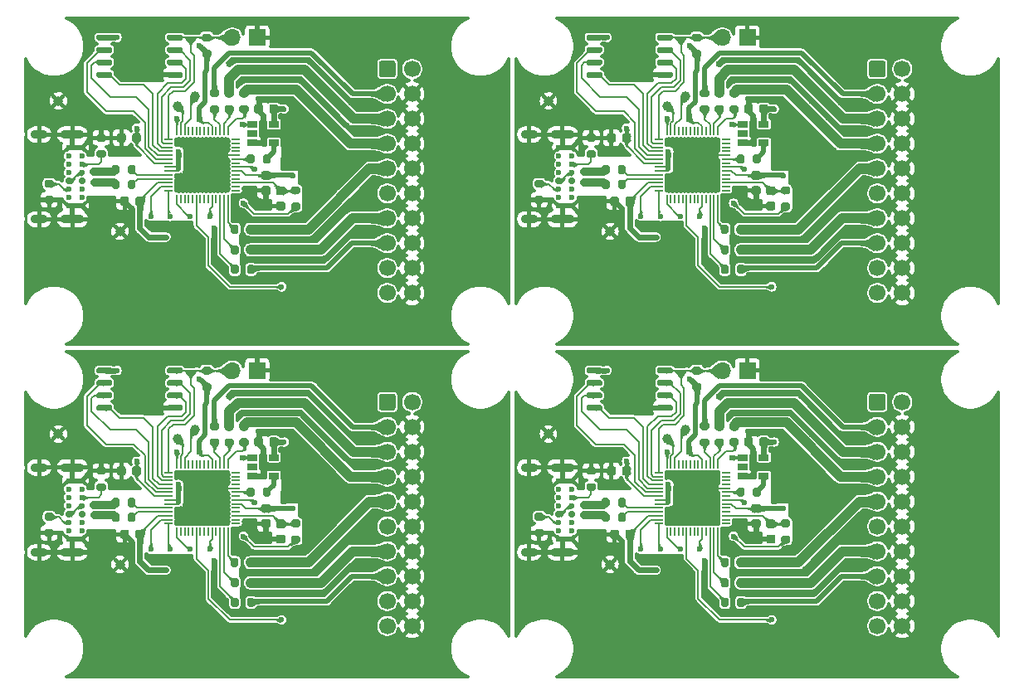
<source format=gbl>
G04 #@! TF.GenerationSoftware,KiCad,Pcbnew,(5.1.10-1-10_14)*
G04 #@! TF.CreationDate,2022-06-03T02:43:26+09:00*
G04 #@! TF.ProjectId,cmsis-dap_rp2040,636d7369-732d-4646-9170-5f7270323034,rev?*
G04 #@! TF.SameCoordinates,Original*
G04 #@! TF.FileFunction,Copper,L2,Bot*
G04 #@! TF.FilePolarity,Positive*
%FSLAX46Y46*%
G04 Gerber Fmt 4.6, Leading zero omitted, Abs format (unit mm)*
G04 Created by KiCad (PCBNEW (5.1.10-1-10_14)) date 2022-06-03 02:43:26*
%MOMM*%
%LPD*%
G01*
G04 APERTURE LIST*
G04 #@! TA.AperFunction,SMDPad,CuDef*
%ADD10C,1.000000*%
G04 #@! TD*
G04 #@! TA.AperFunction,ComponentPad*
%ADD11R,1.700000X1.700000*%
G04 #@! TD*
G04 #@! TA.AperFunction,ComponentPad*
%ADD12O,1.700000X1.700000*%
G04 #@! TD*
G04 #@! TA.AperFunction,SMDPad,CuDef*
%ADD13O,0.200000X0.875000*%
G04 #@! TD*
G04 #@! TA.AperFunction,SMDPad,CuDef*
%ADD14O,0.875000X0.200000*%
G04 #@! TD*
G04 #@! TA.AperFunction,SMDPad,CuDef*
%ADD15R,0.800000X0.800000*%
G04 #@! TD*
G04 #@! TA.AperFunction,ComponentPad*
%ADD16C,2.000000*%
G04 #@! TD*
G04 #@! TA.AperFunction,ComponentPad*
%ADD17C,0.600000*%
G04 #@! TD*
G04 #@! TA.AperFunction,ComponentPad*
%ADD18C,0.700000*%
G04 #@! TD*
G04 #@! TA.AperFunction,ComponentPad*
%ADD19O,2.400000X0.900000*%
G04 #@! TD*
G04 #@! TA.AperFunction,ComponentPad*
%ADD20O,1.700000X0.900000*%
G04 #@! TD*
G04 #@! TA.AperFunction,SMDPad,CuDef*
%ADD21R,1.060000X0.650000*%
G04 #@! TD*
G04 #@! TA.AperFunction,ComponentPad*
%ADD22C,1.700000*%
G04 #@! TD*
G04 #@! TA.AperFunction,ViaPad*
%ADD23C,0.600000*%
G04 #@! TD*
G04 #@! TA.AperFunction,ViaPad*
%ADD24C,0.800000*%
G04 #@! TD*
G04 #@! TA.AperFunction,Conductor*
%ADD25C,0.200000*%
G04 #@! TD*
G04 #@! TA.AperFunction,Conductor*
%ADD26C,0.250000*%
G04 #@! TD*
G04 #@! TA.AperFunction,Conductor*
%ADD27C,0.500000*%
G04 #@! TD*
G04 #@! TA.AperFunction,Conductor*
%ADD28C,0.300000*%
G04 #@! TD*
G04 #@! TA.AperFunction,Conductor*
%ADD29C,0.600000*%
G04 #@! TD*
G04 #@! TA.AperFunction,Conductor*
%ADD30C,0.850000*%
G04 #@! TD*
G04 #@! TA.AperFunction,Conductor*
%ADD31C,1.000000*%
G04 #@! TD*
G04 #@! TA.AperFunction,Conductor*
%ADD32C,0.100000*%
G04 #@! TD*
G04 #@! TA.AperFunction,Conductor*
%ADD33C,0.254000*%
G04 #@! TD*
G04 #@! TA.AperFunction,Conductor*
%ADD34C,0.025400*%
G04 #@! TD*
G04 APERTURE END LIST*
D10*
G04 #@! TO.P,TP7,1*
G04 #@! TO.N,GND*
X159982000Y-106136000D03*
G04 #@! TD*
G04 #@! TO.P,TP7,1*
G04 #@! TO.N,GND*
X109982000Y-106136000D03*
G04 #@! TD*
G04 #@! TO.P,TP7,1*
G04 #@! TO.N,GND*
X159982000Y-72136000D03*
G04 #@! TD*
G04 #@! TO.P,R9,1*
G04 #@! TO.N,/~TRST*
G04 #@! TA.AperFunction,SMDPad,CuDef*
G36*
G01*
X169885000Y-94065000D02*
X169335000Y-94065000D01*
G75*
G02*
X169135000Y-93865000I0J200000D01*
G01*
X169135000Y-93465000D01*
G75*
G02*
X169335000Y-93265000I200000J0D01*
G01*
X169885000Y-93265000D01*
G75*
G02*
X170085000Y-93465000I0J-200000D01*
G01*
X170085000Y-93865000D01*
G75*
G02*
X169885000Y-94065000I-200000J0D01*
G01*
G37*
G04 #@! TD.AperFunction*
G04 #@! TO.P,R9,2*
G04 #@! TO.N,Net-(J4-Pad3)*
G04 #@! TA.AperFunction,SMDPad,CuDef*
G36*
G01*
X169885000Y-92415000D02*
X169335000Y-92415000D01*
G75*
G02*
X169135000Y-92215000I0J200000D01*
G01*
X169135000Y-91815000D01*
G75*
G02*
X169335000Y-91615000I200000J0D01*
G01*
X169885000Y-91615000D01*
G75*
G02*
X170085000Y-91815000I0J-200000D01*
G01*
X170085000Y-92215000D01*
G75*
G02*
X169885000Y-92415000I-200000J0D01*
G01*
G37*
G04 #@! TD.AperFunction*
G04 #@! TD*
G04 #@! TO.P,R9,1*
G04 #@! TO.N,/~TRST*
G04 #@! TA.AperFunction,SMDPad,CuDef*
G36*
G01*
X119885000Y-94065000D02*
X119335000Y-94065000D01*
G75*
G02*
X119135000Y-93865000I0J200000D01*
G01*
X119135000Y-93465000D01*
G75*
G02*
X119335000Y-93265000I200000J0D01*
G01*
X119885000Y-93265000D01*
G75*
G02*
X120085000Y-93465000I0J-200000D01*
G01*
X120085000Y-93865000D01*
G75*
G02*
X119885000Y-94065000I-200000J0D01*
G01*
G37*
G04 #@! TD.AperFunction*
G04 #@! TO.P,R9,2*
G04 #@! TO.N,Net-(J4-Pad3)*
G04 #@! TA.AperFunction,SMDPad,CuDef*
G36*
G01*
X119885000Y-92415000D02*
X119335000Y-92415000D01*
G75*
G02*
X119135000Y-92215000I0J200000D01*
G01*
X119135000Y-91815000D01*
G75*
G02*
X119335000Y-91615000I200000J0D01*
G01*
X119885000Y-91615000D01*
G75*
G02*
X120085000Y-91815000I0J-200000D01*
G01*
X120085000Y-92215000D01*
G75*
G02*
X119885000Y-92415000I-200000J0D01*
G01*
G37*
G04 #@! TD.AperFunction*
G04 #@! TD*
G04 #@! TO.P,R9,1*
G04 #@! TO.N,/~TRST*
G04 #@! TA.AperFunction,SMDPad,CuDef*
G36*
G01*
X169885000Y-60065000D02*
X169335000Y-60065000D01*
G75*
G02*
X169135000Y-59865000I0J200000D01*
G01*
X169135000Y-59465000D01*
G75*
G02*
X169335000Y-59265000I200000J0D01*
G01*
X169885000Y-59265000D01*
G75*
G02*
X170085000Y-59465000I0J-200000D01*
G01*
X170085000Y-59865000D01*
G75*
G02*
X169885000Y-60065000I-200000J0D01*
G01*
G37*
G04 #@! TD.AperFunction*
G04 #@! TO.P,R9,2*
G04 #@! TO.N,Net-(J4-Pad3)*
G04 #@! TA.AperFunction,SMDPad,CuDef*
G36*
G01*
X169885000Y-58415000D02*
X169335000Y-58415000D01*
G75*
G02*
X169135000Y-58215000I0J200000D01*
G01*
X169135000Y-57815000D01*
G75*
G02*
X169335000Y-57615000I200000J0D01*
G01*
X169885000Y-57615000D01*
G75*
G02*
X170085000Y-57815000I0J-200000D01*
G01*
X170085000Y-58215000D01*
G75*
G02*
X169885000Y-58415000I-200000J0D01*
G01*
G37*
G04 #@! TD.AperFunction*
G04 #@! TD*
G04 #@! TO.P,R11,1*
G04 #@! TO.N,/~SRST*
G04 #@! TA.AperFunction,SMDPad,CuDef*
G36*
G01*
X171295000Y-110295000D02*
X171295000Y-109745000D01*
G75*
G02*
X171495000Y-109545000I200000J0D01*
G01*
X171895000Y-109545000D01*
G75*
G02*
X172095000Y-109745000I0J-200000D01*
G01*
X172095000Y-110295000D01*
G75*
G02*
X171895000Y-110495000I-200000J0D01*
G01*
X171495000Y-110495000D01*
G75*
G02*
X171295000Y-110295000I0J200000D01*
G01*
G37*
G04 #@! TD.AperFunction*
G04 #@! TO.P,R11,2*
G04 #@! TO.N,Net-(J4-Pad15)*
G04 #@! TA.AperFunction,SMDPad,CuDef*
G36*
G01*
X172945000Y-110295000D02*
X172945000Y-109745000D01*
G75*
G02*
X173145000Y-109545000I200000J0D01*
G01*
X173545000Y-109545000D01*
G75*
G02*
X173745000Y-109745000I0J-200000D01*
G01*
X173745000Y-110295000D01*
G75*
G02*
X173545000Y-110495000I-200000J0D01*
G01*
X173145000Y-110495000D01*
G75*
G02*
X172945000Y-110295000I0J200000D01*
G01*
G37*
G04 #@! TD.AperFunction*
G04 #@! TD*
G04 #@! TO.P,R11,1*
G04 #@! TO.N,/~SRST*
G04 #@! TA.AperFunction,SMDPad,CuDef*
G36*
G01*
X121295000Y-110295000D02*
X121295000Y-109745000D01*
G75*
G02*
X121495000Y-109545000I200000J0D01*
G01*
X121895000Y-109545000D01*
G75*
G02*
X122095000Y-109745000I0J-200000D01*
G01*
X122095000Y-110295000D01*
G75*
G02*
X121895000Y-110495000I-200000J0D01*
G01*
X121495000Y-110495000D01*
G75*
G02*
X121295000Y-110295000I0J200000D01*
G01*
G37*
G04 #@! TD.AperFunction*
G04 #@! TO.P,R11,2*
G04 #@! TO.N,Net-(J4-Pad15)*
G04 #@! TA.AperFunction,SMDPad,CuDef*
G36*
G01*
X122945000Y-110295000D02*
X122945000Y-109745000D01*
G75*
G02*
X123145000Y-109545000I200000J0D01*
G01*
X123545000Y-109545000D01*
G75*
G02*
X123745000Y-109745000I0J-200000D01*
G01*
X123745000Y-110295000D01*
G75*
G02*
X123545000Y-110495000I-200000J0D01*
G01*
X123145000Y-110495000D01*
G75*
G02*
X122945000Y-110295000I0J200000D01*
G01*
G37*
G04 #@! TD.AperFunction*
G04 #@! TD*
G04 #@! TO.P,R11,1*
G04 #@! TO.N,/~SRST*
G04 #@! TA.AperFunction,SMDPad,CuDef*
G36*
G01*
X171295000Y-76295000D02*
X171295000Y-75745000D01*
G75*
G02*
X171495000Y-75545000I200000J0D01*
G01*
X171895000Y-75545000D01*
G75*
G02*
X172095000Y-75745000I0J-200000D01*
G01*
X172095000Y-76295000D01*
G75*
G02*
X171895000Y-76495000I-200000J0D01*
G01*
X171495000Y-76495000D01*
G75*
G02*
X171295000Y-76295000I0J200000D01*
G01*
G37*
G04 #@! TD.AperFunction*
G04 #@! TO.P,R11,2*
G04 #@! TO.N,Net-(J4-Pad15)*
G04 #@! TA.AperFunction,SMDPad,CuDef*
G36*
G01*
X172945000Y-76295000D02*
X172945000Y-75745000D01*
G75*
G02*
X173145000Y-75545000I200000J0D01*
G01*
X173545000Y-75545000D01*
G75*
G02*
X173745000Y-75745000I0J-200000D01*
G01*
X173745000Y-76295000D01*
G75*
G02*
X173545000Y-76495000I-200000J0D01*
G01*
X173145000Y-76495000D01*
G75*
G02*
X172945000Y-76295000I0J200000D01*
G01*
G37*
G04 #@! TD.AperFunction*
G04 #@! TD*
G04 #@! TO.P,R13,1*
G04 #@! TO.N,/TCK_SWCLK*
G04 #@! TA.AperFunction,SMDPad,CuDef*
G36*
G01*
X171275000Y-106215000D02*
X171275000Y-105665000D01*
G75*
G02*
X171475000Y-105465000I200000J0D01*
G01*
X171875000Y-105465000D01*
G75*
G02*
X172075000Y-105665000I0J-200000D01*
G01*
X172075000Y-106215000D01*
G75*
G02*
X171875000Y-106415000I-200000J0D01*
G01*
X171475000Y-106415000D01*
G75*
G02*
X171275000Y-106215000I0J200000D01*
G01*
G37*
G04 #@! TD.AperFunction*
G04 #@! TO.P,R13,2*
G04 #@! TO.N,Net-(J4-Pad9)*
G04 #@! TA.AperFunction,SMDPad,CuDef*
G36*
G01*
X172925000Y-106215000D02*
X172925000Y-105665000D01*
G75*
G02*
X173125000Y-105465000I200000J0D01*
G01*
X173525000Y-105465000D01*
G75*
G02*
X173725000Y-105665000I0J-200000D01*
G01*
X173725000Y-106215000D01*
G75*
G02*
X173525000Y-106415000I-200000J0D01*
G01*
X173125000Y-106415000D01*
G75*
G02*
X172925000Y-106215000I0J200000D01*
G01*
G37*
G04 #@! TD.AperFunction*
G04 #@! TD*
G04 #@! TO.P,R13,1*
G04 #@! TO.N,/TCK_SWCLK*
G04 #@! TA.AperFunction,SMDPad,CuDef*
G36*
G01*
X121275000Y-106215000D02*
X121275000Y-105665000D01*
G75*
G02*
X121475000Y-105465000I200000J0D01*
G01*
X121875000Y-105465000D01*
G75*
G02*
X122075000Y-105665000I0J-200000D01*
G01*
X122075000Y-106215000D01*
G75*
G02*
X121875000Y-106415000I-200000J0D01*
G01*
X121475000Y-106415000D01*
G75*
G02*
X121275000Y-106215000I0J200000D01*
G01*
G37*
G04 #@! TD.AperFunction*
G04 #@! TO.P,R13,2*
G04 #@! TO.N,Net-(J4-Pad9)*
G04 #@! TA.AperFunction,SMDPad,CuDef*
G36*
G01*
X122925000Y-106215000D02*
X122925000Y-105665000D01*
G75*
G02*
X123125000Y-105465000I200000J0D01*
G01*
X123525000Y-105465000D01*
G75*
G02*
X123725000Y-105665000I0J-200000D01*
G01*
X123725000Y-106215000D01*
G75*
G02*
X123525000Y-106415000I-200000J0D01*
G01*
X123125000Y-106415000D01*
G75*
G02*
X122925000Y-106215000I0J200000D01*
G01*
G37*
G04 #@! TD.AperFunction*
G04 #@! TD*
G04 #@! TO.P,R13,1*
G04 #@! TO.N,/TCK_SWCLK*
G04 #@! TA.AperFunction,SMDPad,CuDef*
G36*
G01*
X171275000Y-72215000D02*
X171275000Y-71665000D01*
G75*
G02*
X171475000Y-71465000I200000J0D01*
G01*
X171875000Y-71465000D01*
G75*
G02*
X172075000Y-71665000I0J-200000D01*
G01*
X172075000Y-72215000D01*
G75*
G02*
X171875000Y-72415000I-200000J0D01*
G01*
X171475000Y-72415000D01*
G75*
G02*
X171275000Y-72215000I0J200000D01*
G01*
G37*
G04 #@! TD.AperFunction*
G04 #@! TO.P,R13,2*
G04 #@! TO.N,Net-(J4-Pad9)*
G04 #@! TA.AperFunction,SMDPad,CuDef*
G36*
G01*
X172925000Y-72215000D02*
X172925000Y-71665000D01*
G75*
G02*
X173125000Y-71465000I200000J0D01*
G01*
X173525000Y-71465000D01*
G75*
G02*
X173725000Y-71665000I0J-200000D01*
G01*
X173725000Y-72215000D01*
G75*
G02*
X173525000Y-72415000I-200000J0D01*
G01*
X173125000Y-72415000D01*
G75*
G02*
X172925000Y-72215000I0J200000D01*
G01*
G37*
G04 #@! TD.AperFunction*
G04 #@! TD*
G04 #@! TO.P,R14,2*
G04 #@! TO.N,Net-(J4-Pad7)*
G04 #@! TA.AperFunction,SMDPad,CuDef*
G36*
G01*
X172905000Y-92405000D02*
X172355000Y-92405000D01*
G75*
G02*
X172155000Y-92205000I0J200000D01*
G01*
X172155000Y-91805000D01*
G75*
G02*
X172355000Y-91605000I200000J0D01*
G01*
X172905000Y-91605000D01*
G75*
G02*
X173105000Y-91805000I0J-200000D01*
G01*
X173105000Y-92205000D01*
G75*
G02*
X172905000Y-92405000I-200000J0D01*
G01*
G37*
G04 #@! TD.AperFunction*
G04 #@! TO.P,R14,1*
G04 #@! TO.N,/TMS_SWDIO*
G04 #@! TA.AperFunction,SMDPad,CuDef*
G36*
G01*
X172905000Y-94055000D02*
X172355000Y-94055000D01*
G75*
G02*
X172155000Y-93855000I0J200000D01*
G01*
X172155000Y-93455000D01*
G75*
G02*
X172355000Y-93255000I200000J0D01*
G01*
X172905000Y-93255000D01*
G75*
G02*
X173105000Y-93455000I0J-200000D01*
G01*
X173105000Y-93855000D01*
G75*
G02*
X172905000Y-94055000I-200000J0D01*
G01*
G37*
G04 #@! TD.AperFunction*
G04 #@! TD*
G04 #@! TO.P,R14,2*
G04 #@! TO.N,Net-(J4-Pad7)*
G04 #@! TA.AperFunction,SMDPad,CuDef*
G36*
G01*
X122905000Y-92405000D02*
X122355000Y-92405000D01*
G75*
G02*
X122155000Y-92205000I0J200000D01*
G01*
X122155000Y-91805000D01*
G75*
G02*
X122355000Y-91605000I200000J0D01*
G01*
X122905000Y-91605000D01*
G75*
G02*
X123105000Y-91805000I0J-200000D01*
G01*
X123105000Y-92205000D01*
G75*
G02*
X122905000Y-92405000I-200000J0D01*
G01*
G37*
G04 #@! TD.AperFunction*
G04 #@! TO.P,R14,1*
G04 #@! TO.N,/TMS_SWDIO*
G04 #@! TA.AperFunction,SMDPad,CuDef*
G36*
G01*
X122905000Y-94055000D02*
X122355000Y-94055000D01*
G75*
G02*
X122155000Y-93855000I0J200000D01*
G01*
X122155000Y-93455000D01*
G75*
G02*
X122355000Y-93255000I200000J0D01*
G01*
X122905000Y-93255000D01*
G75*
G02*
X123105000Y-93455000I0J-200000D01*
G01*
X123105000Y-93855000D01*
G75*
G02*
X122905000Y-94055000I-200000J0D01*
G01*
G37*
G04 #@! TD.AperFunction*
G04 #@! TD*
G04 #@! TO.P,R14,2*
G04 #@! TO.N,Net-(J4-Pad7)*
G04 #@! TA.AperFunction,SMDPad,CuDef*
G36*
G01*
X172905000Y-58405000D02*
X172355000Y-58405000D01*
G75*
G02*
X172155000Y-58205000I0J200000D01*
G01*
X172155000Y-57805000D01*
G75*
G02*
X172355000Y-57605000I200000J0D01*
G01*
X172905000Y-57605000D01*
G75*
G02*
X173105000Y-57805000I0J-200000D01*
G01*
X173105000Y-58205000D01*
G75*
G02*
X172905000Y-58405000I-200000J0D01*
G01*
G37*
G04 #@! TD.AperFunction*
G04 #@! TO.P,R14,1*
G04 #@! TO.N,/TMS_SWDIO*
G04 #@! TA.AperFunction,SMDPad,CuDef*
G36*
G01*
X172905000Y-60055000D02*
X172355000Y-60055000D01*
G75*
G02*
X172155000Y-59855000I0J200000D01*
G01*
X172155000Y-59455000D01*
G75*
G02*
X172355000Y-59255000I200000J0D01*
G01*
X172905000Y-59255000D01*
G75*
G02*
X173105000Y-59455000I0J-200000D01*
G01*
X173105000Y-59855000D01*
G75*
G02*
X172905000Y-60055000I-200000J0D01*
G01*
G37*
G04 #@! TD.AperFunction*
G04 #@! TD*
G04 #@! TO.P,R15,1*
G04 #@! TO.N,/TDO_SWO*
G04 #@! TA.AperFunction,SMDPad,CuDef*
G36*
G01*
X171285000Y-108295000D02*
X171285000Y-107745000D01*
G75*
G02*
X171485000Y-107545000I200000J0D01*
G01*
X171885000Y-107545000D01*
G75*
G02*
X172085000Y-107745000I0J-200000D01*
G01*
X172085000Y-108295000D01*
G75*
G02*
X171885000Y-108495000I-200000J0D01*
G01*
X171485000Y-108495000D01*
G75*
G02*
X171285000Y-108295000I0J200000D01*
G01*
G37*
G04 #@! TD.AperFunction*
G04 #@! TO.P,R15,2*
G04 #@! TO.N,Net-(J4-Pad13)*
G04 #@! TA.AperFunction,SMDPad,CuDef*
G36*
G01*
X172935000Y-108295000D02*
X172935000Y-107745000D01*
G75*
G02*
X173135000Y-107545000I200000J0D01*
G01*
X173535000Y-107545000D01*
G75*
G02*
X173735000Y-107745000I0J-200000D01*
G01*
X173735000Y-108295000D01*
G75*
G02*
X173535000Y-108495000I-200000J0D01*
G01*
X173135000Y-108495000D01*
G75*
G02*
X172935000Y-108295000I0J200000D01*
G01*
G37*
G04 #@! TD.AperFunction*
G04 #@! TD*
G04 #@! TO.P,R15,1*
G04 #@! TO.N,/TDO_SWO*
G04 #@! TA.AperFunction,SMDPad,CuDef*
G36*
G01*
X121285000Y-108295000D02*
X121285000Y-107745000D01*
G75*
G02*
X121485000Y-107545000I200000J0D01*
G01*
X121885000Y-107545000D01*
G75*
G02*
X122085000Y-107745000I0J-200000D01*
G01*
X122085000Y-108295000D01*
G75*
G02*
X121885000Y-108495000I-200000J0D01*
G01*
X121485000Y-108495000D01*
G75*
G02*
X121285000Y-108295000I0J200000D01*
G01*
G37*
G04 #@! TD.AperFunction*
G04 #@! TO.P,R15,2*
G04 #@! TO.N,Net-(J4-Pad13)*
G04 #@! TA.AperFunction,SMDPad,CuDef*
G36*
G01*
X122935000Y-108295000D02*
X122935000Y-107745000D01*
G75*
G02*
X123135000Y-107545000I200000J0D01*
G01*
X123535000Y-107545000D01*
G75*
G02*
X123735000Y-107745000I0J-200000D01*
G01*
X123735000Y-108295000D01*
G75*
G02*
X123535000Y-108495000I-200000J0D01*
G01*
X123135000Y-108495000D01*
G75*
G02*
X122935000Y-108295000I0J200000D01*
G01*
G37*
G04 #@! TD.AperFunction*
G04 #@! TD*
G04 #@! TO.P,R15,1*
G04 #@! TO.N,/TDO_SWO*
G04 #@! TA.AperFunction,SMDPad,CuDef*
G36*
G01*
X171285000Y-74295000D02*
X171285000Y-73745000D01*
G75*
G02*
X171485000Y-73545000I200000J0D01*
G01*
X171885000Y-73545000D01*
G75*
G02*
X172085000Y-73745000I0J-200000D01*
G01*
X172085000Y-74295000D01*
G75*
G02*
X171885000Y-74495000I-200000J0D01*
G01*
X171485000Y-74495000D01*
G75*
G02*
X171285000Y-74295000I0J200000D01*
G01*
G37*
G04 #@! TD.AperFunction*
G04 #@! TO.P,R15,2*
G04 #@! TO.N,Net-(J4-Pad13)*
G04 #@! TA.AperFunction,SMDPad,CuDef*
G36*
G01*
X172935000Y-74295000D02*
X172935000Y-73745000D01*
G75*
G02*
X173135000Y-73545000I200000J0D01*
G01*
X173535000Y-73545000D01*
G75*
G02*
X173735000Y-73745000I0J-200000D01*
G01*
X173735000Y-74295000D01*
G75*
G02*
X173535000Y-74495000I-200000J0D01*
G01*
X173135000Y-74495000D01*
G75*
G02*
X172935000Y-74295000I0J200000D01*
G01*
G37*
G04 #@! TD.AperFunction*
G04 #@! TD*
G04 #@! TO.P,R16,2*
G04 #@! TO.N,Net-(J4-Pad5)*
G04 #@! TA.AperFunction,SMDPad,CuDef*
G36*
G01*
X171395000Y-92415000D02*
X170845000Y-92415000D01*
G75*
G02*
X170645000Y-92215000I0J200000D01*
G01*
X170645000Y-91815000D01*
G75*
G02*
X170845000Y-91615000I200000J0D01*
G01*
X171395000Y-91615000D01*
G75*
G02*
X171595000Y-91815000I0J-200000D01*
G01*
X171595000Y-92215000D01*
G75*
G02*
X171395000Y-92415000I-200000J0D01*
G01*
G37*
G04 #@! TD.AperFunction*
G04 #@! TO.P,R16,1*
G04 #@! TO.N,/TDI*
G04 #@! TA.AperFunction,SMDPad,CuDef*
G36*
G01*
X171395000Y-94065000D02*
X170845000Y-94065000D01*
G75*
G02*
X170645000Y-93865000I0J200000D01*
G01*
X170645000Y-93465000D01*
G75*
G02*
X170845000Y-93265000I200000J0D01*
G01*
X171395000Y-93265000D01*
G75*
G02*
X171595000Y-93465000I0J-200000D01*
G01*
X171595000Y-93865000D01*
G75*
G02*
X171395000Y-94065000I-200000J0D01*
G01*
G37*
G04 #@! TD.AperFunction*
G04 #@! TD*
G04 #@! TO.P,R16,2*
G04 #@! TO.N,Net-(J4-Pad5)*
G04 #@! TA.AperFunction,SMDPad,CuDef*
G36*
G01*
X121395000Y-92415000D02*
X120845000Y-92415000D01*
G75*
G02*
X120645000Y-92215000I0J200000D01*
G01*
X120645000Y-91815000D01*
G75*
G02*
X120845000Y-91615000I200000J0D01*
G01*
X121395000Y-91615000D01*
G75*
G02*
X121595000Y-91815000I0J-200000D01*
G01*
X121595000Y-92215000D01*
G75*
G02*
X121395000Y-92415000I-200000J0D01*
G01*
G37*
G04 #@! TD.AperFunction*
G04 #@! TO.P,R16,1*
G04 #@! TO.N,/TDI*
G04 #@! TA.AperFunction,SMDPad,CuDef*
G36*
G01*
X121395000Y-94065000D02*
X120845000Y-94065000D01*
G75*
G02*
X120645000Y-93865000I0J200000D01*
G01*
X120645000Y-93465000D01*
G75*
G02*
X120845000Y-93265000I200000J0D01*
G01*
X121395000Y-93265000D01*
G75*
G02*
X121595000Y-93465000I0J-200000D01*
G01*
X121595000Y-93865000D01*
G75*
G02*
X121395000Y-94065000I-200000J0D01*
G01*
G37*
G04 #@! TD.AperFunction*
G04 #@! TD*
G04 #@! TO.P,R16,2*
G04 #@! TO.N,Net-(J4-Pad5)*
G04 #@! TA.AperFunction,SMDPad,CuDef*
G36*
G01*
X171395000Y-58415000D02*
X170845000Y-58415000D01*
G75*
G02*
X170645000Y-58215000I0J200000D01*
G01*
X170645000Y-57815000D01*
G75*
G02*
X170845000Y-57615000I200000J0D01*
G01*
X171395000Y-57615000D01*
G75*
G02*
X171595000Y-57815000I0J-200000D01*
G01*
X171595000Y-58215000D01*
G75*
G02*
X171395000Y-58415000I-200000J0D01*
G01*
G37*
G04 #@! TD.AperFunction*
G04 #@! TO.P,R16,1*
G04 #@! TO.N,/TDI*
G04 #@! TA.AperFunction,SMDPad,CuDef*
G36*
G01*
X171395000Y-60065000D02*
X170845000Y-60065000D01*
G75*
G02*
X170645000Y-59865000I0J200000D01*
G01*
X170645000Y-59465000D01*
G75*
G02*
X170845000Y-59265000I200000J0D01*
G01*
X171395000Y-59265000D01*
G75*
G02*
X171595000Y-59465000I0J-200000D01*
G01*
X171595000Y-59865000D01*
G75*
G02*
X171395000Y-60065000I-200000J0D01*
G01*
G37*
G04 #@! TD.AperFunction*
G04 #@! TD*
G04 #@! TO.P,U2,1*
G04 #@! TO.N,/QSPI_CSN*
G04 #@! TA.AperFunction,SMDPad,CuDef*
G36*
G01*
X166380000Y-86195000D02*
X166380000Y-86495000D01*
G75*
G02*
X166230000Y-86645000I-150000J0D01*
G01*
X164930000Y-86645000D01*
G75*
G02*
X164780000Y-86495000I0J150000D01*
G01*
X164780000Y-86195000D01*
G75*
G02*
X164930000Y-86045000I150000J0D01*
G01*
X166230000Y-86045000D01*
G75*
G02*
X166380000Y-86195000I0J-150000D01*
G01*
G37*
G04 #@! TD.AperFunction*
G04 #@! TO.P,U2,2*
G04 #@! TO.N,/QSPI_SD1*
G04 #@! TA.AperFunction,SMDPad,CuDef*
G36*
G01*
X166380000Y-87465000D02*
X166380000Y-87765000D01*
G75*
G02*
X166230000Y-87915000I-150000J0D01*
G01*
X164930000Y-87915000D01*
G75*
G02*
X164780000Y-87765000I0J150000D01*
G01*
X164780000Y-87465000D01*
G75*
G02*
X164930000Y-87315000I150000J0D01*
G01*
X166230000Y-87315000D01*
G75*
G02*
X166380000Y-87465000I0J-150000D01*
G01*
G37*
G04 #@! TD.AperFunction*
G04 #@! TO.P,U2,3*
G04 #@! TO.N,/QSPI_SD2*
G04 #@! TA.AperFunction,SMDPad,CuDef*
G36*
G01*
X166380000Y-88735000D02*
X166380000Y-89035000D01*
G75*
G02*
X166230000Y-89185000I-150000J0D01*
G01*
X164930000Y-89185000D01*
G75*
G02*
X164780000Y-89035000I0J150000D01*
G01*
X164780000Y-88735000D01*
G75*
G02*
X164930000Y-88585000I150000J0D01*
G01*
X166230000Y-88585000D01*
G75*
G02*
X166380000Y-88735000I0J-150000D01*
G01*
G37*
G04 #@! TD.AperFunction*
G04 #@! TO.P,U2,4*
G04 #@! TO.N,GND*
G04 #@! TA.AperFunction,SMDPad,CuDef*
G36*
G01*
X166380000Y-90005000D02*
X166380000Y-90305000D01*
G75*
G02*
X166230000Y-90455000I-150000J0D01*
G01*
X164930000Y-90455000D01*
G75*
G02*
X164780000Y-90305000I0J150000D01*
G01*
X164780000Y-90005000D01*
G75*
G02*
X164930000Y-89855000I150000J0D01*
G01*
X166230000Y-89855000D01*
G75*
G02*
X166380000Y-90005000I0J-150000D01*
G01*
G37*
G04 #@! TD.AperFunction*
G04 #@! TO.P,U2,5*
G04 #@! TO.N,/QSPI_SD0*
G04 #@! TA.AperFunction,SMDPad,CuDef*
G36*
G01*
X159180000Y-90005000D02*
X159180000Y-90305000D01*
G75*
G02*
X159030000Y-90455000I-150000J0D01*
G01*
X157730000Y-90455000D01*
G75*
G02*
X157580000Y-90305000I0J150000D01*
G01*
X157580000Y-90005000D01*
G75*
G02*
X157730000Y-89855000I150000J0D01*
G01*
X159030000Y-89855000D01*
G75*
G02*
X159180000Y-90005000I0J-150000D01*
G01*
G37*
G04 #@! TD.AperFunction*
G04 #@! TO.P,U2,6*
G04 #@! TO.N,/QSPI_SCLK*
G04 #@! TA.AperFunction,SMDPad,CuDef*
G36*
G01*
X159180000Y-88735000D02*
X159180000Y-89035000D01*
G75*
G02*
X159030000Y-89185000I-150000J0D01*
G01*
X157730000Y-89185000D01*
G75*
G02*
X157580000Y-89035000I0J150000D01*
G01*
X157580000Y-88735000D01*
G75*
G02*
X157730000Y-88585000I150000J0D01*
G01*
X159030000Y-88585000D01*
G75*
G02*
X159180000Y-88735000I0J-150000D01*
G01*
G37*
G04 #@! TD.AperFunction*
G04 #@! TO.P,U2,7*
G04 #@! TO.N,/QSPI_SD3*
G04 #@! TA.AperFunction,SMDPad,CuDef*
G36*
G01*
X159180000Y-87465000D02*
X159180000Y-87765000D01*
G75*
G02*
X159030000Y-87915000I-150000J0D01*
G01*
X157730000Y-87915000D01*
G75*
G02*
X157580000Y-87765000I0J150000D01*
G01*
X157580000Y-87465000D01*
G75*
G02*
X157730000Y-87315000I150000J0D01*
G01*
X159030000Y-87315000D01*
G75*
G02*
X159180000Y-87465000I0J-150000D01*
G01*
G37*
G04 #@! TD.AperFunction*
G04 #@! TO.P,U2,8*
G04 #@! TO.N,+3V3*
G04 #@! TA.AperFunction,SMDPad,CuDef*
G36*
G01*
X159180000Y-86195000D02*
X159180000Y-86495000D01*
G75*
G02*
X159030000Y-86645000I-150000J0D01*
G01*
X157730000Y-86645000D01*
G75*
G02*
X157580000Y-86495000I0J150000D01*
G01*
X157580000Y-86195000D01*
G75*
G02*
X157730000Y-86045000I150000J0D01*
G01*
X159030000Y-86045000D01*
G75*
G02*
X159180000Y-86195000I0J-150000D01*
G01*
G37*
G04 #@! TD.AperFunction*
G04 #@! TD*
G04 #@! TO.P,U2,1*
G04 #@! TO.N,/QSPI_CSN*
G04 #@! TA.AperFunction,SMDPad,CuDef*
G36*
G01*
X116380000Y-86195000D02*
X116380000Y-86495000D01*
G75*
G02*
X116230000Y-86645000I-150000J0D01*
G01*
X114930000Y-86645000D01*
G75*
G02*
X114780000Y-86495000I0J150000D01*
G01*
X114780000Y-86195000D01*
G75*
G02*
X114930000Y-86045000I150000J0D01*
G01*
X116230000Y-86045000D01*
G75*
G02*
X116380000Y-86195000I0J-150000D01*
G01*
G37*
G04 #@! TD.AperFunction*
G04 #@! TO.P,U2,2*
G04 #@! TO.N,/QSPI_SD1*
G04 #@! TA.AperFunction,SMDPad,CuDef*
G36*
G01*
X116380000Y-87465000D02*
X116380000Y-87765000D01*
G75*
G02*
X116230000Y-87915000I-150000J0D01*
G01*
X114930000Y-87915000D01*
G75*
G02*
X114780000Y-87765000I0J150000D01*
G01*
X114780000Y-87465000D01*
G75*
G02*
X114930000Y-87315000I150000J0D01*
G01*
X116230000Y-87315000D01*
G75*
G02*
X116380000Y-87465000I0J-150000D01*
G01*
G37*
G04 #@! TD.AperFunction*
G04 #@! TO.P,U2,3*
G04 #@! TO.N,/QSPI_SD2*
G04 #@! TA.AperFunction,SMDPad,CuDef*
G36*
G01*
X116380000Y-88735000D02*
X116380000Y-89035000D01*
G75*
G02*
X116230000Y-89185000I-150000J0D01*
G01*
X114930000Y-89185000D01*
G75*
G02*
X114780000Y-89035000I0J150000D01*
G01*
X114780000Y-88735000D01*
G75*
G02*
X114930000Y-88585000I150000J0D01*
G01*
X116230000Y-88585000D01*
G75*
G02*
X116380000Y-88735000I0J-150000D01*
G01*
G37*
G04 #@! TD.AperFunction*
G04 #@! TO.P,U2,4*
G04 #@! TO.N,GND*
G04 #@! TA.AperFunction,SMDPad,CuDef*
G36*
G01*
X116380000Y-90005000D02*
X116380000Y-90305000D01*
G75*
G02*
X116230000Y-90455000I-150000J0D01*
G01*
X114930000Y-90455000D01*
G75*
G02*
X114780000Y-90305000I0J150000D01*
G01*
X114780000Y-90005000D01*
G75*
G02*
X114930000Y-89855000I150000J0D01*
G01*
X116230000Y-89855000D01*
G75*
G02*
X116380000Y-90005000I0J-150000D01*
G01*
G37*
G04 #@! TD.AperFunction*
G04 #@! TO.P,U2,5*
G04 #@! TO.N,/QSPI_SD0*
G04 #@! TA.AperFunction,SMDPad,CuDef*
G36*
G01*
X109180000Y-90005000D02*
X109180000Y-90305000D01*
G75*
G02*
X109030000Y-90455000I-150000J0D01*
G01*
X107730000Y-90455000D01*
G75*
G02*
X107580000Y-90305000I0J150000D01*
G01*
X107580000Y-90005000D01*
G75*
G02*
X107730000Y-89855000I150000J0D01*
G01*
X109030000Y-89855000D01*
G75*
G02*
X109180000Y-90005000I0J-150000D01*
G01*
G37*
G04 #@! TD.AperFunction*
G04 #@! TO.P,U2,6*
G04 #@! TO.N,/QSPI_SCLK*
G04 #@! TA.AperFunction,SMDPad,CuDef*
G36*
G01*
X109180000Y-88735000D02*
X109180000Y-89035000D01*
G75*
G02*
X109030000Y-89185000I-150000J0D01*
G01*
X107730000Y-89185000D01*
G75*
G02*
X107580000Y-89035000I0J150000D01*
G01*
X107580000Y-88735000D01*
G75*
G02*
X107730000Y-88585000I150000J0D01*
G01*
X109030000Y-88585000D01*
G75*
G02*
X109180000Y-88735000I0J-150000D01*
G01*
G37*
G04 #@! TD.AperFunction*
G04 #@! TO.P,U2,7*
G04 #@! TO.N,/QSPI_SD3*
G04 #@! TA.AperFunction,SMDPad,CuDef*
G36*
G01*
X109180000Y-87465000D02*
X109180000Y-87765000D01*
G75*
G02*
X109030000Y-87915000I-150000J0D01*
G01*
X107730000Y-87915000D01*
G75*
G02*
X107580000Y-87765000I0J150000D01*
G01*
X107580000Y-87465000D01*
G75*
G02*
X107730000Y-87315000I150000J0D01*
G01*
X109030000Y-87315000D01*
G75*
G02*
X109180000Y-87465000I0J-150000D01*
G01*
G37*
G04 #@! TD.AperFunction*
G04 #@! TO.P,U2,8*
G04 #@! TO.N,+3V3*
G04 #@! TA.AperFunction,SMDPad,CuDef*
G36*
G01*
X109180000Y-86195000D02*
X109180000Y-86495000D01*
G75*
G02*
X109030000Y-86645000I-150000J0D01*
G01*
X107730000Y-86645000D01*
G75*
G02*
X107580000Y-86495000I0J150000D01*
G01*
X107580000Y-86195000D01*
G75*
G02*
X107730000Y-86045000I150000J0D01*
G01*
X109030000Y-86045000D01*
G75*
G02*
X109180000Y-86195000I0J-150000D01*
G01*
G37*
G04 #@! TD.AperFunction*
G04 #@! TD*
G04 #@! TO.P,U2,1*
G04 #@! TO.N,/QSPI_CSN*
G04 #@! TA.AperFunction,SMDPad,CuDef*
G36*
G01*
X166380000Y-52195000D02*
X166380000Y-52495000D01*
G75*
G02*
X166230000Y-52645000I-150000J0D01*
G01*
X164930000Y-52645000D01*
G75*
G02*
X164780000Y-52495000I0J150000D01*
G01*
X164780000Y-52195000D01*
G75*
G02*
X164930000Y-52045000I150000J0D01*
G01*
X166230000Y-52045000D01*
G75*
G02*
X166380000Y-52195000I0J-150000D01*
G01*
G37*
G04 #@! TD.AperFunction*
G04 #@! TO.P,U2,2*
G04 #@! TO.N,/QSPI_SD1*
G04 #@! TA.AperFunction,SMDPad,CuDef*
G36*
G01*
X166380000Y-53465000D02*
X166380000Y-53765000D01*
G75*
G02*
X166230000Y-53915000I-150000J0D01*
G01*
X164930000Y-53915000D01*
G75*
G02*
X164780000Y-53765000I0J150000D01*
G01*
X164780000Y-53465000D01*
G75*
G02*
X164930000Y-53315000I150000J0D01*
G01*
X166230000Y-53315000D01*
G75*
G02*
X166380000Y-53465000I0J-150000D01*
G01*
G37*
G04 #@! TD.AperFunction*
G04 #@! TO.P,U2,3*
G04 #@! TO.N,/QSPI_SD2*
G04 #@! TA.AperFunction,SMDPad,CuDef*
G36*
G01*
X166380000Y-54735000D02*
X166380000Y-55035000D01*
G75*
G02*
X166230000Y-55185000I-150000J0D01*
G01*
X164930000Y-55185000D01*
G75*
G02*
X164780000Y-55035000I0J150000D01*
G01*
X164780000Y-54735000D01*
G75*
G02*
X164930000Y-54585000I150000J0D01*
G01*
X166230000Y-54585000D01*
G75*
G02*
X166380000Y-54735000I0J-150000D01*
G01*
G37*
G04 #@! TD.AperFunction*
G04 #@! TO.P,U2,4*
G04 #@! TO.N,GND*
G04 #@! TA.AperFunction,SMDPad,CuDef*
G36*
G01*
X166380000Y-56005000D02*
X166380000Y-56305000D01*
G75*
G02*
X166230000Y-56455000I-150000J0D01*
G01*
X164930000Y-56455000D01*
G75*
G02*
X164780000Y-56305000I0J150000D01*
G01*
X164780000Y-56005000D01*
G75*
G02*
X164930000Y-55855000I150000J0D01*
G01*
X166230000Y-55855000D01*
G75*
G02*
X166380000Y-56005000I0J-150000D01*
G01*
G37*
G04 #@! TD.AperFunction*
G04 #@! TO.P,U2,5*
G04 #@! TO.N,/QSPI_SD0*
G04 #@! TA.AperFunction,SMDPad,CuDef*
G36*
G01*
X159180000Y-56005000D02*
X159180000Y-56305000D01*
G75*
G02*
X159030000Y-56455000I-150000J0D01*
G01*
X157730000Y-56455000D01*
G75*
G02*
X157580000Y-56305000I0J150000D01*
G01*
X157580000Y-56005000D01*
G75*
G02*
X157730000Y-55855000I150000J0D01*
G01*
X159030000Y-55855000D01*
G75*
G02*
X159180000Y-56005000I0J-150000D01*
G01*
G37*
G04 #@! TD.AperFunction*
G04 #@! TO.P,U2,6*
G04 #@! TO.N,/QSPI_SCLK*
G04 #@! TA.AperFunction,SMDPad,CuDef*
G36*
G01*
X159180000Y-54735000D02*
X159180000Y-55035000D01*
G75*
G02*
X159030000Y-55185000I-150000J0D01*
G01*
X157730000Y-55185000D01*
G75*
G02*
X157580000Y-55035000I0J150000D01*
G01*
X157580000Y-54735000D01*
G75*
G02*
X157730000Y-54585000I150000J0D01*
G01*
X159030000Y-54585000D01*
G75*
G02*
X159180000Y-54735000I0J-150000D01*
G01*
G37*
G04 #@! TD.AperFunction*
G04 #@! TO.P,U2,7*
G04 #@! TO.N,/QSPI_SD3*
G04 #@! TA.AperFunction,SMDPad,CuDef*
G36*
G01*
X159180000Y-53465000D02*
X159180000Y-53765000D01*
G75*
G02*
X159030000Y-53915000I-150000J0D01*
G01*
X157730000Y-53915000D01*
G75*
G02*
X157580000Y-53765000I0J150000D01*
G01*
X157580000Y-53465000D01*
G75*
G02*
X157730000Y-53315000I150000J0D01*
G01*
X159030000Y-53315000D01*
G75*
G02*
X159180000Y-53465000I0J-150000D01*
G01*
G37*
G04 #@! TD.AperFunction*
G04 #@! TO.P,U2,8*
G04 #@! TO.N,+3V3*
G04 #@! TA.AperFunction,SMDPad,CuDef*
G36*
G01*
X159180000Y-52195000D02*
X159180000Y-52495000D01*
G75*
G02*
X159030000Y-52645000I-150000J0D01*
G01*
X157730000Y-52645000D01*
G75*
G02*
X157580000Y-52495000I0J150000D01*
G01*
X157580000Y-52195000D01*
G75*
G02*
X157730000Y-52045000I150000J0D01*
G01*
X159030000Y-52045000D01*
G75*
G02*
X159180000Y-52195000I0J-150000D01*
G01*
G37*
G04 #@! TD.AperFunction*
G04 #@! TD*
D11*
G04 #@! TO.P,J2,1*
G04 #@! TO.N,GND*
X173980000Y-86350000D03*
D12*
G04 #@! TO.P,J2,2*
G04 #@! TO.N,/QSPI_CSN*
X171440000Y-86350000D03*
G04 #@! TD*
D11*
G04 #@! TO.P,J2,1*
G04 #@! TO.N,GND*
X123980000Y-86350000D03*
D12*
G04 #@! TO.P,J2,2*
G04 #@! TO.N,/QSPI_CSN*
X121440000Y-86350000D03*
G04 #@! TD*
D11*
G04 #@! TO.P,J2,1*
G04 #@! TO.N,GND*
X173980000Y-52350000D03*
D12*
G04 #@! TO.P,J2,2*
G04 #@! TO.N,/QSPI_CSN*
X171440000Y-52350000D03*
G04 #@! TD*
G04 #@! TO.P,R12,1*
G04 #@! TO.N,Net-(R12-Pad1)*
G04 #@! TA.AperFunction,SMDPad,CuDef*
G36*
G01*
X175355000Y-98485000D02*
X175355000Y-99035000D01*
G75*
G02*
X175155000Y-99235000I-200000J0D01*
G01*
X174755000Y-99235000D01*
G75*
G02*
X174555000Y-99035000I0J200000D01*
G01*
X174555000Y-98485000D01*
G75*
G02*
X174755000Y-98285000I200000J0D01*
G01*
X175155000Y-98285000D01*
G75*
G02*
X175355000Y-98485000I0J-200000D01*
G01*
G37*
G04 #@! TD.AperFunction*
G04 #@! TO.P,R12,2*
G04 #@! TO.N,/XIN*
G04 #@! TA.AperFunction,SMDPad,CuDef*
G36*
G01*
X173705000Y-98485000D02*
X173705000Y-99035000D01*
G75*
G02*
X173505000Y-99235000I-200000J0D01*
G01*
X173105000Y-99235000D01*
G75*
G02*
X172905000Y-99035000I0J200000D01*
G01*
X172905000Y-98485000D01*
G75*
G02*
X173105000Y-98285000I200000J0D01*
G01*
X173505000Y-98285000D01*
G75*
G02*
X173705000Y-98485000I0J-200000D01*
G01*
G37*
G04 #@! TD.AperFunction*
G04 #@! TD*
G04 #@! TO.P,R12,1*
G04 #@! TO.N,Net-(R12-Pad1)*
G04 #@! TA.AperFunction,SMDPad,CuDef*
G36*
G01*
X125355000Y-98485000D02*
X125355000Y-99035000D01*
G75*
G02*
X125155000Y-99235000I-200000J0D01*
G01*
X124755000Y-99235000D01*
G75*
G02*
X124555000Y-99035000I0J200000D01*
G01*
X124555000Y-98485000D01*
G75*
G02*
X124755000Y-98285000I200000J0D01*
G01*
X125155000Y-98285000D01*
G75*
G02*
X125355000Y-98485000I0J-200000D01*
G01*
G37*
G04 #@! TD.AperFunction*
G04 #@! TO.P,R12,2*
G04 #@! TO.N,/XIN*
G04 #@! TA.AperFunction,SMDPad,CuDef*
G36*
G01*
X123705000Y-98485000D02*
X123705000Y-99035000D01*
G75*
G02*
X123505000Y-99235000I-200000J0D01*
G01*
X123105000Y-99235000D01*
G75*
G02*
X122905000Y-99035000I0J200000D01*
G01*
X122905000Y-98485000D01*
G75*
G02*
X123105000Y-98285000I200000J0D01*
G01*
X123505000Y-98285000D01*
G75*
G02*
X123705000Y-98485000I0J-200000D01*
G01*
G37*
G04 #@! TD.AperFunction*
G04 #@! TD*
G04 #@! TO.P,R12,1*
G04 #@! TO.N,Net-(R12-Pad1)*
G04 #@! TA.AperFunction,SMDPad,CuDef*
G36*
G01*
X175355000Y-64485000D02*
X175355000Y-65035000D01*
G75*
G02*
X175155000Y-65235000I-200000J0D01*
G01*
X174755000Y-65235000D01*
G75*
G02*
X174555000Y-65035000I0J200000D01*
G01*
X174555000Y-64485000D01*
G75*
G02*
X174755000Y-64285000I200000J0D01*
G01*
X175155000Y-64285000D01*
G75*
G02*
X175355000Y-64485000I0J-200000D01*
G01*
G37*
G04 #@! TD.AperFunction*
G04 #@! TO.P,R12,2*
G04 #@! TO.N,/XIN*
G04 #@! TA.AperFunction,SMDPad,CuDef*
G36*
G01*
X173705000Y-64485000D02*
X173705000Y-65035000D01*
G75*
G02*
X173505000Y-65235000I-200000J0D01*
G01*
X173105000Y-65235000D01*
G75*
G02*
X172905000Y-65035000I0J200000D01*
G01*
X172905000Y-64485000D01*
G75*
G02*
X173105000Y-64285000I200000J0D01*
G01*
X173505000Y-64285000D01*
G75*
G02*
X173705000Y-64485000I0J-200000D01*
G01*
G37*
G04 #@! TD.AperFunction*
G04 #@! TD*
D10*
G04 #@! TO.P,TP8,1*
G04 #@! TO.N,/UART_RX*
X165840000Y-93340000D03*
G04 #@! TD*
G04 #@! TO.P,TP8,1*
G04 #@! TO.N,/UART_RX*
X115840000Y-93340000D03*
G04 #@! TD*
G04 #@! TO.P,TP8,1*
G04 #@! TO.N,/UART_RX*
X165840000Y-59340000D03*
G04 #@! TD*
G04 #@! TO.P,TP9,1*
G04 #@! TO.N,/UART_TX*
X167640000Y-92370000D03*
G04 #@! TD*
G04 #@! TO.P,TP9,1*
G04 #@! TO.N,/UART_TX*
X117640000Y-92370000D03*
G04 #@! TD*
G04 #@! TO.P,TP9,1*
G04 #@! TO.N,/UART_TX*
X167640000Y-58370000D03*
G04 #@! TD*
G04 #@! TO.P,TP10,1*
G04 #@! TO.N,GND*
X153690000Y-92820000D03*
G04 #@! TD*
G04 #@! TO.P,TP10,1*
G04 #@! TO.N,GND*
X103690000Y-92820000D03*
G04 #@! TD*
G04 #@! TO.P,TP10,1*
G04 #@! TO.N,GND*
X153690000Y-58820000D03*
G04 #@! TD*
D13*
G04 #@! TO.P,U3,1*
G04 #@! TO.N,+3V3*
X165780000Y-95922500D03*
G04 #@! TO.P,U3,2*
G04 #@! TO.N,/UART_RX*
X166180000Y-95922500D03*
G04 #@! TO.P,U3,3*
G04 #@! TO.N,/UART_TX*
X166580000Y-95922500D03*
G04 #@! TO.P,U3,4*
G04 #@! TO.N,N/C*
X166980000Y-95922500D03*
G04 #@! TO.P,U3,5*
X167380000Y-95922500D03*
G04 #@! TO.P,U3,6*
X167780000Y-95922500D03*
G04 #@! TO.P,U3,7*
X168180000Y-95922500D03*
G04 #@! TO.P,U3,8*
X168580000Y-95922500D03*
G04 #@! TO.P,U3,9*
X168980000Y-95922500D03*
G04 #@! TO.P,U3,10*
G04 #@! TO.N,+3V3*
X169380000Y-95922500D03*
G04 #@! TO.P,U3,11*
G04 #@! TO.N,N/C*
X169780000Y-95922500D03*
G04 #@! TO.P,U3,12*
G04 #@! TO.N,/~TRST*
X170180000Y-95922500D03*
G04 #@! TO.P,U3,13*
G04 #@! TO.N,/TDI*
X170580000Y-95922500D03*
G04 #@! TO.P,U3,14*
G04 #@! TO.N,/TMS_SWDIO*
X170980000Y-95922500D03*
D14*
G04 #@! TO.P,U3,15*
G04 #@! TO.N,N/C*
X171817500Y-96760000D03*
G04 #@! TO.P,U3,16*
X171817500Y-97160000D03*
G04 #@! TO.P,U3,17*
X171817500Y-97560000D03*
G04 #@! TO.P,U3,18*
X171817500Y-97960000D03*
G04 #@! TO.P,U3,19*
G04 #@! TO.N,GND*
X171817500Y-98360000D03*
G04 #@! TO.P,U3,20*
G04 #@! TO.N,/XIN*
X171817500Y-98760000D03*
G04 #@! TO.P,U3,21*
G04 #@! TO.N,N/C*
X171817500Y-99160000D03*
G04 #@! TO.P,U3,22*
G04 #@! TO.N,+3V3*
X171817500Y-99560000D03*
G04 #@! TO.P,U3,23*
G04 #@! TO.N,+1V1*
X171817500Y-99960000D03*
G04 #@! TO.P,U3,24*
G04 #@! TO.N,N/C*
X171817500Y-100360000D03*
G04 #@! TO.P,U3,25*
X171817500Y-100760000D03*
G04 #@! TO.P,U3,26*
G04 #@! TO.N,Net-(C7-Pad1)*
X171817500Y-101160000D03*
G04 #@! TO.P,U3,27*
G04 #@! TO.N,N/C*
X171817500Y-101560000D03*
G04 #@! TO.P,U3,28*
X171817500Y-101960000D03*
D13*
G04 #@! TO.P,U3,29*
G04 #@! TO.N,/TCK_SWCLK*
X170980000Y-102797500D03*
G04 #@! TO.P,U3,30*
G04 #@! TO.N,/TDO_SWO*
X170580000Y-102797500D03*
G04 #@! TO.P,U3,31*
G04 #@! TO.N,/~SRST*
X170180000Y-102797500D03*
G04 #@! TO.P,U3,32*
G04 #@! TO.N,N/C*
X169780000Y-102797500D03*
G04 #@! TO.P,U3,33*
G04 #@! TO.N,+3V3*
X169380000Y-102797500D03*
G04 #@! TO.P,U3,34*
G04 #@! TO.N,N/C*
X168980000Y-102797500D03*
G04 #@! TO.P,U3,35*
X168580000Y-102797500D03*
G04 #@! TO.P,U3,36*
X168180000Y-102797500D03*
G04 #@! TO.P,U3,37*
G04 #@! TO.N,/LED*
X167780000Y-102797500D03*
G04 #@! TO.P,U3,38*
G04 #@! TO.N,N/C*
X167380000Y-102797500D03*
G04 #@! TO.P,U3,39*
X166980000Y-102797500D03*
G04 #@! TO.P,U3,40*
X166580000Y-102797500D03*
G04 #@! TO.P,U3,41*
X166180000Y-102797500D03*
G04 #@! TO.P,U3,42*
G04 #@! TO.N,+3V3*
X165780000Y-102797500D03*
D14*
G04 #@! TO.P,U3,43*
X164942500Y-101960000D03*
G04 #@! TO.P,U3,44*
X164942500Y-101560000D03*
G04 #@! TO.P,U3,45*
G04 #@! TO.N,+1V1*
X164942500Y-101160000D03*
G04 #@! TO.P,U3,46*
G04 #@! TO.N,/RD-*
X164942500Y-100760000D03*
G04 #@! TO.P,U3,47*
G04 #@! TO.N,/RD+*
X164942500Y-100360000D03*
G04 #@! TO.P,U3,48*
G04 #@! TO.N,+3V3*
X164942500Y-99960000D03*
G04 #@! TO.P,U3,49*
X164942500Y-99560000D03*
G04 #@! TO.P,U3,50*
G04 #@! TO.N,+1V1*
X164942500Y-99160000D03*
G04 #@! TO.P,U3,51*
G04 #@! TO.N,/QSPI_SD3*
X164942500Y-98760000D03*
G04 #@! TO.P,U3,52*
G04 #@! TO.N,/QSPI_SCLK*
X164942500Y-98360000D03*
G04 #@! TO.P,U3,53*
G04 #@! TO.N,/QSPI_SD0*
X164942500Y-97960000D03*
G04 #@! TO.P,U3,54*
G04 #@! TO.N,/QSPI_SD2*
X164942500Y-97560000D03*
G04 #@! TO.P,U3,55*
G04 #@! TO.N,/QSPI_SD1*
X164942500Y-97160000D03*
G04 #@! TO.P,U3,56*
G04 #@! TO.N,/QSPI_CSN*
X164942500Y-96760000D03*
D15*
G04 #@! TO.P,U3,57*
G04 #@! TO.N,GND*
X167180000Y-98160000D03*
X167980000Y-98160000D03*
X168780000Y-98160000D03*
X169580000Y-98160000D03*
X167180000Y-98960000D03*
X167980000Y-98960000D03*
X168780000Y-98960000D03*
X169580000Y-98960000D03*
X167180000Y-99760000D03*
X167980000Y-99760000D03*
X168780000Y-99760000D03*
X169580000Y-99760000D03*
X167180000Y-100560000D03*
X167980000Y-100560000D03*
X168780000Y-100560000D03*
X169580000Y-100560000D03*
D16*
X168380000Y-99360000D03*
G04 #@! TD*
D13*
G04 #@! TO.P,U3,1*
G04 #@! TO.N,+3V3*
X115780000Y-95922500D03*
G04 #@! TO.P,U3,2*
G04 #@! TO.N,/UART_RX*
X116180000Y-95922500D03*
G04 #@! TO.P,U3,3*
G04 #@! TO.N,/UART_TX*
X116580000Y-95922500D03*
G04 #@! TO.P,U3,4*
G04 #@! TO.N,N/C*
X116980000Y-95922500D03*
G04 #@! TO.P,U3,5*
X117380000Y-95922500D03*
G04 #@! TO.P,U3,6*
X117780000Y-95922500D03*
G04 #@! TO.P,U3,7*
X118180000Y-95922500D03*
G04 #@! TO.P,U3,8*
X118580000Y-95922500D03*
G04 #@! TO.P,U3,9*
X118980000Y-95922500D03*
G04 #@! TO.P,U3,10*
G04 #@! TO.N,+3V3*
X119380000Y-95922500D03*
G04 #@! TO.P,U3,11*
G04 #@! TO.N,N/C*
X119780000Y-95922500D03*
G04 #@! TO.P,U3,12*
G04 #@! TO.N,/~TRST*
X120180000Y-95922500D03*
G04 #@! TO.P,U3,13*
G04 #@! TO.N,/TDI*
X120580000Y-95922500D03*
G04 #@! TO.P,U3,14*
G04 #@! TO.N,/TMS_SWDIO*
X120980000Y-95922500D03*
D14*
G04 #@! TO.P,U3,15*
G04 #@! TO.N,N/C*
X121817500Y-96760000D03*
G04 #@! TO.P,U3,16*
X121817500Y-97160000D03*
G04 #@! TO.P,U3,17*
X121817500Y-97560000D03*
G04 #@! TO.P,U3,18*
X121817500Y-97960000D03*
G04 #@! TO.P,U3,19*
G04 #@! TO.N,GND*
X121817500Y-98360000D03*
G04 #@! TO.P,U3,20*
G04 #@! TO.N,/XIN*
X121817500Y-98760000D03*
G04 #@! TO.P,U3,21*
G04 #@! TO.N,N/C*
X121817500Y-99160000D03*
G04 #@! TO.P,U3,22*
G04 #@! TO.N,+3V3*
X121817500Y-99560000D03*
G04 #@! TO.P,U3,23*
G04 #@! TO.N,+1V1*
X121817500Y-99960000D03*
G04 #@! TO.P,U3,24*
G04 #@! TO.N,N/C*
X121817500Y-100360000D03*
G04 #@! TO.P,U3,25*
X121817500Y-100760000D03*
G04 #@! TO.P,U3,26*
G04 #@! TO.N,Net-(C7-Pad1)*
X121817500Y-101160000D03*
G04 #@! TO.P,U3,27*
G04 #@! TO.N,N/C*
X121817500Y-101560000D03*
G04 #@! TO.P,U3,28*
X121817500Y-101960000D03*
D13*
G04 #@! TO.P,U3,29*
G04 #@! TO.N,/TCK_SWCLK*
X120980000Y-102797500D03*
G04 #@! TO.P,U3,30*
G04 #@! TO.N,/TDO_SWO*
X120580000Y-102797500D03*
G04 #@! TO.P,U3,31*
G04 #@! TO.N,/~SRST*
X120180000Y-102797500D03*
G04 #@! TO.P,U3,32*
G04 #@! TO.N,N/C*
X119780000Y-102797500D03*
G04 #@! TO.P,U3,33*
G04 #@! TO.N,+3V3*
X119380000Y-102797500D03*
G04 #@! TO.P,U3,34*
G04 #@! TO.N,N/C*
X118980000Y-102797500D03*
G04 #@! TO.P,U3,35*
X118580000Y-102797500D03*
G04 #@! TO.P,U3,36*
X118180000Y-102797500D03*
G04 #@! TO.P,U3,37*
G04 #@! TO.N,/LED*
X117780000Y-102797500D03*
G04 #@! TO.P,U3,38*
G04 #@! TO.N,N/C*
X117380000Y-102797500D03*
G04 #@! TO.P,U3,39*
X116980000Y-102797500D03*
G04 #@! TO.P,U3,40*
X116580000Y-102797500D03*
G04 #@! TO.P,U3,41*
X116180000Y-102797500D03*
G04 #@! TO.P,U3,42*
G04 #@! TO.N,+3V3*
X115780000Y-102797500D03*
D14*
G04 #@! TO.P,U3,43*
X114942500Y-101960000D03*
G04 #@! TO.P,U3,44*
X114942500Y-101560000D03*
G04 #@! TO.P,U3,45*
G04 #@! TO.N,+1V1*
X114942500Y-101160000D03*
G04 #@! TO.P,U3,46*
G04 #@! TO.N,/RD-*
X114942500Y-100760000D03*
G04 #@! TO.P,U3,47*
G04 #@! TO.N,/RD+*
X114942500Y-100360000D03*
G04 #@! TO.P,U3,48*
G04 #@! TO.N,+3V3*
X114942500Y-99960000D03*
G04 #@! TO.P,U3,49*
X114942500Y-99560000D03*
G04 #@! TO.P,U3,50*
G04 #@! TO.N,+1V1*
X114942500Y-99160000D03*
G04 #@! TO.P,U3,51*
G04 #@! TO.N,/QSPI_SD3*
X114942500Y-98760000D03*
G04 #@! TO.P,U3,52*
G04 #@! TO.N,/QSPI_SCLK*
X114942500Y-98360000D03*
G04 #@! TO.P,U3,53*
G04 #@! TO.N,/QSPI_SD0*
X114942500Y-97960000D03*
G04 #@! TO.P,U3,54*
G04 #@! TO.N,/QSPI_SD2*
X114942500Y-97560000D03*
G04 #@! TO.P,U3,55*
G04 #@! TO.N,/QSPI_SD1*
X114942500Y-97160000D03*
G04 #@! TO.P,U3,56*
G04 #@! TO.N,/QSPI_CSN*
X114942500Y-96760000D03*
D15*
G04 #@! TO.P,U3,57*
G04 #@! TO.N,GND*
X117180000Y-98160000D03*
X117980000Y-98160000D03*
X118780000Y-98160000D03*
X119580000Y-98160000D03*
X117180000Y-98960000D03*
X117980000Y-98960000D03*
X118780000Y-98960000D03*
X119580000Y-98960000D03*
X117180000Y-99760000D03*
X117980000Y-99760000D03*
X118780000Y-99760000D03*
X119580000Y-99760000D03*
X117180000Y-100560000D03*
X117980000Y-100560000D03*
X118780000Y-100560000D03*
X119580000Y-100560000D03*
D16*
X118380000Y-99360000D03*
G04 #@! TD*
D13*
G04 #@! TO.P,U3,1*
G04 #@! TO.N,+3V3*
X165780000Y-61922500D03*
G04 #@! TO.P,U3,2*
G04 #@! TO.N,/UART_RX*
X166180000Y-61922500D03*
G04 #@! TO.P,U3,3*
G04 #@! TO.N,/UART_TX*
X166580000Y-61922500D03*
G04 #@! TO.P,U3,4*
G04 #@! TO.N,N/C*
X166980000Y-61922500D03*
G04 #@! TO.P,U3,5*
X167380000Y-61922500D03*
G04 #@! TO.P,U3,6*
X167780000Y-61922500D03*
G04 #@! TO.P,U3,7*
X168180000Y-61922500D03*
G04 #@! TO.P,U3,8*
X168580000Y-61922500D03*
G04 #@! TO.P,U3,9*
X168980000Y-61922500D03*
G04 #@! TO.P,U3,10*
G04 #@! TO.N,+3V3*
X169380000Y-61922500D03*
G04 #@! TO.P,U3,11*
G04 #@! TO.N,N/C*
X169780000Y-61922500D03*
G04 #@! TO.P,U3,12*
G04 #@! TO.N,/~TRST*
X170180000Y-61922500D03*
G04 #@! TO.P,U3,13*
G04 #@! TO.N,/TDI*
X170580000Y-61922500D03*
G04 #@! TO.P,U3,14*
G04 #@! TO.N,/TMS_SWDIO*
X170980000Y-61922500D03*
D14*
G04 #@! TO.P,U3,15*
G04 #@! TO.N,N/C*
X171817500Y-62760000D03*
G04 #@! TO.P,U3,16*
X171817500Y-63160000D03*
G04 #@! TO.P,U3,17*
X171817500Y-63560000D03*
G04 #@! TO.P,U3,18*
X171817500Y-63960000D03*
G04 #@! TO.P,U3,19*
G04 #@! TO.N,GND*
X171817500Y-64360000D03*
G04 #@! TO.P,U3,20*
G04 #@! TO.N,/XIN*
X171817500Y-64760000D03*
G04 #@! TO.P,U3,21*
G04 #@! TO.N,N/C*
X171817500Y-65160000D03*
G04 #@! TO.P,U3,22*
G04 #@! TO.N,+3V3*
X171817500Y-65560000D03*
G04 #@! TO.P,U3,23*
G04 #@! TO.N,+1V1*
X171817500Y-65960000D03*
G04 #@! TO.P,U3,24*
G04 #@! TO.N,N/C*
X171817500Y-66360000D03*
G04 #@! TO.P,U3,25*
X171817500Y-66760000D03*
G04 #@! TO.P,U3,26*
G04 #@! TO.N,Net-(C7-Pad1)*
X171817500Y-67160000D03*
G04 #@! TO.P,U3,27*
G04 #@! TO.N,N/C*
X171817500Y-67560000D03*
G04 #@! TO.P,U3,28*
X171817500Y-67960000D03*
D13*
G04 #@! TO.P,U3,29*
G04 #@! TO.N,/TCK_SWCLK*
X170980000Y-68797500D03*
G04 #@! TO.P,U3,30*
G04 #@! TO.N,/TDO_SWO*
X170580000Y-68797500D03*
G04 #@! TO.P,U3,31*
G04 #@! TO.N,/~SRST*
X170180000Y-68797500D03*
G04 #@! TO.P,U3,32*
G04 #@! TO.N,N/C*
X169780000Y-68797500D03*
G04 #@! TO.P,U3,33*
G04 #@! TO.N,+3V3*
X169380000Y-68797500D03*
G04 #@! TO.P,U3,34*
G04 #@! TO.N,N/C*
X168980000Y-68797500D03*
G04 #@! TO.P,U3,35*
X168580000Y-68797500D03*
G04 #@! TO.P,U3,36*
X168180000Y-68797500D03*
G04 #@! TO.P,U3,37*
G04 #@! TO.N,/LED*
X167780000Y-68797500D03*
G04 #@! TO.P,U3,38*
G04 #@! TO.N,N/C*
X167380000Y-68797500D03*
G04 #@! TO.P,U3,39*
X166980000Y-68797500D03*
G04 #@! TO.P,U3,40*
X166580000Y-68797500D03*
G04 #@! TO.P,U3,41*
X166180000Y-68797500D03*
G04 #@! TO.P,U3,42*
G04 #@! TO.N,+3V3*
X165780000Y-68797500D03*
D14*
G04 #@! TO.P,U3,43*
X164942500Y-67960000D03*
G04 #@! TO.P,U3,44*
X164942500Y-67560000D03*
G04 #@! TO.P,U3,45*
G04 #@! TO.N,+1V1*
X164942500Y-67160000D03*
G04 #@! TO.P,U3,46*
G04 #@! TO.N,/RD-*
X164942500Y-66760000D03*
G04 #@! TO.P,U3,47*
G04 #@! TO.N,/RD+*
X164942500Y-66360000D03*
G04 #@! TO.P,U3,48*
G04 #@! TO.N,+3V3*
X164942500Y-65960000D03*
G04 #@! TO.P,U3,49*
X164942500Y-65560000D03*
G04 #@! TO.P,U3,50*
G04 #@! TO.N,+1V1*
X164942500Y-65160000D03*
G04 #@! TO.P,U3,51*
G04 #@! TO.N,/QSPI_SD3*
X164942500Y-64760000D03*
G04 #@! TO.P,U3,52*
G04 #@! TO.N,/QSPI_SCLK*
X164942500Y-64360000D03*
G04 #@! TO.P,U3,53*
G04 #@! TO.N,/QSPI_SD0*
X164942500Y-63960000D03*
G04 #@! TO.P,U3,54*
G04 #@! TO.N,/QSPI_SD2*
X164942500Y-63560000D03*
G04 #@! TO.P,U3,55*
G04 #@! TO.N,/QSPI_SD1*
X164942500Y-63160000D03*
G04 #@! TO.P,U3,56*
G04 #@! TO.N,/QSPI_CSN*
X164942500Y-62760000D03*
D15*
G04 #@! TO.P,U3,57*
G04 #@! TO.N,GND*
X167180000Y-64160000D03*
X167980000Y-64160000D03*
X168780000Y-64160000D03*
X169580000Y-64160000D03*
X167180000Y-64960000D03*
X167980000Y-64960000D03*
X168780000Y-64960000D03*
X169580000Y-64960000D03*
X167180000Y-65760000D03*
X167980000Y-65760000D03*
X168780000Y-65760000D03*
X169580000Y-65760000D03*
X167180000Y-66560000D03*
X167980000Y-66560000D03*
X168780000Y-66560000D03*
X169580000Y-66560000D03*
D16*
X168380000Y-65360000D03*
G04 #@! TD*
G04 #@! TO.P,C16,1*
G04 #@! TO.N,+1V1*
G04 #@! TA.AperFunction,SMDPad,CuDef*
G36*
G01*
X162115000Y-96340000D02*
X162115000Y-96840000D01*
G75*
G02*
X161890000Y-97065000I-225000J0D01*
G01*
X161440000Y-97065000D01*
G75*
G02*
X161215000Y-96840000I0J225000D01*
G01*
X161215000Y-96340000D01*
G75*
G02*
X161440000Y-96115000I225000J0D01*
G01*
X161890000Y-96115000D01*
G75*
G02*
X162115000Y-96340000I0J-225000D01*
G01*
G37*
G04 #@! TD.AperFunction*
G04 #@! TO.P,C16,2*
G04 #@! TO.N,GND*
G04 #@! TA.AperFunction,SMDPad,CuDef*
G36*
G01*
X160565000Y-96340000D02*
X160565000Y-96840000D01*
G75*
G02*
X160340000Y-97065000I-225000J0D01*
G01*
X159890000Y-97065000D01*
G75*
G02*
X159665000Y-96840000I0J225000D01*
G01*
X159665000Y-96340000D01*
G75*
G02*
X159890000Y-96115000I225000J0D01*
G01*
X160340000Y-96115000D01*
G75*
G02*
X160565000Y-96340000I0J-225000D01*
G01*
G37*
G04 #@! TD.AperFunction*
G04 #@! TD*
G04 #@! TO.P,C16,1*
G04 #@! TO.N,+1V1*
G04 #@! TA.AperFunction,SMDPad,CuDef*
G36*
G01*
X112115000Y-96340000D02*
X112115000Y-96840000D01*
G75*
G02*
X111890000Y-97065000I-225000J0D01*
G01*
X111440000Y-97065000D01*
G75*
G02*
X111215000Y-96840000I0J225000D01*
G01*
X111215000Y-96340000D01*
G75*
G02*
X111440000Y-96115000I225000J0D01*
G01*
X111890000Y-96115000D01*
G75*
G02*
X112115000Y-96340000I0J-225000D01*
G01*
G37*
G04 #@! TD.AperFunction*
G04 #@! TO.P,C16,2*
G04 #@! TO.N,GND*
G04 #@! TA.AperFunction,SMDPad,CuDef*
G36*
G01*
X110565000Y-96340000D02*
X110565000Y-96840000D01*
G75*
G02*
X110340000Y-97065000I-225000J0D01*
G01*
X109890000Y-97065000D01*
G75*
G02*
X109665000Y-96840000I0J225000D01*
G01*
X109665000Y-96340000D01*
G75*
G02*
X109890000Y-96115000I225000J0D01*
G01*
X110340000Y-96115000D01*
G75*
G02*
X110565000Y-96340000I0J-225000D01*
G01*
G37*
G04 #@! TD.AperFunction*
G04 #@! TD*
G04 #@! TO.P,C16,1*
G04 #@! TO.N,+1V1*
G04 #@! TA.AperFunction,SMDPad,CuDef*
G36*
G01*
X162115000Y-62340000D02*
X162115000Y-62840000D01*
G75*
G02*
X161890000Y-63065000I-225000J0D01*
G01*
X161440000Y-63065000D01*
G75*
G02*
X161215000Y-62840000I0J225000D01*
G01*
X161215000Y-62340000D01*
G75*
G02*
X161440000Y-62115000I225000J0D01*
G01*
X161890000Y-62115000D01*
G75*
G02*
X162115000Y-62340000I0J-225000D01*
G01*
G37*
G04 #@! TD.AperFunction*
G04 #@! TO.P,C16,2*
G04 #@! TO.N,GND*
G04 #@! TA.AperFunction,SMDPad,CuDef*
G36*
G01*
X160565000Y-62340000D02*
X160565000Y-62840000D01*
G75*
G02*
X160340000Y-63065000I-225000J0D01*
G01*
X159890000Y-63065000D01*
G75*
G02*
X159665000Y-62840000I0J225000D01*
G01*
X159665000Y-62340000D01*
G75*
G02*
X159890000Y-62115000I225000J0D01*
G01*
X160340000Y-62115000D01*
G75*
G02*
X160565000Y-62340000I0J-225000D01*
G01*
G37*
G04 #@! TD.AperFunction*
G04 #@! TD*
G04 #@! TO.P,C2,1*
G04 #@! TO.N,+3V3*
G04 #@! TA.AperFunction,SMDPad,CuDef*
G36*
G01*
X176115000Y-93370000D02*
X176115000Y-93870000D01*
G75*
G02*
X175890000Y-94095000I-225000J0D01*
G01*
X175440000Y-94095000D01*
G75*
G02*
X175215000Y-93870000I0J225000D01*
G01*
X175215000Y-93370000D01*
G75*
G02*
X175440000Y-93145000I225000J0D01*
G01*
X175890000Y-93145000D01*
G75*
G02*
X176115000Y-93370000I0J-225000D01*
G01*
G37*
G04 #@! TD.AperFunction*
G04 #@! TO.P,C2,2*
G04 #@! TO.N,GND*
G04 #@! TA.AperFunction,SMDPad,CuDef*
G36*
G01*
X174565000Y-93370000D02*
X174565000Y-93870000D01*
G75*
G02*
X174340000Y-94095000I-225000J0D01*
G01*
X173890000Y-94095000D01*
G75*
G02*
X173665000Y-93870000I0J225000D01*
G01*
X173665000Y-93370000D01*
G75*
G02*
X173890000Y-93145000I225000J0D01*
G01*
X174340000Y-93145000D01*
G75*
G02*
X174565000Y-93370000I0J-225000D01*
G01*
G37*
G04 #@! TD.AperFunction*
G04 #@! TD*
G04 #@! TO.P,C2,1*
G04 #@! TO.N,+3V3*
G04 #@! TA.AperFunction,SMDPad,CuDef*
G36*
G01*
X126115000Y-93370000D02*
X126115000Y-93870000D01*
G75*
G02*
X125890000Y-94095000I-225000J0D01*
G01*
X125440000Y-94095000D01*
G75*
G02*
X125215000Y-93870000I0J225000D01*
G01*
X125215000Y-93370000D01*
G75*
G02*
X125440000Y-93145000I225000J0D01*
G01*
X125890000Y-93145000D01*
G75*
G02*
X126115000Y-93370000I0J-225000D01*
G01*
G37*
G04 #@! TD.AperFunction*
G04 #@! TO.P,C2,2*
G04 #@! TO.N,GND*
G04 #@! TA.AperFunction,SMDPad,CuDef*
G36*
G01*
X124565000Y-93370000D02*
X124565000Y-93870000D01*
G75*
G02*
X124340000Y-94095000I-225000J0D01*
G01*
X123890000Y-94095000D01*
G75*
G02*
X123665000Y-93870000I0J225000D01*
G01*
X123665000Y-93370000D01*
G75*
G02*
X123890000Y-93145000I225000J0D01*
G01*
X124340000Y-93145000D01*
G75*
G02*
X124565000Y-93370000I0J-225000D01*
G01*
G37*
G04 #@! TD.AperFunction*
G04 #@! TD*
G04 #@! TO.P,C2,1*
G04 #@! TO.N,+3V3*
G04 #@! TA.AperFunction,SMDPad,CuDef*
G36*
G01*
X176115000Y-59370000D02*
X176115000Y-59870000D01*
G75*
G02*
X175890000Y-60095000I-225000J0D01*
G01*
X175440000Y-60095000D01*
G75*
G02*
X175215000Y-59870000I0J225000D01*
G01*
X175215000Y-59370000D01*
G75*
G02*
X175440000Y-59145000I225000J0D01*
G01*
X175890000Y-59145000D01*
G75*
G02*
X176115000Y-59370000I0J-225000D01*
G01*
G37*
G04 #@! TD.AperFunction*
G04 #@! TO.P,C2,2*
G04 #@! TO.N,GND*
G04 #@! TA.AperFunction,SMDPad,CuDef*
G36*
G01*
X174565000Y-59370000D02*
X174565000Y-59870000D01*
G75*
G02*
X174340000Y-60095000I-225000J0D01*
G01*
X173890000Y-60095000D01*
G75*
G02*
X173665000Y-59870000I0J225000D01*
G01*
X173665000Y-59370000D01*
G75*
G02*
X173890000Y-59145000I225000J0D01*
G01*
X174340000Y-59145000D01*
G75*
G02*
X174565000Y-59370000I0J-225000D01*
G01*
G37*
G04 #@! TD.AperFunction*
G04 #@! TD*
G04 #@! TO.P,C7,1*
G04 #@! TO.N,Net-(C7-Pad1)*
G04 #@! TA.AperFunction,SMDPad,CuDef*
G36*
G01*
X176130000Y-101545000D02*
X176630000Y-101545000D01*
G75*
G02*
X176855000Y-101770000I0J-225000D01*
G01*
X176855000Y-102220000D01*
G75*
G02*
X176630000Y-102445000I-225000J0D01*
G01*
X176130000Y-102445000D01*
G75*
G02*
X175905000Y-102220000I0J225000D01*
G01*
X175905000Y-101770000D01*
G75*
G02*
X176130000Y-101545000I225000J0D01*
G01*
G37*
G04 #@! TD.AperFunction*
G04 #@! TO.P,C7,2*
G04 #@! TO.N,GND*
G04 #@! TA.AperFunction,SMDPad,CuDef*
G36*
G01*
X176130000Y-103095000D02*
X176630000Y-103095000D01*
G75*
G02*
X176855000Y-103320000I0J-225000D01*
G01*
X176855000Y-103770000D01*
G75*
G02*
X176630000Y-103995000I-225000J0D01*
G01*
X176130000Y-103995000D01*
G75*
G02*
X175905000Y-103770000I0J225000D01*
G01*
X175905000Y-103320000D01*
G75*
G02*
X176130000Y-103095000I225000J0D01*
G01*
G37*
G04 #@! TD.AperFunction*
G04 #@! TD*
G04 #@! TO.P,C7,1*
G04 #@! TO.N,Net-(C7-Pad1)*
G04 #@! TA.AperFunction,SMDPad,CuDef*
G36*
G01*
X126130000Y-101545000D02*
X126630000Y-101545000D01*
G75*
G02*
X126855000Y-101770000I0J-225000D01*
G01*
X126855000Y-102220000D01*
G75*
G02*
X126630000Y-102445000I-225000J0D01*
G01*
X126130000Y-102445000D01*
G75*
G02*
X125905000Y-102220000I0J225000D01*
G01*
X125905000Y-101770000D01*
G75*
G02*
X126130000Y-101545000I225000J0D01*
G01*
G37*
G04 #@! TD.AperFunction*
G04 #@! TO.P,C7,2*
G04 #@! TO.N,GND*
G04 #@! TA.AperFunction,SMDPad,CuDef*
G36*
G01*
X126130000Y-103095000D02*
X126630000Y-103095000D01*
G75*
G02*
X126855000Y-103320000I0J-225000D01*
G01*
X126855000Y-103770000D01*
G75*
G02*
X126630000Y-103995000I-225000J0D01*
G01*
X126130000Y-103995000D01*
G75*
G02*
X125905000Y-103770000I0J225000D01*
G01*
X125905000Y-103320000D01*
G75*
G02*
X126130000Y-103095000I225000J0D01*
G01*
G37*
G04 #@! TD.AperFunction*
G04 #@! TD*
G04 #@! TO.P,C7,1*
G04 #@! TO.N,Net-(C7-Pad1)*
G04 #@! TA.AperFunction,SMDPad,CuDef*
G36*
G01*
X176130000Y-67545000D02*
X176630000Y-67545000D01*
G75*
G02*
X176855000Y-67770000I0J-225000D01*
G01*
X176855000Y-68220000D01*
G75*
G02*
X176630000Y-68445000I-225000J0D01*
G01*
X176130000Y-68445000D01*
G75*
G02*
X175905000Y-68220000I0J225000D01*
G01*
X175905000Y-67770000D01*
G75*
G02*
X176130000Y-67545000I225000J0D01*
G01*
G37*
G04 #@! TD.AperFunction*
G04 #@! TO.P,C7,2*
G04 #@! TO.N,GND*
G04 #@! TA.AperFunction,SMDPad,CuDef*
G36*
G01*
X176130000Y-69095000D02*
X176630000Y-69095000D01*
G75*
G02*
X176855000Y-69320000I0J-225000D01*
G01*
X176855000Y-69770000D01*
G75*
G02*
X176630000Y-69995000I-225000J0D01*
G01*
X176130000Y-69995000D01*
G75*
G02*
X175905000Y-69770000I0J225000D01*
G01*
X175905000Y-69320000D01*
G75*
G02*
X176130000Y-69095000I225000J0D01*
G01*
G37*
G04 #@! TD.AperFunction*
G04 #@! TD*
D17*
G04 #@! TO.P,J1,A1*
G04 #@! TO.N,GND*
X156100000Y-97600000D03*
G04 #@! TO.P,J1,A4*
G04 #@! TO.N,/VBUS*
X156100000Y-98450000D03*
G04 #@! TO.P,J1,A5*
G04 #@! TO.N,Net-(J1-PadA5)*
X156100000Y-99300000D03*
G04 #@! TO.P,J1,A6*
G04 #@! TO.N,/D+*
X156100000Y-100150000D03*
D18*
G04 #@! TO.P,J1,A7*
G04 #@! TO.N,/D-*
X156100000Y-101000000D03*
D17*
G04 #@! TO.P,J1,A8*
G04 #@! TO.N,N/C*
X156100000Y-101850000D03*
G04 #@! TO.P,J1,A9*
G04 #@! TO.N,/VBUS*
X156100000Y-102700000D03*
G04 #@! TO.P,J1,A12*
G04 #@! TO.N,GND*
X156100000Y-103550000D03*
G04 #@! TO.P,J1,B9*
G04 #@! TO.N,/VBUS*
X154750000Y-98450000D03*
G04 #@! TO.P,J1,B7*
G04 #@! TO.N,/D-*
X154750000Y-100150000D03*
G04 #@! TO.P,J1,B8*
G04 #@! TO.N,N/C*
X154750000Y-99300000D03*
G04 #@! TO.P,J1,B12*
G04 #@! TO.N,GND*
X154750000Y-97600000D03*
G04 #@! TO.P,J1,B5*
G04 #@! TO.N,Net-(J1-PadB5)*
X154750000Y-101850000D03*
G04 #@! TO.P,J1,B4*
G04 #@! TO.N,/VBUS*
X154750000Y-102700000D03*
G04 #@! TO.P,J1,B1*
G04 #@! TO.N,GND*
X154750000Y-103550000D03*
D18*
G04 #@! TO.P,J1,B6*
G04 #@! TO.N,/D+*
X154750000Y-101000000D03*
D19*
G04 #@! TO.P,J1,S1*
G04 #@! TO.N,GND*
X155120000Y-96250000D03*
X155120000Y-104900000D03*
D20*
X151740000Y-96250000D03*
X151740000Y-104900000D03*
G04 #@! TD*
D17*
G04 #@! TO.P,J1,A1*
G04 #@! TO.N,GND*
X106100000Y-97600000D03*
G04 #@! TO.P,J1,A4*
G04 #@! TO.N,/VBUS*
X106100000Y-98450000D03*
G04 #@! TO.P,J1,A5*
G04 #@! TO.N,Net-(J1-PadA5)*
X106100000Y-99300000D03*
G04 #@! TO.P,J1,A6*
G04 #@! TO.N,/D+*
X106100000Y-100150000D03*
D18*
G04 #@! TO.P,J1,A7*
G04 #@! TO.N,/D-*
X106100000Y-101000000D03*
D17*
G04 #@! TO.P,J1,A8*
G04 #@! TO.N,N/C*
X106100000Y-101850000D03*
G04 #@! TO.P,J1,A9*
G04 #@! TO.N,/VBUS*
X106100000Y-102700000D03*
G04 #@! TO.P,J1,A12*
G04 #@! TO.N,GND*
X106100000Y-103550000D03*
G04 #@! TO.P,J1,B9*
G04 #@! TO.N,/VBUS*
X104750000Y-98450000D03*
G04 #@! TO.P,J1,B7*
G04 #@! TO.N,/D-*
X104750000Y-100150000D03*
G04 #@! TO.P,J1,B8*
G04 #@! TO.N,N/C*
X104750000Y-99300000D03*
G04 #@! TO.P,J1,B12*
G04 #@! TO.N,GND*
X104750000Y-97600000D03*
G04 #@! TO.P,J1,B5*
G04 #@! TO.N,Net-(J1-PadB5)*
X104750000Y-101850000D03*
G04 #@! TO.P,J1,B4*
G04 #@! TO.N,/VBUS*
X104750000Y-102700000D03*
G04 #@! TO.P,J1,B1*
G04 #@! TO.N,GND*
X104750000Y-103550000D03*
D18*
G04 #@! TO.P,J1,B6*
G04 #@! TO.N,/D+*
X104750000Y-101000000D03*
D19*
G04 #@! TO.P,J1,S1*
G04 #@! TO.N,GND*
X105120000Y-96250000D03*
X105120000Y-104900000D03*
D20*
X101740000Y-96250000D03*
X101740000Y-104900000D03*
G04 #@! TD*
D17*
G04 #@! TO.P,J1,A1*
G04 #@! TO.N,GND*
X156100000Y-63600000D03*
G04 #@! TO.P,J1,A4*
G04 #@! TO.N,/VBUS*
X156100000Y-64450000D03*
G04 #@! TO.P,J1,A5*
G04 #@! TO.N,Net-(J1-PadA5)*
X156100000Y-65300000D03*
G04 #@! TO.P,J1,A6*
G04 #@! TO.N,/D+*
X156100000Y-66150000D03*
D18*
G04 #@! TO.P,J1,A7*
G04 #@! TO.N,/D-*
X156100000Y-67000000D03*
D17*
G04 #@! TO.P,J1,A8*
G04 #@! TO.N,N/C*
X156100000Y-67850000D03*
G04 #@! TO.P,J1,A9*
G04 #@! TO.N,/VBUS*
X156100000Y-68700000D03*
G04 #@! TO.P,J1,A12*
G04 #@! TO.N,GND*
X156100000Y-69550000D03*
G04 #@! TO.P,J1,B9*
G04 #@! TO.N,/VBUS*
X154750000Y-64450000D03*
G04 #@! TO.P,J1,B7*
G04 #@! TO.N,/D-*
X154750000Y-66150000D03*
G04 #@! TO.P,J1,B8*
G04 #@! TO.N,N/C*
X154750000Y-65300000D03*
G04 #@! TO.P,J1,B12*
G04 #@! TO.N,GND*
X154750000Y-63600000D03*
G04 #@! TO.P,J1,B5*
G04 #@! TO.N,Net-(J1-PadB5)*
X154750000Y-67850000D03*
G04 #@! TO.P,J1,B4*
G04 #@! TO.N,/VBUS*
X154750000Y-68700000D03*
G04 #@! TO.P,J1,B1*
G04 #@! TO.N,GND*
X154750000Y-69550000D03*
D18*
G04 #@! TO.P,J1,B6*
G04 #@! TO.N,/D+*
X154750000Y-67000000D03*
D19*
G04 #@! TO.P,J1,S1*
G04 #@! TO.N,GND*
X155120000Y-62250000D03*
X155120000Y-70900000D03*
D20*
X151740000Y-62250000D03*
X151740000Y-70900000D03*
G04 #@! TD*
G04 #@! TO.P,R2,1*
G04 #@! TO.N,/QSPI_CSN*
G04 #@! TA.AperFunction,SMDPad,CuDef*
G36*
G01*
X168555000Y-85945000D02*
X169105000Y-85945000D01*
G75*
G02*
X169305000Y-86145000I0J-200000D01*
G01*
X169305000Y-86545000D01*
G75*
G02*
X169105000Y-86745000I-200000J0D01*
G01*
X168555000Y-86745000D01*
G75*
G02*
X168355000Y-86545000I0J200000D01*
G01*
X168355000Y-86145000D01*
G75*
G02*
X168555000Y-85945000I200000J0D01*
G01*
G37*
G04 #@! TD.AperFunction*
G04 #@! TO.P,R2,2*
G04 #@! TO.N,+3V3*
G04 #@! TA.AperFunction,SMDPad,CuDef*
G36*
G01*
X168555000Y-87595000D02*
X169105000Y-87595000D01*
G75*
G02*
X169305000Y-87795000I0J-200000D01*
G01*
X169305000Y-88195000D01*
G75*
G02*
X169105000Y-88395000I-200000J0D01*
G01*
X168555000Y-88395000D01*
G75*
G02*
X168355000Y-88195000I0J200000D01*
G01*
X168355000Y-87795000D01*
G75*
G02*
X168555000Y-87595000I200000J0D01*
G01*
G37*
G04 #@! TD.AperFunction*
G04 #@! TD*
G04 #@! TO.P,R2,1*
G04 #@! TO.N,/QSPI_CSN*
G04 #@! TA.AperFunction,SMDPad,CuDef*
G36*
G01*
X118555000Y-85945000D02*
X119105000Y-85945000D01*
G75*
G02*
X119305000Y-86145000I0J-200000D01*
G01*
X119305000Y-86545000D01*
G75*
G02*
X119105000Y-86745000I-200000J0D01*
G01*
X118555000Y-86745000D01*
G75*
G02*
X118355000Y-86545000I0J200000D01*
G01*
X118355000Y-86145000D01*
G75*
G02*
X118555000Y-85945000I200000J0D01*
G01*
G37*
G04 #@! TD.AperFunction*
G04 #@! TO.P,R2,2*
G04 #@! TO.N,+3V3*
G04 #@! TA.AperFunction,SMDPad,CuDef*
G36*
G01*
X118555000Y-87595000D02*
X119105000Y-87595000D01*
G75*
G02*
X119305000Y-87795000I0J-200000D01*
G01*
X119305000Y-88195000D01*
G75*
G02*
X119105000Y-88395000I-200000J0D01*
G01*
X118555000Y-88395000D01*
G75*
G02*
X118355000Y-88195000I0J200000D01*
G01*
X118355000Y-87795000D01*
G75*
G02*
X118555000Y-87595000I200000J0D01*
G01*
G37*
G04 #@! TD.AperFunction*
G04 #@! TD*
G04 #@! TO.P,R2,1*
G04 #@! TO.N,/QSPI_CSN*
G04 #@! TA.AperFunction,SMDPad,CuDef*
G36*
G01*
X168555000Y-51945000D02*
X169105000Y-51945000D01*
G75*
G02*
X169305000Y-52145000I0J-200000D01*
G01*
X169305000Y-52545000D01*
G75*
G02*
X169105000Y-52745000I-200000J0D01*
G01*
X168555000Y-52745000D01*
G75*
G02*
X168355000Y-52545000I0J200000D01*
G01*
X168355000Y-52145000D01*
G75*
G02*
X168555000Y-51945000I200000J0D01*
G01*
G37*
G04 #@! TD.AperFunction*
G04 #@! TO.P,R2,2*
G04 #@! TO.N,+3V3*
G04 #@! TA.AperFunction,SMDPad,CuDef*
G36*
G01*
X168555000Y-53595000D02*
X169105000Y-53595000D01*
G75*
G02*
X169305000Y-53795000I0J-200000D01*
G01*
X169305000Y-54195000D01*
G75*
G02*
X169105000Y-54395000I-200000J0D01*
G01*
X168555000Y-54395000D01*
G75*
G02*
X168355000Y-54195000I0J200000D01*
G01*
X168355000Y-53795000D01*
G75*
G02*
X168555000Y-53595000I200000J0D01*
G01*
G37*
G04 #@! TD.AperFunction*
G04 #@! TD*
G04 #@! TO.P,C14,1*
G04 #@! TO.N,+1V1*
G04 #@! TA.AperFunction,SMDPad,CuDef*
G36*
G01*
X174620000Y-99965000D02*
X175120000Y-99965000D01*
G75*
G02*
X175345000Y-100190000I0J-225000D01*
G01*
X175345000Y-100640000D01*
G75*
G02*
X175120000Y-100865000I-225000J0D01*
G01*
X174620000Y-100865000D01*
G75*
G02*
X174395000Y-100640000I0J225000D01*
G01*
X174395000Y-100190000D01*
G75*
G02*
X174620000Y-99965000I225000J0D01*
G01*
G37*
G04 #@! TD.AperFunction*
G04 #@! TO.P,C14,2*
G04 #@! TO.N,GND*
G04 #@! TA.AperFunction,SMDPad,CuDef*
G36*
G01*
X174620000Y-101515000D02*
X175120000Y-101515000D01*
G75*
G02*
X175345000Y-101740000I0J-225000D01*
G01*
X175345000Y-102190000D01*
G75*
G02*
X175120000Y-102415000I-225000J0D01*
G01*
X174620000Y-102415000D01*
G75*
G02*
X174395000Y-102190000I0J225000D01*
G01*
X174395000Y-101740000D01*
G75*
G02*
X174620000Y-101515000I225000J0D01*
G01*
G37*
G04 #@! TD.AperFunction*
G04 #@! TD*
G04 #@! TO.P,C14,1*
G04 #@! TO.N,+1V1*
G04 #@! TA.AperFunction,SMDPad,CuDef*
G36*
G01*
X124620000Y-99965000D02*
X125120000Y-99965000D01*
G75*
G02*
X125345000Y-100190000I0J-225000D01*
G01*
X125345000Y-100640000D01*
G75*
G02*
X125120000Y-100865000I-225000J0D01*
G01*
X124620000Y-100865000D01*
G75*
G02*
X124395000Y-100640000I0J225000D01*
G01*
X124395000Y-100190000D01*
G75*
G02*
X124620000Y-99965000I225000J0D01*
G01*
G37*
G04 #@! TD.AperFunction*
G04 #@! TO.P,C14,2*
G04 #@! TO.N,GND*
G04 #@! TA.AperFunction,SMDPad,CuDef*
G36*
G01*
X124620000Y-101515000D02*
X125120000Y-101515000D01*
G75*
G02*
X125345000Y-101740000I0J-225000D01*
G01*
X125345000Y-102190000D01*
G75*
G02*
X125120000Y-102415000I-225000J0D01*
G01*
X124620000Y-102415000D01*
G75*
G02*
X124395000Y-102190000I0J225000D01*
G01*
X124395000Y-101740000D01*
G75*
G02*
X124620000Y-101515000I225000J0D01*
G01*
G37*
G04 #@! TD.AperFunction*
G04 #@! TD*
G04 #@! TO.P,C14,1*
G04 #@! TO.N,+1V1*
G04 #@! TA.AperFunction,SMDPad,CuDef*
G36*
G01*
X174620000Y-65965000D02*
X175120000Y-65965000D01*
G75*
G02*
X175345000Y-66190000I0J-225000D01*
G01*
X175345000Y-66640000D01*
G75*
G02*
X175120000Y-66865000I-225000J0D01*
G01*
X174620000Y-66865000D01*
G75*
G02*
X174395000Y-66640000I0J225000D01*
G01*
X174395000Y-66190000D01*
G75*
G02*
X174620000Y-65965000I225000J0D01*
G01*
G37*
G04 #@! TD.AperFunction*
G04 #@! TO.P,C14,2*
G04 #@! TO.N,GND*
G04 #@! TA.AperFunction,SMDPad,CuDef*
G36*
G01*
X174620000Y-67515000D02*
X175120000Y-67515000D01*
G75*
G02*
X175345000Y-67740000I0J-225000D01*
G01*
X175345000Y-68190000D01*
G75*
G02*
X175120000Y-68415000I-225000J0D01*
G01*
X174620000Y-68415000D01*
G75*
G02*
X174395000Y-68190000I0J225000D01*
G01*
X174395000Y-67740000D01*
G75*
G02*
X174620000Y-67515000I225000J0D01*
G01*
G37*
G04 #@! TD.AperFunction*
G04 #@! TD*
G04 #@! TO.P,C12,2*
G04 #@! TO.N,GND*
G04 #@! TA.AperFunction,SMDPad,CuDef*
G36*
G01*
X160895000Y-102810000D02*
X160895000Y-103310000D01*
G75*
G02*
X160670000Y-103535000I-225000J0D01*
G01*
X160220000Y-103535000D01*
G75*
G02*
X159995000Y-103310000I0J225000D01*
G01*
X159995000Y-102810000D01*
G75*
G02*
X160220000Y-102585000I225000J0D01*
G01*
X160670000Y-102585000D01*
G75*
G02*
X160895000Y-102810000I0J-225000D01*
G01*
G37*
G04 #@! TD.AperFunction*
G04 #@! TO.P,C12,1*
G04 #@! TO.N,+1V1*
G04 #@! TA.AperFunction,SMDPad,CuDef*
G36*
G01*
X162445000Y-102810000D02*
X162445000Y-103310000D01*
G75*
G02*
X162220000Y-103535000I-225000J0D01*
G01*
X161770000Y-103535000D01*
G75*
G02*
X161545000Y-103310000I0J225000D01*
G01*
X161545000Y-102810000D01*
G75*
G02*
X161770000Y-102585000I225000J0D01*
G01*
X162220000Y-102585000D01*
G75*
G02*
X162445000Y-102810000I0J-225000D01*
G01*
G37*
G04 #@! TD.AperFunction*
G04 #@! TD*
G04 #@! TO.P,C12,2*
G04 #@! TO.N,GND*
G04 #@! TA.AperFunction,SMDPad,CuDef*
G36*
G01*
X110895000Y-102810000D02*
X110895000Y-103310000D01*
G75*
G02*
X110670000Y-103535000I-225000J0D01*
G01*
X110220000Y-103535000D01*
G75*
G02*
X109995000Y-103310000I0J225000D01*
G01*
X109995000Y-102810000D01*
G75*
G02*
X110220000Y-102585000I225000J0D01*
G01*
X110670000Y-102585000D01*
G75*
G02*
X110895000Y-102810000I0J-225000D01*
G01*
G37*
G04 #@! TD.AperFunction*
G04 #@! TO.P,C12,1*
G04 #@! TO.N,+1V1*
G04 #@! TA.AperFunction,SMDPad,CuDef*
G36*
G01*
X112445000Y-102810000D02*
X112445000Y-103310000D01*
G75*
G02*
X112220000Y-103535000I-225000J0D01*
G01*
X111770000Y-103535000D01*
G75*
G02*
X111545000Y-103310000I0J225000D01*
G01*
X111545000Y-102810000D01*
G75*
G02*
X111770000Y-102585000I225000J0D01*
G01*
X112220000Y-102585000D01*
G75*
G02*
X112445000Y-102810000I0J-225000D01*
G01*
G37*
G04 #@! TD.AperFunction*
G04 #@! TD*
G04 #@! TO.P,C12,2*
G04 #@! TO.N,GND*
G04 #@! TA.AperFunction,SMDPad,CuDef*
G36*
G01*
X160895000Y-68810000D02*
X160895000Y-69310000D01*
G75*
G02*
X160670000Y-69535000I-225000J0D01*
G01*
X160220000Y-69535000D01*
G75*
G02*
X159995000Y-69310000I0J225000D01*
G01*
X159995000Y-68810000D01*
G75*
G02*
X160220000Y-68585000I225000J0D01*
G01*
X160670000Y-68585000D01*
G75*
G02*
X160895000Y-68810000I0J-225000D01*
G01*
G37*
G04 #@! TD.AperFunction*
G04 #@! TO.P,C12,1*
G04 #@! TO.N,+1V1*
G04 #@! TA.AperFunction,SMDPad,CuDef*
G36*
G01*
X162445000Y-68810000D02*
X162445000Y-69310000D01*
G75*
G02*
X162220000Y-69535000I-225000J0D01*
G01*
X161770000Y-69535000D01*
G75*
G02*
X161545000Y-69310000I0J225000D01*
G01*
X161545000Y-68810000D01*
G75*
G02*
X161770000Y-68585000I225000J0D01*
G01*
X162220000Y-68585000D01*
G75*
G02*
X162445000Y-68810000I0J-225000D01*
G01*
G37*
G04 #@! TD.AperFunction*
G04 #@! TD*
G04 #@! TO.P,R6,1*
G04 #@! TO.N,/RD+*
G04 #@! TA.AperFunction,SMDPad,CuDef*
G36*
G01*
X161575000Y-99555000D02*
X161575000Y-100105000D01*
G75*
G02*
X161375000Y-100305000I-200000J0D01*
G01*
X160975000Y-100305000D01*
G75*
G02*
X160775000Y-100105000I0J200000D01*
G01*
X160775000Y-99555000D01*
G75*
G02*
X160975000Y-99355000I200000J0D01*
G01*
X161375000Y-99355000D01*
G75*
G02*
X161575000Y-99555000I0J-200000D01*
G01*
G37*
G04 #@! TD.AperFunction*
G04 #@! TO.P,R6,2*
G04 #@! TO.N,/D+*
G04 #@! TA.AperFunction,SMDPad,CuDef*
G36*
G01*
X159925000Y-99555000D02*
X159925000Y-100105000D01*
G75*
G02*
X159725000Y-100305000I-200000J0D01*
G01*
X159325000Y-100305000D01*
G75*
G02*
X159125000Y-100105000I0J200000D01*
G01*
X159125000Y-99555000D01*
G75*
G02*
X159325000Y-99355000I200000J0D01*
G01*
X159725000Y-99355000D01*
G75*
G02*
X159925000Y-99555000I0J-200000D01*
G01*
G37*
G04 #@! TD.AperFunction*
G04 #@! TD*
G04 #@! TO.P,R6,1*
G04 #@! TO.N,/RD+*
G04 #@! TA.AperFunction,SMDPad,CuDef*
G36*
G01*
X111575000Y-99555000D02*
X111575000Y-100105000D01*
G75*
G02*
X111375000Y-100305000I-200000J0D01*
G01*
X110975000Y-100305000D01*
G75*
G02*
X110775000Y-100105000I0J200000D01*
G01*
X110775000Y-99555000D01*
G75*
G02*
X110975000Y-99355000I200000J0D01*
G01*
X111375000Y-99355000D01*
G75*
G02*
X111575000Y-99555000I0J-200000D01*
G01*
G37*
G04 #@! TD.AperFunction*
G04 #@! TO.P,R6,2*
G04 #@! TO.N,/D+*
G04 #@! TA.AperFunction,SMDPad,CuDef*
G36*
G01*
X109925000Y-99555000D02*
X109925000Y-100105000D01*
G75*
G02*
X109725000Y-100305000I-200000J0D01*
G01*
X109325000Y-100305000D01*
G75*
G02*
X109125000Y-100105000I0J200000D01*
G01*
X109125000Y-99555000D01*
G75*
G02*
X109325000Y-99355000I200000J0D01*
G01*
X109725000Y-99355000D01*
G75*
G02*
X109925000Y-99555000I0J-200000D01*
G01*
G37*
G04 #@! TD.AperFunction*
G04 #@! TD*
G04 #@! TO.P,R6,1*
G04 #@! TO.N,/RD+*
G04 #@! TA.AperFunction,SMDPad,CuDef*
G36*
G01*
X161575000Y-65555000D02*
X161575000Y-66105000D01*
G75*
G02*
X161375000Y-66305000I-200000J0D01*
G01*
X160975000Y-66305000D01*
G75*
G02*
X160775000Y-66105000I0J200000D01*
G01*
X160775000Y-65555000D01*
G75*
G02*
X160975000Y-65355000I200000J0D01*
G01*
X161375000Y-65355000D01*
G75*
G02*
X161575000Y-65555000I0J-200000D01*
G01*
G37*
G04 #@! TD.AperFunction*
G04 #@! TO.P,R6,2*
G04 #@! TO.N,/D+*
G04 #@! TA.AperFunction,SMDPad,CuDef*
G36*
G01*
X159925000Y-65555000D02*
X159925000Y-66105000D01*
G75*
G02*
X159725000Y-66305000I-200000J0D01*
G01*
X159325000Y-66305000D01*
G75*
G02*
X159125000Y-66105000I0J200000D01*
G01*
X159125000Y-65555000D01*
G75*
G02*
X159325000Y-65355000I200000J0D01*
G01*
X159725000Y-65355000D01*
G75*
G02*
X159925000Y-65555000I0J-200000D01*
G01*
G37*
G04 #@! TD.AperFunction*
G04 #@! TD*
D21*
G04 #@! TO.P,U1,1*
G04 #@! TO.N,GND*
X173470000Y-97110000D03*
G04 #@! TO.P,U1,2*
G04 #@! TO.N,N/C*
X173470000Y-96160000D03*
G04 #@! TO.P,U1,3*
G04 #@! TO.N,Net-(R1-Pad1)*
X173470000Y-95210000D03*
G04 #@! TO.P,U1,4*
G04 #@! TO.N,+3V3*
X175670000Y-95210000D03*
G04 #@! TO.P,U1,5*
G04 #@! TO.N,Net-(R12-Pad1)*
X175670000Y-97110000D03*
G04 #@! TD*
G04 #@! TO.P,U1,1*
G04 #@! TO.N,GND*
X123470000Y-97110000D03*
G04 #@! TO.P,U1,2*
G04 #@! TO.N,N/C*
X123470000Y-96160000D03*
G04 #@! TO.P,U1,3*
G04 #@! TO.N,Net-(R1-Pad1)*
X123470000Y-95210000D03*
G04 #@! TO.P,U1,4*
G04 #@! TO.N,+3V3*
X125670000Y-95210000D03*
G04 #@! TO.P,U1,5*
G04 #@! TO.N,Net-(R12-Pad1)*
X125670000Y-97110000D03*
G04 #@! TD*
G04 #@! TO.P,U1,1*
G04 #@! TO.N,GND*
X173470000Y-63110000D03*
G04 #@! TO.P,U1,2*
G04 #@! TO.N,N/C*
X173470000Y-62160000D03*
G04 #@! TO.P,U1,3*
G04 #@! TO.N,Net-(R1-Pad1)*
X173470000Y-61210000D03*
G04 #@! TO.P,U1,4*
G04 #@! TO.N,+3V3*
X175670000Y-61210000D03*
G04 #@! TO.P,U1,5*
G04 #@! TO.N,Net-(R12-Pad1)*
X175670000Y-63110000D03*
G04 #@! TD*
G04 #@! TO.P,R3,1*
G04 #@! TO.N,GND*
G04 #@! TA.AperFunction,SMDPad,CuDef*
G36*
G01*
X157785000Y-96185000D02*
X158335000Y-96185000D01*
G75*
G02*
X158535000Y-96385000I0J-200000D01*
G01*
X158535000Y-96785000D01*
G75*
G02*
X158335000Y-96985000I-200000J0D01*
G01*
X157785000Y-96985000D01*
G75*
G02*
X157585000Y-96785000I0J200000D01*
G01*
X157585000Y-96385000D01*
G75*
G02*
X157785000Y-96185000I200000J0D01*
G01*
G37*
G04 #@! TD.AperFunction*
G04 #@! TO.P,R3,2*
G04 #@! TO.N,Net-(J1-PadA5)*
G04 #@! TA.AperFunction,SMDPad,CuDef*
G36*
G01*
X157785000Y-97835000D02*
X158335000Y-97835000D01*
G75*
G02*
X158535000Y-98035000I0J-200000D01*
G01*
X158535000Y-98435000D01*
G75*
G02*
X158335000Y-98635000I-200000J0D01*
G01*
X157785000Y-98635000D01*
G75*
G02*
X157585000Y-98435000I0J200000D01*
G01*
X157585000Y-98035000D01*
G75*
G02*
X157785000Y-97835000I200000J0D01*
G01*
G37*
G04 #@! TD.AperFunction*
G04 #@! TD*
G04 #@! TO.P,R3,1*
G04 #@! TO.N,GND*
G04 #@! TA.AperFunction,SMDPad,CuDef*
G36*
G01*
X107785000Y-96185000D02*
X108335000Y-96185000D01*
G75*
G02*
X108535000Y-96385000I0J-200000D01*
G01*
X108535000Y-96785000D01*
G75*
G02*
X108335000Y-96985000I-200000J0D01*
G01*
X107785000Y-96985000D01*
G75*
G02*
X107585000Y-96785000I0J200000D01*
G01*
X107585000Y-96385000D01*
G75*
G02*
X107785000Y-96185000I200000J0D01*
G01*
G37*
G04 #@! TD.AperFunction*
G04 #@! TO.P,R3,2*
G04 #@! TO.N,Net-(J1-PadA5)*
G04 #@! TA.AperFunction,SMDPad,CuDef*
G36*
G01*
X107785000Y-97835000D02*
X108335000Y-97835000D01*
G75*
G02*
X108535000Y-98035000I0J-200000D01*
G01*
X108535000Y-98435000D01*
G75*
G02*
X108335000Y-98635000I-200000J0D01*
G01*
X107785000Y-98635000D01*
G75*
G02*
X107585000Y-98435000I0J200000D01*
G01*
X107585000Y-98035000D01*
G75*
G02*
X107785000Y-97835000I200000J0D01*
G01*
G37*
G04 #@! TD.AperFunction*
G04 #@! TD*
G04 #@! TO.P,R3,1*
G04 #@! TO.N,GND*
G04 #@! TA.AperFunction,SMDPad,CuDef*
G36*
G01*
X157785000Y-62185000D02*
X158335000Y-62185000D01*
G75*
G02*
X158535000Y-62385000I0J-200000D01*
G01*
X158535000Y-62785000D01*
G75*
G02*
X158335000Y-62985000I-200000J0D01*
G01*
X157785000Y-62985000D01*
G75*
G02*
X157585000Y-62785000I0J200000D01*
G01*
X157585000Y-62385000D01*
G75*
G02*
X157785000Y-62185000I200000J0D01*
G01*
G37*
G04 #@! TD.AperFunction*
G04 #@! TO.P,R3,2*
G04 #@! TO.N,Net-(J1-PadA5)*
G04 #@! TA.AperFunction,SMDPad,CuDef*
G36*
G01*
X157785000Y-63835000D02*
X158335000Y-63835000D01*
G75*
G02*
X158535000Y-64035000I0J-200000D01*
G01*
X158535000Y-64435000D01*
G75*
G02*
X158335000Y-64635000I-200000J0D01*
G01*
X157785000Y-64635000D01*
G75*
G02*
X157585000Y-64435000I0J200000D01*
G01*
X157585000Y-64035000D01*
G75*
G02*
X157785000Y-63835000I200000J0D01*
G01*
G37*
G04 #@! TD.AperFunction*
G04 #@! TD*
G04 #@! TO.P,R8,1*
G04 #@! TO.N,+3V3*
G04 #@! TA.AperFunction,SMDPad,CuDef*
G36*
G01*
X178175000Y-103995000D02*
X177625000Y-103995000D01*
G75*
G02*
X177425000Y-103795000I0J200000D01*
G01*
X177425000Y-103395000D01*
G75*
G02*
X177625000Y-103195000I200000J0D01*
G01*
X178175000Y-103195000D01*
G75*
G02*
X178375000Y-103395000I0J-200000D01*
G01*
X178375000Y-103795000D01*
G75*
G02*
X178175000Y-103995000I-200000J0D01*
G01*
G37*
G04 #@! TD.AperFunction*
G04 #@! TO.P,R8,2*
G04 #@! TO.N,Net-(C7-Pad1)*
G04 #@! TA.AperFunction,SMDPad,CuDef*
G36*
G01*
X178175000Y-102345000D02*
X177625000Y-102345000D01*
G75*
G02*
X177425000Y-102145000I0J200000D01*
G01*
X177425000Y-101745000D01*
G75*
G02*
X177625000Y-101545000I200000J0D01*
G01*
X178175000Y-101545000D01*
G75*
G02*
X178375000Y-101745000I0J-200000D01*
G01*
X178375000Y-102145000D01*
G75*
G02*
X178175000Y-102345000I-200000J0D01*
G01*
G37*
G04 #@! TD.AperFunction*
G04 #@! TD*
G04 #@! TO.P,R8,1*
G04 #@! TO.N,+3V3*
G04 #@! TA.AperFunction,SMDPad,CuDef*
G36*
G01*
X128175000Y-103995000D02*
X127625000Y-103995000D01*
G75*
G02*
X127425000Y-103795000I0J200000D01*
G01*
X127425000Y-103395000D01*
G75*
G02*
X127625000Y-103195000I200000J0D01*
G01*
X128175000Y-103195000D01*
G75*
G02*
X128375000Y-103395000I0J-200000D01*
G01*
X128375000Y-103795000D01*
G75*
G02*
X128175000Y-103995000I-200000J0D01*
G01*
G37*
G04 #@! TD.AperFunction*
G04 #@! TO.P,R8,2*
G04 #@! TO.N,Net-(C7-Pad1)*
G04 #@! TA.AperFunction,SMDPad,CuDef*
G36*
G01*
X128175000Y-102345000D02*
X127625000Y-102345000D01*
G75*
G02*
X127425000Y-102145000I0J200000D01*
G01*
X127425000Y-101745000D01*
G75*
G02*
X127625000Y-101545000I200000J0D01*
G01*
X128175000Y-101545000D01*
G75*
G02*
X128375000Y-101745000I0J-200000D01*
G01*
X128375000Y-102145000D01*
G75*
G02*
X128175000Y-102345000I-200000J0D01*
G01*
G37*
G04 #@! TD.AperFunction*
G04 #@! TD*
G04 #@! TO.P,R8,1*
G04 #@! TO.N,+3V3*
G04 #@! TA.AperFunction,SMDPad,CuDef*
G36*
G01*
X178175000Y-69995000D02*
X177625000Y-69995000D01*
G75*
G02*
X177425000Y-69795000I0J200000D01*
G01*
X177425000Y-69395000D01*
G75*
G02*
X177625000Y-69195000I200000J0D01*
G01*
X178175000Y-69195000D01*
G75*
G02*
X178375000Y-69395000I0J-200000D01*
G01*
X178375000Y-69795000D01*
G75*
G02*
X178175000Y-69995000I-200000J0D01*
G01*
G37*
G04 #@! TD.AperFunction*
G04 #@! TO.P,R8,2*
G04 #@! TO.N,Net-(C7-Pad1)*
G04 #@! TA.AperFunction,SMDPad,CuDef*
G36*
G01*
X178175000Y-68345000D02*
X177625000Y-68345000D01*
G75*
G02*
X177425000Y-68145000I0J200000D01*
G01*
X177425000Y-67745000D01*
G75*
G02*
X177625000Y-67545000I200000J0D01*
G01*
X178175000Y-67545000D01*
G75*
G02*
X178375000Y-67745000I0J-200000D01*
G01*
X178375000Y-68145000D01*
G75*
G02*
X178175000Y-68345000I-200000J0D01*
G01*
G37*
G04 #@! TD.AperFunction*
G04 #@! TD*
G04 #@! TO.P,J4,1*
G04 #@! TO.N,N/C*
G04 #@! TA.AperFunction,ComponentPad*
G36*
G01*
X186400000Y-90160000D02*
X186400000Y-88960000D01*
G75*
G02*
X186650000Y-88710000I250000J0D01*
G01*
X187850000Y-88710000D01*
G75*
G02*
X188100000Y-88960000I0J-250000D01*
G01*
X188100000Y-90160000D01*
G75*
G02*
X187850000Y-90410000I-250000J0D01*
G01*
X186650000Y-90410000D01*
G75*
G02*
X186400000Y-90160000I0J250000D01*
G01*
G37*
G04 #@! TD.AperFunction*
D22*
G04 #@! TO.P,J4,3*
G04 #@! TO.N,Net-(J4-Pad3)*
X187250000Y-92100000D03*
G04 #@! TO.P,J4,5*
G04 #@! TO.N,Net-(J4-Pad5)*
X187250000Y-94640000D03*
G04 #@! TO.P,J4,7*
G04 #@! TO.N,Net-(J4-Pad7)*
X187250000Y-97180000D03*
G04 #@! TO.P,J4,9*
G04 #@! TO.N,Net-(J4-Pad9)*
X187250000Y-99720000D03*
G04 #@! TO.P,J4,11*
G04 #@! TO.N,N/C*
X187250000Y-102260000D03*
G04 #@! TO.P,J4,13*
G04 #@! TO.N,Net-(J4-Pad13)*
X187250000Y-104800000D03*
G04 #@! TO.P,J4,15*
G04 #@! TO.N,Net-(J4-Pad15)*
X187250000Y-107340000D03*
G04 #@! TO.P,J4,17*
G04 #@! TO.N,N/C*
X187250000Y-109880000D03*
G04 #@! TO.P,J4,19*
X187250000Y-112420000D03*
G04 #@! TO.P,J4,2*
X189790000Y-89560000D03*
G04 #@! TO.P,J4,4*
G04 #@! TO.N,GND*
X189790000Y-92100000D03*
G04 #@! TO.P,J4,6*
X189790000Y-94640000D03*
G04 #@! TO.P,J4,8*
X189790000Y-97180000D03*
G04 #@! TO.P,J4,10*
X189790000Y-99720000D03*
G04 #@! TO.P,J4,12*
X189790000Y-102260000D03*
G04 #@! TO.P,J4,14*
X189790000Y-104800000D03*
G04 #@! TO.P,J4,16*
X189790000Y-107340000D03*
G04 #@! TO.P,J4,18*
X189790000Y-109880000D03*
G04 #@! TO.P,J4,20*
X189790000Y-112420000D03*
G04 #@! TD*
G04 #@! TO.P,J4,1*
G04 #@! TO.N,N/C*
G04 #@! TA.AperFunction,ComponentPad*
G36*
G01*
X136400000Y-90160000D02*
X136400000Y-88960000D01*
G75*
G02*
X136650000Y-88710000I250000J0D01*
G01*
X137850000Y-88710000D01*
G75*
G02*
X138100000Y-88960000I0J-250000D01*
G01*
X138100000Y-90160000D01*
G75*
G02*
X137850000Y-90410000I-250000J0D01*
G01*
X136650000Y-90410000D01*
G75*
G02*
X136400000Y-90160000I0J250000D01*
G01*
G37*
G04 #@! TD.AperFunction*
G04 #@! TO.P,J4,3*
G04 #@! TO.N,Net-(J4-Pad3)*
X137250000Y-92100000D03*
G04 #@! TO.P,J4,5*
G04 #@! TO.N,Net-(J4-Pad5)*
X137250000Y-94640000D03*
G04 #@! TO.P,J4,7*
G04 #@! TO.N,Net-(J4-Pad7)*
X137250000Y-97180000D03*
G04 #@! TO.P,J4,9*
G04 #@! TO.N,Net-(J4-Pad9)*
X137250000Y-99720000D03*
G04 #@! TO.P,J4,11*
G04 #@! TO.N,N/C*
X137250000Y-102260000D03*
G04 #@! TO.P,J4,13*
G04 #@! TO.N,Net-(J4-Pad13)*
X137250000Y-104800000D03*
G04 #@! TO.P,J4,15*
G04 #@! TO.N,Net-(J4-Pad15)*
X137250000Y-107340000D03*
G04 #@! TO.P,J4,17*
G04 #@! TO.N,N/C*
X137250000Y-109880000D03*
G04 #@! TO.P,J4,19*
X137250000Y-112420000D03*
G04 #@! TO.P,J4,2*
X139790000Y-89560000D03*
G04 #@! TO.P,J4,4*
G04 #@! TO.N,GND*
X139790000Y-92100000D03*
G04 #@! TO.P,J4,6*
X139790000Y-94640000D03*
G04 #@! TO.P,J4,8*
X139790000Y-97180000D03*
G04 #@! TO.P,J4,10*
X139790000Y-99720000D03*
G04 #@! TO.P,J4,12*
X139790000Y-102260000D03*
G04 #@! TO.P,J4,14*
X139790000Y-104800000D03*
G04 #@! TO.P,J4,16*
X139790000Y-107340000D03*
G04 #@! TO.P,J4,18*
X139790000Y-109880000D03*
G04 #@! TO.P,J4,20*
X139790000Y-112420000D03*
G04 #@! TD*
G04 #@! TO.P,J4,1*
G04 #@! TO.N,N/C*
G04 #@! TA.AperFunction,ComponentPad*
G36*
G01*
X186400000Y-56160000D02*
X186400000Y-54960000D01*
G75*
G02*
X186650000Y-54710000I250000J0D01*
G01*
X187850000Y-54710000D01*
G75*
G02*
X188100000Y-54960000I0J-250000D01*
G01*
X188100000Y-56160000D01*
G75*
G02*
X187850000Y-56410000I-250000J0D01*
G01*
X186650000Y-56410000D01*
G75*
G02*
X186400000Y-56160000I0J250000D01*
G01*
G37*
G04 #@! TD.AperFunction*
G04 #@! TO.P,J4,3*
G04 #@! TO.N,Net-(J4-Pad3)*
X187250000Y-58100000D03*
G04 #@! TO.P,J4,5*
G04 #@! TO.N,Net-(J4-Pad5)*
X187250000Y-60640000D03*
G04 #@! TO.P,J4,7*
G04 #@! TO.N,Net-(J4-Pad7)*
X187250000Y-63180000D03*
G04 #@! TO.P,J4,9*
G04 #@! TO.N,Net-(J4-Pad9)*
X187250000Y-65720000D03*
G04 #@! TO.P,J4,11*
G04 #@! TO.N,N/C*
X187250000Y-68260000D03*
G04 #@! TO.P,J4,13*
G04 #@! TO.N,Net-(J4-Pad13)*
X187250000Y-70800000D03*
G04 #@! TO.P,J4,15*
G04 #@! TO.N,Net-(J4-Pad15)*
X187250000Y-73340000D03*
G04 #@! TO.P,J4,17*
G04 #@! TO.N,N/C*
X187250000Y-75880000D03*
G04 #@! TO.P,J4,19*
X187250000Y-78420000D03*
G04 #@! TO.P,J4,2*
X189790000Y-55560000D03*
G04 #@! TO.P,J4,4*
G04 #@! TO.N,GND*
X189790000Y-58100000D03*
G04 #@! TO.P,J4,6*
X189790000Y-60640000D03*
G04 #@! TO.P,J4,8*
X189790000Y-63180000D03*
G04 #@! TO.P,J4,10*
X189790000Y-65720000D03*
G04 #@! TO.P,J4,12*
X189790000Y-68260000D03*
G04 #@! TO.P,J4,14*
X189790000Y-70800000D03*
G04 #@! TO.P,J4,16*
X189790000Y-73340000D03*
G04 #@! TO.P,J4,18*
X189790000Y-75880000D03*
G04 #@! TO.P,J4,20*
X189790000Y-78420000D03*
G04 #@! TD*
G04 #@! TO.P,R4,1*
G04 #@! TO.N,GND*
G04 #@! TA.AperFunction,SMDPad,CuDef*
G36*
G01*
X153025000Y-103325000D02*
X152475000Y-103325000D01*
G75*
G02*
X152275000Y-103125000I0J200000D01*
G01*
X152275000Y-102725000D01*
G75*
G02*
X152475000Y-102525000I200000J0D01*
G01*
X153025000Y-102525000D01*
G75*
G02*
X153225000Y-102725000I0J-200000D01*
G01*
X153225000Y-103125000D01*
G75*
G02*
X153025000Y-103325000I-200000J0D01*
G01*
G37*
G04 #@! TD.AperFunction*
G04 #@! TO.P,R4,2*
G04 #@! TO.N,Net-(J1-PadB5)*
G04 #@! TA.AperFunction,SMDPad,CuDef*
G36*
G01*
X153025000Y-101675000D02*
X152475000Y-101675000D01*
G75*
G02*
X152275000Y-101475000I0J200000D01*
G01*
X152275000Y-101075000D01*
G75*
G02*
X152475000Y-100875000I200000J0D01*
G01*
X153025000Y-100875000D01*
G75*
G02*
X153225000Y-101075000I0J-200000D01*
G01*
X153225000Y-101475000D01*
G75*
G02*
X153025000Y-101675000I-200000J0D01*
G01*
G37*
G04 #@! TD.AperFunction*
G04 #@! TD*
G04 #@! TO.P,R4,1*
G04 #@! TO.N,GND*
G04 #@! TA.AperFunction,SMDPad,CuDef*
G36*
G01*
X103025000Y-103325000D02*
X102475000Y-103325000D01*
G75*
G02*
X102275000Y-103125000I0J200000D01*
G01*
X102275000Y-102725000D01*
G75*
G02*
X102475000Y-102525000I200000J0D01*
G01*
X103025000Y-102525000D01*
G75*
G02*
X103225000Y-102725000I0J-200000D01*
G01*
X103225000Y-103125000D01*
G75*
G02*
X103025000Y-103325000I-200000J0D01*
G01*
G37*
G04 #@! TD.AperFunction*
G04 #@! TO.P,R4,2*
G04 #@! TO.N,Net-(J1-PadB5)*
G04 #@! TA.AperFunction,SMDPad,CuDef*
G36*
G01*
X103025000Y-101675000D02*
X102475000Y-101675000D01*
G75*
G02*
X102275000Y-101475000I0J200000D01*
G01*
X102275000Y-101075000D01*
G75*
G02*
X102475000Y-100875000I200000J0D01*
G01*
X103025000Y-100875000D01*
G75*
G02*
X103225000Y-101075000I0J-200000D01*
G01*
X103225000Y-101475000D01*
G75*
G02*
X103025000Y-101675000I-200000J0D01*
G01*
G37*
G04 #@! TD.AperFunction*
G04 #@! TD*
G04 #@! TO.P,R4,1*
G04 #@! TO.N,GND*
G04 #@! TA.AperFunction,SMDPad,CuDef*
G36*
G01*
X153025000Y-69325000D02*
X152475000Y-69325000D01*
G75*
G02*
X152275000Y-69125000I0J200000D01*
G01*
X152275000Y-68725000D01*
G75*
G02*
X152475000Y-68525000I200000J0D01*
G01*
X153025000Y-68525000D01*
G75*
G02*
X153225000Y-68725000I0J-200000D01*
G01*
X153225000Y-69125000D01*
G75*
G02*
X153025000Y-69325000I-200000J0D01*
G01*
G37*
G04 #@! TD.AperFunction*
G04 #@! TO.P,R4,2*
G04 #@! TO.N,Net-(J1-PadB5)*
G04 #@! TA.AperFunction,SMDPad,CuDef*
G36*
G01*
X153025000Y-67675000D02*
X152475000Y-67675000D01*
G75*
G02*
X152275000Y-67475000I0J200000D01*
G01*
X152275000Y-67075000D01*
G75*
G02*
X152475000Y-66875000I200000J0D01*
G01*
X153025000Y-66875000D01*
G75*
G02*
X153225000Y-67075000I0J-200000D01*
G01*
X153225000Y-67475000D01*
G75*
G02*
X153025000Y-67675000I-200000J0D01*
G01*
G37*
G04 #@! TD.AperFunction*
G04 #@! TD*
G04 #@! TO.P,R5,1*
G04 #@! TO.N,/RD-*
G04 #@! TA.AperFunction,SMDPad,CuDef*
G36*
G01*
X161575000Y-101055000D02*
X161575000Y-101605000D01*
G75*
G02*
X161375000Y-101805000I-200000J0D01*
G01*
X160975000Y-101805000D01*
G75*
G02*
X160775000Y-101605000I0J200000D01*
G01*
X160775000Y-101055000D01*
G75*
G02*
X160975000Y-100855000I200000J0D01*
G01*
X161375000Y-100855000D01*
G75*
G02*
X161575000Y-101055000I0J-200000D01*
G01*
G37*
G04 #@! TD.AperFunction*
G04 #@! TO.P,R5,2*
G04 #@! TO.N,/D-*
G04 #@! TA.AperFunction,SMDPad,CuDef*
G36*
G01*
X159925000Y-101055000D02*
X159925000Y-101605000D01*
G75*
G02*
X159725000Y-101805000I-200000J0D01*
G01*
X159325000Y-101805000D01*
G75*
G02*
X159125000Y-101605000I0J200000D01*
G01*
X159125000Y-101055000D01*
G75*
G02*
X159325000Y-100855000I200000J0D01*
G01*
X159725000Y-100855000D01*
G75*
G02*
X159925000Y-101055000I0J-200000D01*
G01*
G37*
G04 #@! TD.AperFunction*
G04 #@! TD*
G04 #@! TO.P,R5,1*
G04 #@! TO.N,/RD-*
G04 #@! TA.AperFunction,SMDPad,CuDef*
G36*
G01*
X111575000Y-101055000D02*
X111575000Y-101605000D01*
G75*
G02*
X111375000Y-101805000I-200000J0D01*
G01*
X110975000Y-101805000D01*
G75*
G02*
X110775000Y-101605000I0J200000D01*
G01*
X110775000Y-101055000D01*
G75*
G02*
X110975000Y-100855000I200000J0D01*
G01*
X111375000Y-100855000D01*
G75*
G02*
X111575000Y-101055000I0J-200000D01*
G01*
G37*
G04 #@! TD.AperFunction*
G04 #@! TO.P,R5,2*
G04 #@! TO.N,/D-*
G04 #@! TA.AperFunction,SMDPad,CuDef*
G36*
G01*
X109925000Y-101055000D02*
X109925000Y-101605000D01*
G75*
G02*
X109725000Y-101805000I-200000J0D01*
G01*
X109325000Y-101805000D01*
G75*
G02*
X109125000Y-101605000I0J200000D01*
G01*
X109125000Y-101055000D01*
G75*
G02*
X109325000Y-100855000I200000J0D01*
G01*
X109725000Y-100855000D01*
G75*
G02*
X109925000Y-101055000I0J-200000D01*
G01*
G37*
G04 #@! TD.AperFunction*
G04 #@! TD*
G04 #@! TO.P,R5,1*
G04 #@! TO.N,/RD-*
G04 #@! TA.AperFunction,SMDPad,CuDef*
G36*
G01*
X161575000Y-67055000D02*
X161575000Y-67605000D01*
G75*
G02*
X161375000Y-67805000I-200000J0D01*
G01*
X160975000Y-67805000D01*
G75*
G02*
X160775000Y-67605000I0J200000D01*
G01*
X160775000Y-67055000D01*
G75*
G02*
X160975000Y-66855000I200000J0D01*
G01*
X161375000Y-66855000D01*
G75*
G02*
X161575000Y-67055000I0J-200000D01*
G01*
G37*
G04 #@! TD.AperFunction*
G04 #@! TO.P,R5,2*
G04 #@! TO.N,/D-*
G04 #@! TA.AperFunction,SMDPad,CuDef*
G36*
G01*
X159925000Y-67055000D02*
X159925000Y-67605000D01*
G75*
G02*
X159725000Y-67805000I-200000J0D01*
G01*
X159325000Y-67805000D01*
G75*
G02*
X159125000Y-67605000I0J200000D01*
G01*
X159125000Y-67055000D01*
G75*
G02*
X159325000Y-66855000I200000J0D01*
G01*
X159725000Y-66855000D01*
G75*
G02*
X159925000Y-67055000I0J-200000D01*
G01*
G37*
G04 #@! TD.AperFunction*
G04 #@! TD*
G04 #@! TO.P,C16,2*
G04 #@! TO.N,GND*
G04 #@! TA.AperFunction,SMDPad,CuDef*
G36*
G01*
X110565000Y-62340000D02*
X110565000Y-62840000D01*
G75*
G02*
X110340000Y-63065000I-225000J0D01*
G01*
X109890000Y-63065000D01*
G75*
G02*
X109665000Y-62840000I0J225000D01*
G01*
X109665000Y-62340000D01*
G75*
G02*
X109890000Y-62115000I225000J0D01*
G01*
X110340000Y-62115000D01*
G75*
G02*
X110565000Y-62340000I0J-225000D01*
G01*
G37*
G04 #@! TD.AperFunction*
G04 #@! TO.P,C16,1*
G04 #@! TO.N,+1V1*
G04 #@! TA.AperFunction,SMDPad,CuDef*
G36*
G01*
X112115000Y-62340000D02*
X112115000Y-62840000D01*
G75*
G02*
X111890000Y-63065000I-225000J0D01*
G01*
X111440000Y-63065000D01*
G75*
G02*
X111215000Y-62840000I0J225000D01*
G01*
X111215000Y-62340000D01*
G75*
G02*
X111440000Y-62115000I225000J0D01*
G01*
X111890000Y-62115000D01*
G75*
G02*
X112115000Y-62340000I0J-225000D01*
G01*
G37*
G04 #@! TD.AperFunction*
G04 #@! TD*
D16*
G04 #@! TO.P,U3,57*
G04 #@! TO.N,GND*
X118380000Y-65360000D03*
D15*
X119580000Y-66560000D03*
X118780000Y-66560000D03*
X117980000Y-66560000D03*
X117180000Y-66560000D03*
X119580000Y-65760000D03*
X118780000Y-65760000D03*
X117980000Y-65760000D03*
X117180000Y-65760000D03*
X119580000Y-64960000D03*
X118780000Y-64960000D03*
X117980000Y-64960000D03*
X117180000Y-64960000D03*
X119580000Y-64160000D03*
X118780000Y-64160000D03*
X117980000Y-64160000D03*
X117180000Y-64160000D03*
D14*
G04 #@! TO.P,U3,56*
G04 #@! TO.N,/QSPI_CSN*
X114942500Y-62760000D03*
G04 #@! TO.P,U3,55*
G04 #@! TO.N,/QSPI_SD1*
X114942500Y-63160000D03*
G04 #@! TO.P,U3,54*
G04 #@! TO.N,/QSPI_SD2*
X114942500Y-63560000D03*
G04 #@! TO.P,U3,53*
G04 #@! TO.N,/QSPI_SD0*
X114942500Y-63960000D03*
G04 #@! TO.P,U3,52*
G04 #@! TO.N,/QSPI_SCLK*
X114942500Y-64360000D03*
G04 #@! TO.P,U3,51*
G04 #@! TO.N,/QSPI_SD3*
X114942500Y-64760000D03*
G04 #@! TO.P,U3,50*
G04 #@! TO.N,+1V1*
X114942500Y-65160000D03*
G04 #@! TO.P,U3,49*
G04 #@! TO.N,+3V3*
X114942500Y-65560000D03*
G04 #@! TO.P,U3,48*
X114942500Y-65960000D03*
G04 #@! TO.P,U3,47*
G04 #@! TO.N,/RD+*
X114942500Y-66360000D03*
G04 #@! TO.P,U3,46*
G04 #@! TO.N,/RD-*
X114942500Y-66760000D03*
G04 #@! TO.P,U3,45*
G04 #@! TO.N,+1V1*
X114942500Y-67160000D03*
G04 #@! TO.P,U3,44*
G04 #@! TO.N,+3V3*
X114942500Y-67560000D03*
G04 #@! TO.P,U3,43*
X114942500Y-67960000D03*
D13*
G04 #@! TO.P,U3,42*
X115780000Y-68797500D03*
G04 #@! TO.P,U3,41*
G04 #@! TO.N,N/C*
X116180000Y-68797500D03*
G04 #@! TO.P,U3,40*
X116580000Y-68797500D03*
G04 #@! TO.P,U3,39*
X116980000Y-68797500D03*
G04 #@! TO.P,U3,38*
X117380000Y-68797500D03*
G04 #@! TO.P,U3,37*
G04 #@! TO.N,/LED*
X117780000Y-68797500D03*
G04 #@! TO.P,U3,36*
G04 #@! TO.N,N/C*
X118180000Y-68797500D03*
G04 #@! TO.P,U3,35*
X118580000Y-68797500D03*
G04 #@! TO.P,U3,34*
X118980000Y-68797500D03*
G04 #@! TO.P,U3,33*
G04 #@! TO.N,+3V3*
X119380000Y-68797500D03*
G04 #@! TO.P,U3,32*
G04 #@! TO.N,N/C*
X119780000Y-68797500D03*
G04 #@! TO.P,U3,31*
G04 #@! TO.N,/~SRST*
X120180000Y-68797500D03*
G04 #@! TO.P,U3,30*
G04 #@! TO.N,/TDO_SWO*
X120580000Y-68797500D03*
G04 #@! TO.P,U3,29*
G04 #@! TO.N,/TCK_SWCLK*
X120980000Y-68797500D03*
D14*
G04 #@! TO.P,U3,28*
G04 #@! TO.N,N/C*
X121817500Y-67960000D03*
G04 #@! TO.P,U3,27*
X121817500Y-67560000D03*
G04 #@! TO.P,U3,26*
G04 #@! TO.N,Net-(C7-Pad1)*
X121817500Y-67160000D03*
G04 #@! TO.P,U3,25*
G04 #@! TO.N,N/C*
X121817500Y-66760000D03*
G04 #@! TO.P,U3,24*
X121817500Y-66360000D03*
G04 #@! TO.P,U3,23*
G04 #@! TO.N,+1V1*
X121817500Y-65960000D03*
G04 #@! TO.P,U3,22*
G04 #@! TO.N,+3V3*
X121817500Y-65560000D03*
G04 #@! TO.P,U3,21*
G04 #@! TO.N,N/C*
X121817500Y-65160000D03*
G04 #@! TO.P,U3,20*
G04 #@! TO.N,/XIN*
X121817500Y-64760000D03*
G04 #@! TO.P,U3,19*
G04 #@! TO.N,GND*
X121817500Y-64360000D03*
G04 #@! TO.P,U3,18*
G04 #@! TO.N,N/C*
X121817500Y-63960000D03*
G04 #@! TO.P,U3,17*
X121817500Y-63560000D03*
G04 #@! TO.P,U3,16*
X121817500Y-63160000D03*
G04 #@! TO.P,U3,15*
X121817500Y-62760000D03*
D13*
G04 #@! TO.P,U3,14*
G04 #@! TO.N,/TMS_SWDIO*
X120980000Y-61922500D03*
G04 #@! TO.P,U3,13*
G04 #@! TO.N,/TDI*
X120580000Y-61922500D03*
G04 #@! TO.P,U3,12*
G04 #@! TO.N,/~TRST*
X120180000Y-61922500D03*
G04 #@! TO.P,U3,11*
G04 #@! TO.N,N/C*
X119780000Y-61922500D03*
G04 #@! TO.P,U3,10*
G04 #@! TO.N,+3V3*
X119380000Y-61922500D03*
G04 #@! TO.P,U3,9*
G04 #@! TO.N,N/C*
X118980000Y-61922500D03*
G04 #@! TO.P,U3,8*
X118580000Y-61922500D03*
G04 #@! TO.P,U3,7*
X118180000Y-61922500D03*
G04 #@! TO.P,U3,6*
X117780000Y-61922500D03*
G04 #@! TO.P,U3,5*
X117380000Y-61922500D03*
G04 #@! TO.P,U3,4*
X116980000Y-61922500D03*
G04 #@! TO.P,U3,3*
G04 #@! TO.N,/UART_TX*
X116580000Y-61922500D03*
G04 #@! TO.P,U3,2*
G04 #@! TO.N,/UART_RX*
X116180000Y-61922500D03*
G04 #@! TO.P,U3,1*
G04 #@! TO.N,+3V3*
X115780000Y-61922500D03*
G04 #@! TD*
D10*
G04 #@! TO.P,TP10,1*
G04 #@! TO.N,GND*
X103690000Y-58820000D03*
G04 #@! TD*
G04 #@! TO.P,TP9,1*
G04 #@! TO.N,/UART_TX*
X117640000Y-58370000D03*
G04 #@! TD*
G04 #@! TO.P,TP8,1*
G04 #@! TO.N,/UART_RX*
X115840000Y-59340000D03*
G04 #@! TD*
G04 #@! TO.P,R12,2*
G04 #@! TO.N,/XIN*
G04 #@! TA.AperFunction,SMDPad,CuDef*
G36*
G01*
X123705000Y-64485000D02*
X123705000Y-65035000D01*
G75*
G02*
X123505000Y-65235000I-200000J0D01*
G01*
X123105000Y-65235000D01*
G75*
G02*
X122905000Y-65035000I0J200000D01*
G01*
X122905000Y-64485000D01*
G75*
G02*
X123105000Y-64285000I200000J0D01*
G01*
X123505000Y-64285000D01*
G75*
G02*
X123705000Y-64485000I0J-200000D01*
G01*
G37*
G04 #@! TD.AperFunction*
G04 #@! TO.P,R12,1*
G04 #@! TO.N,Net-(R12-Pad1)*
G04 #@! TA.AperFunction,SMDPad,CuDef*
G36*
G01*
X125355000Y-64485000D02*
X125355000Y-65035000D01*
G75*
G02*
X125155000Y-65235000I-200000J0D01*
G01*
X124755000Y-65235000D01*
G75*
G02*
X124555000Y-65035000I0J200000D01*
G01*
X124555000Y-64485000D01*
G75*
G02*
X124755000Y-64285000I200000J0D01*
G01*
X125155000Y-64285000D01*
G75*
G02*
X125355000Y-64485000I0J-200000D01*
G01*
G37*
G04 #@! TD.AperFunction*
G04 #@! TD*
D12*
G04 #@! TO.P,J2,2*
G04 #@! TO.N,/QSPI_CSN*
X121440000Y-52350000D03*
D11*
G04 #@! TO.P,J2,1*
G04 #@! TO.N,GND*
X123980000Y-52350000D03*
G04 #@! TD*
G04 #@! TO.P,U2,8*
G04 #@! TO.N,+3V3*
G04 #@! TA.AperFunction,SMDPad,CuDef*
G36*
G01*
X109180000Y-52195000D02*
X109180000Y-52495000D01*
G75*
G02*
X109030000Y-52645000I-150000J0D01*
G01*
X107730000Y-52645000D01*
G75*
G02*
X107580000Y-52495000I0J150000D01*
G01*
X107580000Y-52195000D01*
G75*
G02*
X107730000Y-52045000I150000J0D01*
G01*
X109030000Y-52045000D01*
G75*
G02*
X109180000Y-52195000I0J-150000D01*
G01*
G37*
G04 #@! TD.AperFunction*
G04 #@! TO.P,U2,7*
G04 #@! TO.N,/QSPI_SD3*
G04 #@! TA.AperFunction,SMDPad,CuDef*
G36*
G01*
X109180000Y-53465000D02*
X109180000Y-53765000D01*
G75*
G02*
X109030000Y-53915000I-150000J0D01*
G01*
X107730000Y-53915000D01*
G75*
G02*
X107580000Y-53765000I0J150000D01*
G01*
X107580000Y-53465000D01*
G75*
G02*
X107730000Y-53315000I150000J0D01*
G01*
X109030000Y-53315000D01*
G75*
G02*
X109180000Y-53465000I0J-150000D01*
G01*
G37*
G04 #@! TD.AperFunction*
G04 #@! TO.P,U2,6*
G04 #@! TO.N,/QSPI_SCLK*
G04 #@! TA.AperFunction,SMDPad,CuDef*
G36*
G01*
X109180000Y-54735000D02*
X109180000Y-55035000D01*
G75*
G02*
X109030000Y-55185000I-150000J0D01*
G01*
X107730000Y-55185000D01*
G75*
G02*
X107580000Y-55035000I0J150000D01*
G01*
X107580000Y-54735000D01*
G75*
G02*
X107730000Y-54585000I150000J0D01*
G01*
X109030000Y-54585000D01*
G75*
G02*
X109180000Y-54735000I0J-150000D01*
G01*
G37*
G04 #@! TD.AperFunction*
G04 #@! TO.P,U2,5*
G04 #@! TO.N,/QSPI_SD0*
G04 #@! TA.AperFunction,SMDPad,CuDef*
G36*
G01*
X109180000Y-56005000D02*
X109180000Y-56305000D01*
G75*
G02*
X109030000Y-56455000I-150000J0D01*
G01*
X107730000Y-56455000D01*
G75*
G02*
X107580000Y-56305000I0J150000D01*
G01*
X107580000Y-56005000D01*
G75*
G02*
X107730000Y-55855000I150000J0D01*
G01*
X109030000Y-55855000D01*
G75*
G02*
X109180000Y-56005000I0J-150000D01*
G01*
G37*
G04 #@! TD.AperFunction*
G04 #@! TO.P,U2,4*
G04 #@! TO.N,GND*
G04 #@! TA.AperFunction,SMDPad,CuDef*
G36*
G01*
X116380000Y-56005000D02*
X116380000Y-56305000D01*
G75*
G02*
X116230000Y-56455000I-150000J0D01*
G01*
X114930000Y-56455000D01*
G75*
G02*
X114780000Y-56305000I0J150000D01*
G01*
X114780000Y-56005000D01*
G75*
G02*
X114930000Y-55855000I150000J0D01*
G01*
X116230000Y-55855000D01*
G75*
G02*
X116380000Y-56005000I0J-150000D01*
G01*
G37*
G04 #@! TD.AperFunction*
G04 #@! TO.P,U2,3*
G04 #@! TO.N,/QSPI_SD2*
G04 #@! TA.AperFunction,SMDPad,CuDef*
G36*
G01*
X116380000Y-54735000D02*
X116380000Y-55035000D01*
G75*
G02*
X116230000Y-55185000I-150000J0D01*
G01*
X114930000Y-55185000D01*
G75*
G02*
X114780000Y-55035000I0J150000D01*
G01*
X114780000Y-54735000D01*
G75*
G02*
X114930000Y-54585000I150000J0D01*
G01*
X116230000Y-54585000D01*
G75*
G02*
X116380000Y-54735000I0J-150000D01*
G01*
G37*
G04 #@! TD.AperFunction*
G04 #@! TO.P,U2,2*
G04 #@! TO.N,/QSPI_SD1*
G04 #@! TA.AperFunction,SMDPad,CuDef*
G36*
G01*
X116380000Y-53465000D02*
X116380000Y-53765000D01*
G75*
G02*
X116230000Y-53915000I-150000J0D01*
G01*
X114930000Y-53915000D01*
G75*
G02*
X114780000Y-53765000I0J150000D01*
G01*
X114780000Y-53465000D01*
G75*
G02*
X114930000Y-53315000I150000J0D01*
G01*
X116230000Y-53315000D01*
G75*
G02*
X116380000Y-53465000I0J-150000D01*
G01*
G37*
G04 #@! TD.AperFunction*
G04 #@! TO.P,U2,1*
G04 #@! TO.N,/QSPI_CSN*
G04 #@! TA.AperFunction,SMDPad,CuDef*
G36*
G01*
X116380000Y-52195000D02*
X116380000Y-52495000D01*
G75*
G02*
X116230000Y-52645000I-150000J0D01*
G01*
X114930000Y-52645000D01*
G75*
G02*
X114780000Y-52495000I0J150000D01*
G01*
X114780000Y-52195000D01*
G75*
G02*
X114930000Y-52045000I150000J0D01*
G01*
X116230000Y-52045000D01*
G75*
G02*
X116380000Y-52195000I0J-150000D01*
G01*
G37*
G04 #@! TD.AperFunction*
G04 #@! TD*
G04 #@! TO.P,R16,1*
G04 #@! TO.N,/TDI*
G04 #@! TA.AperFunction,SMDPad,CuDef*
G36*
G01*
X121395000Y-60065000D02*
X120845000Y-60065000D01*
G75*
G02*
X120645000Y-59865000I0J200000D01*
G01*
X120645000Y-59465000D01*
G75*
G02*
X120845000Y-59265000I200000J0D01*
G01*
X121395000Y-59265000D01*
G75*
G02*
X121595000Y-59465000I0J-200000D01*
G01*
X121595000Y-59865000D01*
G75*
G02*
X121395000Y-60065000I-200000J0D01*
G01*
G37*
G04 #@! TD.AperFunction*
G04 #@! TO.P,R16,2*
G04 #@! TO.N,Net-(J4-Pad5)*
G04 #@! TA.AperFunction,SMDPad,CuDef*
G36*
G01*
X121395000Y-58415000D02*
X120845000Y-58415000D01*
G75*
G02*
X120645000Y-58215000I0J200000D01*
G01*
X120645000Y-57815000D01*
G75*
G02*
X120845000Y-57615000I200000J0D01*
G01*
X121395000Y-57615000D01*
G75*
G02*
X121595000Y-57815000I0J-200000D01*
G01*
X121595000Y-58215000D01*
G75*
G02*
X121395000Y-58415000I-200000J0D01*
G01*
G37*
G04 #@! TD.AperFunction*
G04 #@! TD*
G04 #@! TO.P,R15,2*
G04 #@! TO.N,Net-(J4-Pad13)*
G04 #@! TA.AperFunction,SMDPad,CuDef*
G36*
G01*
X122935000Y-74295000D02*
X122935000Y-73745000D01*
G75*
G02*
X123135000Y-73545000I200000J0D01*
G01*
X123535000Y-73545000D01*
G75*
G02*
X123735000Y-73745000I0J-200000D01*
G01*
X123735000Y-74295000D01*
G75*
G02*
X123535000Y-74495000I-200000J0D01*
G01*
X123135000Y-74495000D01*
G75*
G02*
X122935000Y-74295000I0J200000D01*
G01*
G37*
G04 #@! TD.AperFunction*
G04 #@! TO.P,R15,1*
G04 #@! TO.N,/TDO_SWO*
G04 #@! TA.AperFunction,SMDPad,CuDef*
G36*
G01*
X121285000Y-74295000D02*
X121285000Y-73745000D01*
G75*
G02*
X121485000Y-73545000I200000J0D01*
G01*
X121885000Y-73545000D01*
G75*
G02*
X122085000Y-73745000I0J-200000D01*
G01*
X122085000Y-74295000D01*
G75*
G02*
X121885000Y-74495000I-200000J0D01*
G01*
X121485000Y-74495000D01*
G75*
G02*
X121285000Y-74295000I0J200000D01*
G01*
G37*
G04 #@! TD.AperFunction*
G04 #@! TD*
G04 #@! TO.P,R14,1*
G04 #@! TO.N,/TMS_SWDIO*
G04 #@! TA.AperFunction,SMDPad,CuDef*
G36*
G01*
X122905000Y-60055000D02*
X122355000Y-60055000D01*
G75*
G02*
X122155000Y-59855000I0J200000D01*
G01*
X122155000Y-59455000D01*
G75*
G02*
X122355000Y-59255000I200000J0D01*
G01*
X122905000Y-59255000D01*
G75*
G02*
X123105000Y-59455000I0J-200000D01*
G01*
X123105000Y-59855000D01*
G75*
G02*
X122905000Y-60055000I-200000J0D01*
G01*
G37*
G04 #@! TD.AperFunction*
G04 #@! TO.P,R14,2*
G04 #@! TO.N,Net-(J4-Pad7)*
G04 #@! TA.AperFunction,SMDPad,CuDef*
G36*
G01*
X122905000Y-58405000D02*
X122355000Y-58405000D01*
G75*
G02*
X122155000Y-58205000I0J200000D01*
G01*
X122155000Y-57805000D01*
G75*
G02*
X122355000Y-57605000I200000J0D01*
G01*
X122905000Y-57605000D01*
G75*
G02*
X123105000Y-57805000I0J-200000D01*
G01*
X123105000Y-58205000D01*
G75*
G02*
X122905000Y-58405000I-200000J0D01*
G01*
G37*
G04 #@! TD.AperFunction*
G04 #@! TD*
G04 #@! TO.P,R13,2*
G04 #@! TO.N,Net-(J4-Pad9)*
G04 #@! TA.AperFunction,SMDPad,CuDef*
G36*
G01*
X122925000Y-72215000D02*
X122925000Y-71665000D01*
G75*
G02*
X123125000Y-71465000I200000J0D01*
G01*
X123525000Y-71465000D01*
G75*
G02*
X123725000Y-71665000I0J-200000D01*
G01*
X123725000Y-72215000D01*
G75*
G02*
X123525000Y-72415000I-200000J0D01*
G01*
X123125000Y-72415000D01*
G75*
G02*
X122925000Y-72215000I0J200000D01*
G01*
G37*
G04 #@! TD.AperFunction*
G04 #@! TO.P,R13,1*
G04 #@! TO.N,/TCK_SWCLK*
G04 #@! TA.AperFunction,SMDPad,CuDef*
G36*
G01*
X121275000Y-72215000D02*
X121275000Y-71665000D01*
G75*
G02*
X121475000Y-71465000I200000J0D01*
G01*
X121875000Y-71465000D01*
G75*
G02*
X122075000Y-71665000I0J-200000D01*
G01*
X122075000Y-72215000D01*
G75*
G02*
X121875000Y-72415000I-200000J0D01*
G01*
X121475000Y-72415000D01*
G75*
G02*
X121275000Y-72215000I0J200000D01*
G01*
G37*
G04 #@! TD.AperFunction*
G04 #@! TD*
G04 #@! TO.P,R11,2*
G04 #@! TO.N,Net-(J4-Pad15)*
G04 #@! TA.AperFunction,SMDPad,CuDef*
G36*
G01*
X122945000Y-76295000D02*
X122945000Y-75745000D01*
G75*
G02*
X123145000Y-75545000I200000J0D01*
G01*
X123545000Y-75545000D01*
G75*
G02*
X123745000Y-75745000I0J-200000D01*
G01*
X123745000Y-76295000D01*
G75*
G02*
X123545000Y-76495000I-200000J0D01*
G01*
X123145000Y-76495000D01*
G75*
G02*
X122945000Y-76295000I0J200000D01*
G01*
G37*
G04 #@! TD.AperFunction*
G04 #@! TO.P,R11,1*
G04 #@! TO.N,/~SRST*
G04 #@! TA.AperFunction,SMDPad,CuDef*
G36*
G01*
X121295000Y-76295000D02*
X121295000Y-75745000D01*
G75*
G02*
X121495000Y-75545000I200000J0D01*
G01*
X121895000Y-75545000D01*
G75*
G02*
X122095000Y-75745000I0J-200000D01*
G01*
X122095000Y-76295000D01*
G75*
G02*
X121895000Y-76495000I-200000J0D01*
G01*
X121495000Y-76495000D01*
G75*
G02*
X121295000Y-76295000I0J200000D01*
G01*
G37*
G04 #@! TD.AperFunction*
G04 #@! TD*
G04 #@! TO.P,R9,2*
G04 #@! TO.N,Net-(J4-Pad3)*
G04 #@! TA.AperFunction,SMDPad,CuDef*
G36*
G01*
X119885000Y-58415000D02*
X119335000Y-58415000D01*
G75*
G02*
X119135000Y-58215000I0J200000D01*
G01*
X119135000Y-57815000D01*
G75*
G02*
X119335000Y-57615000I200000J0D01*
G01*
X119885000Y-57615000D01*
G75*
G02*
X120085000Y-57815000I0J-200000D01*
G01*
X120085000Y-58215000D01*
G75*
G02*
X119885000Y-58415000I-200000J0D01*
G01*
G37*
G04 #@! TD.AperFunction*
G04 #@! TO.P,R9,1*
G04 #@! TO.N,/~TRST*
G04 #@! TA.AperFunction,SMDPad,CuDef*
G36*
G01*
X119885000Y-60065000D02*
X119335000Y-60065000D01*
G75*
G02*
X119135000Y-59865000I0J200000D01*
G01*
X119135000Y-59465000D01*
G75*
G02*
X119335000Y-59265000I200000J0D01*
G01*
X119885000Y-59265000D01*
G75*
G02*
X120085000Y-59465000I0J-200000D01*
G01*
X120085000Y-59865000D01*
G75*
G02*
X119885000Y-60065000I-200000J0D01*
G01*
G37*
G04 #@! TD.AperFunction*
G04 #@! TD*
D10*
G04 #@! TO.P,TP7,1*
G04 #@! TO.N,GND*
X109982000Y-72136000D03*
G04 #@! TD*
D22*
G04 #@! TO.P,J4,20*
G04 #@! TO.N,GND*
X139790000Y-78420000D03*
G04 #@! TO.P,J4,18*
X139790000Y-75880000D03*
G04 #@! TO.P,J4,16*
X139790000Y-73340000D03*
G04 #@! TO.P,J4,14*
X139790000Y-70800000D03*
G04 #@! TO.P,J4,12*
X139790000Y-68260000D03*
G04 #@! TO.P,J4,10*
X139790000Y-65720000D03*
G04 #@! TO.P,J4,8*
X139790000Y-63180000D03*
G04 #@! TO.P,J4,6*
X139790000Y-60640000D03*
G04 #@! TO.P,J4,4*
X139790000Y-58100000D03*
G04 #@! TO.P,J4,2*
G04 #@! TO.N,N/C*
X139790000Y-55560000D03*
G04 #@! TO.P,J4,19*
X137250000Y-78420000D03*
G04 #@! TO.P,J4,17*
X137250000Y-75880000D03*
G04 #@! TO.P,J4,15*
G04 #@! TO.N,Net-(J4-Pad15)*
X137250000Y-73340000D03*
G04 #@! TO.P,J4,13*
G04 #@! TO.N,Net-(J4-Pad13)*
X137250000Y-70800000D03*
G04 #@! TO.P,J4,11*
G04 #@! TO.N,N/C*
X137250000Y-68260000D03*
G04 #@! TO.P,J4,9*
G04 #@! TO.N,Net-(J4-Pad9)*
X137250000Y-65720000D03*
G04 #@! TO.P,J4,7*
G04 #@! TO.N,Net-(J4-Pad7)*
X137250000Y-63180000D03*
G04 #@! TO.P,J4,5*
G04 #@! TO.N,Net-(J4-Pad5)*
X137250000Y-60640000D03*
G04 #@! TO.P,J4,3*
G04 #@! TO.N,Net-(J4-Pad3)*
X137250000Y-58100000D03*
G04 #@! TO.P,J4,1*
G04 #@! TO.N,N/C*
G04 #@! TA.AperFunction,ComponentPad*
G36*
G01*
X136400000Y-56160000D02*
X136400000Y-54960000D01*
G75*
G02*
X136650000Y-54710000I250000J0D01*
G01*
X137850000Y-54710000D01*
G75*
G02*
X138100000Y-54960000I0J-250000D01*
G01*
X138100000Y-56160000D01*
G75*
G02*
X137850000Y-56410000I-250000J0D01*
G01*
X136650000Y-56410000D01*
G75*
G02*
X136400000Y-56160000I0J250000D01*
G01*
G37*
G04 #@! TD.AperFunction*
G04 #@! TD*
D21*
G04 #@! TO.P,U1,5*
G04 #@! TO.N,Net-(R12-Pad1)*
X125670000Y-63110000D03*
G04 #@! TO.P,U1,4*
G04 #@! TO.N,+3V3*
X125670000Y-61210000D03*
G04 #@! TO.P,U1,3*
G04 #@! TO.N,Net-(R1-Pad1)*
X123470000Y-61210000D03*
G04 #@! TO.P,U1,2*
G04 #@! TO.N,N/C*
X123470000Y-62160000D03*
G04 #@! TO.P,U1,1*
G04 #@! TO.N,GND*
X123470000Y-63110000D03*
G04 #@! TD*
G04 #@! TO.P,R8,2*
G04 #@! TO.N,Net-(C7-Pad1)*
G04 #@! TA.AperFunction,SMDPad,CuDef*
G36*
G01*
X128175000Y-68345000D02*
X127625000Y-68345000D01*
G75*
G02*
X127425000Y-68145000I0J200000D01*
G01*
X127425000Y-67745000D01*
G75*
G02*
X127625000Y-67545000I200000J0D01*
G01*
X128175000Y-67545000D01*
G75*
G02*
X128375000Y-67745000I0J-200000D01*
G01*
X128375000Y-68145000D01*
G75*
G02*
X128175000Y-68345000I-200000J0D01*
G01*
G37*
G04 #@! TD.AperFunction*
G04 #@! TO.P,R8,1*
G04 #@! TO.N,+3V3*
G04 #@! TA.AperFunction,SMDPad,CuDef*
G36*
G01*
X128175000Y-69995000D02*
X127625000Y-69995000D01*
G75*
G02*
X127425000Y-69795000I0J200000D01*
G01*
X127425000Y-69395000D01*
G75*
G02*
X127625000Y-69195000I200000J0D01*
G01*
X128175000Y-69195000D01*
G75*
G02*
X128375000Y-69395000I0J-200000D01*
G01*
X128375000Y-69795000D01*
G75*
G02*
X128175000Y-69995000I-200000J0D01*
G01*
G37*
G04 #@! TD.AperFunction*
G04 #@! TD*
G04 #@! TO.P,R6,2*
G04 #@! TO.N,/D+*
G04 #@! TA.AperFunction,SMDPad,CuDef*
G36*
G01*
X109925000Y-65555000D02*
X109925000Y-66105000D01*
G75*
G02*
X109725000Y-66305000I-200000J0D01*
G01*
X109325000Y-66305000D01*
G75*
G02*
X109125000Y-66105000I0J200000D01*
G01*
X109125000Y-65555000D01*
G75*
G02*
X109325000Y-65355000I200000J0D01*
G01*
X109725000Y-65355000D01*
G75*
G02*
X109925000Y-65555000I0J-200000D01*
G01*
G37*
G04 #@! TD.AperFunction*
G04 #@! TO.P,R6,1*
G04 #@! TO.N,/RD+*
G04 #@! TA.AperFunction,SMDPad,CuDef*
G36*
G01*
X111575000Y-65555000D02*
X111575000Y-66105000D01*
G75*
G02*
X111375000Y-66305000I-200000J0D01*
G01*
X110975000Y-66305000D01*
G75*
G02*
X110775000Y-66105000I0J200000D01*
G01*
X110775000Y-65555000D01*
G75*
G02*
X110975000Y-65355000I200000J0D01*
G01*
X111375000Y-65355000D01*
G75*
G02*
X111575000Y-65555000I0J-200000D01*
G01*
G37*
G04 #@! TD.AperFunction*
G04 #@! TD*
G04 #@! TO.P,R5,2*
G04 #@! TO.N,/D-*
G04 #@! TA.AperFunction,SMDPad,CuDef*
G36*
G01*
X109925000Y-67055000D02*
X109925000Y-67605000D01*
G75*
G02*
X109725000Y-67805000I-200000J0D01*
G01*
X109325000Y-67805000D01*
G75*
G02*
X109125000Y-67605000I0J200000D01*
G01*
X109125000Y-67055000D01*
G75*
G02*
X109325000Y-66855000I200000J0D01*
G01*
X109725000Y-66855000D01*
G75*
G02*
X109925000Y-67055000I0J-200000D01*
G01*
G37*
G04 #@! TD.AperFunction*
G04 #@! TO.P,R5,1*
G04 #@! TO.N,/RD-*
G04 #@! TA.AperFunction,SMDPad,CuDef*
G36*
G01*
X111575000Y-67055000D02*
X111575000Y-67605000D01*
G75*
G02*
X111375000Y-67805000I-200000J0D01*
G01*
X110975000Y-67805000D01*
G75*
G02*
X110775000Y-67605000I0J200000D01*
G01*
X110775000Y-67055000D01*
G75*
G02*
X110975000Y-66855000I200000J0D01*
G01*
X111375000Y-66855000D01*
G75*
G02*
X111575000Y-67055000I0J-200000D01*
G01*
G37*
G04 #@! TD.AperFunction*
G04 #@! TD*
G04 #@! TO.P,R4,2*
G04 #@! TO.N,Net-(J1-PadB5)*
G04 #@! TA.AperFunction,SMDPad,CuDef*
G36*
G01*
X103025000Y-67675000D02*
X102475000Y-67675000D01*
G75*
G02*
X102275000Y-67475000I0J200000D01*
G01*
X102275000Y-67075000D01*
G75*
G02*
X102475000Y-66875000I200000J0D01*
G01*
X103025000Y-66875000D01*
G75*
G02*
X103225000Y-67075000I0J-200000D01*
G01*
X103225000Y-67475000D01*
G75*
G02*
X103025000Y-67675000I-200000J0D01*
G01*
G37*
G04 #@! TD.AperFunction*
G04 #@! TO.P,R4,1*
G04 #@! TO.N,GND*
G04 #@! TA.AperFunction,SMDPad,CuDef*
G36*
G01*
X103025000Y-69325000D02*
X102475000Y-69325000D01*
G75*
G02*
X102275000Y-69125000I0J200000D01*
G01*
X102275000Y-68725000D01*
G75*
G02*
X102475000Y-68525000I200000J0D01*
G01*
X103025000Y-68525000D01*
G75*
G02*
X103225000Y-68725000I0J-200000D01*
G01*
X103225000Y-69125000D01*
G75*
G02*
X103025000Y-69325000I-200000J0D01*
G01*
G37*
G04 #@! TD.AperFunction*
G04 #@! TD*
G04 #@! TO.P,R3,2*
G04 #@! TO.N,Net-(J1-PadA5)*
G04 #@! TA.AperFunction,SMDPad,CuDef*
G36*
G01*
X107785000Y-63835000D02*
X108335000Y-63835000D01*
G75*
G02*
X108535000Y-64035000I0J-200000D01*
G01*
X108535000Y-64435000D01*
G75*
G02*
X108335000Y-64635000I-200000J0D01*
G01*
X107785000Y-64635000D01*
G75*
G02*
X107585000Y-64435000I0J200000D01*
G01*
X107585000Y-64035000D01*
G75*
G02*
X107785000Y-63835000I200000J0D01*
G01*
G37*
G04 #@! TD.AperFunction*
G04 #@! TO.P,R3,1*
G04 #@! TO.N,GND*
G04 #@! TA.AperFunction,SMDPad,CuDef*
G36*
G01*
X107785000Y-62185000D02*
X108335000Y-62185000D01*
G75*
G02*
X108535000Y-62385000I0J-200000D01*
G01*
X108535000Y-62785000D01*
G75*
G02*
X108335000Y-62985000I-200000J0D01*
G01*
X107785000Y-62985000D01*
G75*
G02*
X107585000Y-62785000I0J200000D01*
G01*
X107585000Y-62385000D01*
G75*
G02*
X107785000Y-62185000I200000J0D01*
G01*
G37*
G04 #@! TD.AperFunction*
G04 #@! TD*
G04 #@! TO.P,R2,2*
G04 #@! TO.N,+3V3*
G04 #@! TA.AperFunction,SMDPad,CuDef*
G36*
G01*
X118555000Y-53595000D02*
X119105000Y-53595000D01*
G75*
G02*
X119305000Y-53795000I0J-200000D01*
G01*
X119305000Y-54195000D01*
G75*
G02*
X119105000Y-54395000I-200000J0D01*
G01*
X118555000Y-54395000D01*
G75*
G02*
X118355000Y-54195000I0J200000D01*
G01*
X118355000Y-53795000D01*
G75*
G02*
X118555000Y-53595000I200000J0D01*
G01*
G37*
G04 #@! TD.AperFunction*
G04 #@! TO.P,R2,1*
G04 #@! TO.N,/QSPI_CSN*
G04 #@! TA.AperFunction,SMDPad,CuDef*
G36*
G01*
X118555000Y-51945000D02*
X119105000Y-51945000D01*
G75*
G02*
X119305000Y-52145000I0J-200000D01*
G01*
X119305000Y-52545000D01*
G75*
G02*
X119105000Y-52745000I-200000J0D01*
G01*
X118555000Y-52745000D01*
G75*
G02*
X118355000Y-52545000I0J200000D01*
G01*
X118355000Y-52145000D01*
G75*
G02*
X118555000Y-51945000I200000J0D01*
G01*
G37*
G04 #@! TD.AperFunction*
G04 #@! TD*
D20*
G04 #@! TO.P,J1,S1*
G04 #@! TO.N,GND*
X101740000Y-70900000D03*
X101740000Y-62250000D03*
D19*
X105120000Y-70900000D03*
X105120000Y-62250000D03*
D18*
G04 #@! TO.P,J1,B6*
G04 #@! TO.N,/D+*
X104750000Y-67000000D03*
D17*
G04 #@! TO.P,J1,B1*
G04 #@! TO.N,GND*
X104750000Y-69550000D03*
G04 #@! TO.P,J1,B4*
G04 #@! TO.N,/VBUS*
X104750000Y-68700000D03*
G04 #@! TO.P,J1,B5*
G04 #@! TO.N,Net-(J1-PadB5)*
X104750000Y-67850000D03*
G04 #@! TO.P,J1,B12*
G04 #@! TO.N,GND*
X104750000Y-63600000D03*
G04 #@! TO.P,J1,B8*
G04 #@! TO.N,N/C*
X104750000Y-65300000D03*
G04 #@! TO.P,J1,B7*
G04 #@! TO.N,/D-*
X104750000Y-66150000D03*
G04 #@! TO.P,J1,B9*
G04 #@! TO.N,/VBUS*
X104750000Y-64450000D03*
G04 #@! TO.P,J1,A12*
G04 #@! TO.N,GND*
X106100000Y-69550000D03*
G04 #@! TO.P,J1,A9*
G04 #@! TO.N,/VBUS*
X106100000Y-68700000D03*
G04 #@! TO.P,J1,A8*
G04 #@! TO.N,N/C*
X106100000Y-67850000D03*
D18*
G04 #@! TO.P,J1,A7*
G04 #@! TO.N,/D-*
X106100000Y-67000000D03*
D17*
G04 #@! TO.P,J1,A6*
G04 #@! TO.N,/D+*
X106100000Y-66150000D03*
G04 #@! TO.P,J1,A5*
G04 #@! TO.N,Net-(J1-PadA5)*
X106100000Y-65300000D03*
G04 #@! TO.P,J1,A4*
G04 #@! TO.N,/VBUS*
X106100000Y-64450000D03*
G04 #@! TO.P,J1,A1*
G04 #@! TO.N,GND*
X106100000Y-63600000D03*
G04 #@! TD*
G04 #@! TO.P,C14,2*
G04 #@! TO.N,GND*
G04 #@! TA.AperFunction,SMDPad,CuDef*
G36*
G01*
X124620000Y-67515000D02*
X125120000Y-67515000D01*
G75*
G02*
X125345000Y-67740000I0J-225000D01*
G01*
X125345000Y-68190000D01*
G75*
G02*
X125120000Y-68415000I-225000J0D01*
G01*
X124620000Y-68415000D01*
G75*
G02*
X124395000Y-68190000I0J225000D01*
G01*
X124395000Y-67740000D01*
G75*
G02*
X124620000Y-67515000I225000J0D01*
G01*
G37*
G04 #@! TD.AperFunction*
G04 #@! TO.P,C14,1*
G04 #@! TO.N,+1V1*
G04 #@! TA.AperFunction,SMDPad,CuDef*
G36*
G01*
X124620000Y-65965000D02*
X125120000Y-65965000D01*
G75*
G02*
X125345000Y-66190000I0J-225000D01*
G01*
X125345000Y-66640000D01*
G75*
G02*
X125120000Y-66865000I-225000J0D01*
G01*
X124620000Y-66865000D01*
G75*
G02*
X124395000Y-66640000I0J225000D01*
G01*
X124395000Y-66190000D01*
G75*
G02*
X124620000Y-65965000I225000J0D01*
G01*
G37*
G04 #@! TD.AperFunction*
G04 #@! TD*
G04 #@! TO.P,C12,1*
G04 #@! TO.N,+1V1*
G04 #@! TA.AperFunction,SMDPad,CuDef*
G36*
G01*
X112445000Y-68810000D02*
X112445000Y-69310000D01*
G75*
G02*
X112220000Y-69535000I-225000J0D01*
G01*
X111770000Y-69535000D01*
G75*
G02*
X111545000Y-69310000I0J225000D01*
G01*
X111545000Y-68810000D01*
G75*
G02*
X111770000Y-68585000I225000J0D01*
G01*
X112220000Y-68585000D01*
G75*
G02*
X112445000Y-68810000I0J-225000D01*
G01*
G37*
G04 #@! TD.AperFunction*
G04 #@! TO.P,C12,2*
G04 #@! TO.N,GND*
G04 #@! TA.AperFunction,SMDPad,CuDef*
G36*
G01*
X110895000Y-68810000D02*
X110895000Y-69310000D01*
G75*
G02*
X110670000Y-69535000I-225000J0D01*
G01*
X110220000Y-69535000D01*
G75*
G02*
X109995000Y-69310000I0J225000D01*
G01*
X109995000Y-68810000D01*
G75*
G02*
X110220000Y-68585000I225000J0D01*
G01*
X110670000Y-68585000D01*
G75*
G02*
X110895000Y-68810000I0J-225000D01*
G01*
G37*
G04 #@! TD.AperFunction*
G04 #@! TD*
G04 #@! TO.P,C7,2*
G04 #@! TO.N,GND*
G04 #@! TA.AperFunction,SMDPad,CuDef*
G36*
G01*
X126130000Y-69095000D02*
X126630000Y-69095000D01*
G75*
G02*
X126855000Y-69320000I0J-225000D01*
G01*
X126855000Y-69770000D01*
G75*
G02*
X126630000Y-69995000I-225000J0D01*
G01*
X126130000Y-69995000D01*
G75*
G02*
X125905000Y-69770000I0J225000D01*
G01*
X125905000Y-69320000D01*
G75*
G02*
X126130000Y-69095000I225000J0D01*
G01*
G37*
G04 #@! TD.AperFunction*
G04 #@! TO.P,C7,1*
G04 #@! TO.N,Net-(C7-Pad1)*
G04 #@! TA.AperFunction,SMDPad,CuDef*
G36*
G01*
X126130000Y-67545000D02*
X126630000Y-67545000D01*
G75*
G02*
X126855000Y-67770000I0J-225000D01*
G01*
X126855000Y-68220000D01*
G75*
G02*
X126630000Y-68445000I-225000J0D01*
G01*
X126130000Y-68445000D01*
G75*
G02*
X125905000Y-68220000I0J225000D01*
G01*
X125905000Y-67770000D01*
G75*
G02*
X126130000Y-67545000I225000J0D01*
G01*
G37*
G04 #@! TD.AperFunction*
G04 #@! TD*
G04 #@! TO.P,C2,2*
G04 #@! TO.N,GND*
G04 #@! TA.AperFunction,SMDPad,CuDef*
G36*
G01*
X124565000Y-59370000D02*
X124565000Y-59870000D01*
G75*
G02*
X124340000Y-60095000I-225000J0D01*
G01*
X123890000Y-60095000D01*
G75*
G02*
X123665000Y-59870000I0J225000D01*
G01*
X123665000Y-59370000D01*
G75*
G02*
X123890000Y-59145000I225000J0D01*
G01*
X124340000Y-59145000D01*
G75*
G02*
X124565000Y-59370000I0J-225000D01*
G01*
G37*
G04 #@! TD.AperFunction*
G04 #@! TO.P,C2,1*
G04 #@! TO.N,+3V3*
G04 #@! TA.AperFunction,SMDPad,CuDef*
G36*
G01*
X126115000Y-59370000D02*
X126115000Y-59870000D01*
G75*
G02*
X125890000Y-60095000I-225000J0D01*
G01*
X125440000Y-60095000D01*
G75*
G02*
X125215000Y-59870000I0J225000D01*
G01*
X125215000Y-59370000D01*
G75*
G02*
X125440000Y-59145000I225000J0D01*
G01*
X125890000Y-59145000D01*
G75*
G02*
X126115000Y-59370000I0J-225000D01*
G01*
G37*
G04 #@! TD.AperFunction*
G04 #@! TD*
D23*
G04 #@! TO.N,GND*
X113150000Y-71760000D03*
X121660000Y-68610000D03*
X118120000Y-74350000D03*
X117330000Y-74350000D03*
X144700000Y-50620000D03*
X105420000Y-50600000D03*
X109600000Y-50600000D03*
X112600000Y-50600000D03*
X115600000Y-50600000D03*
X118600000Y-50600000D03*
X121600000Y-50600000D03*
X124600000Y-50600000D03*
X127600000Y-50600000D03*
X130600000Y-50600000D03*
X133600000Y-50600000D03*
X136600000Y-50600000D03*
X139600000Y-50600000D03*
X142600000Y-50600000D03*
X100600000Y-55330000D03*
X100600000Y-59600000D03*
X100600000Y-74600000D03*
X100590000Y-78570000D03*
X105320000Y-83440000D03*
X108320000Y-83440000D03*
X111320000Y-83440000D03*
X114320000Y-83440000D03*
X117320000Y-83440000D03*
X120320000Y-83440000D03*
X123320000Y-83440000D03*
X126320000Y-83440000D03*
X129320000Y-83440000D03*
X132320000Y-83440000D03*
X135320000Y-83440000D03*
X138320000Y-83440000D03*
X141320000Y-83440000D03*
X144320000Y-83440000D03*
X149460000Y-55340000D03*
X149460000Y-58340000D03*
X149460000Y-61340000D03*
X149460000Y-64340000D03*
X149460000Y-67340000D03*
X149460000Y-70340000D03*
X149460000Y-73340000D03*
X149460000Y-76340000D03*
X149470000Y-78820000D03*
X107260000Y-75470000D03*
X106890000Y-59300000D03*
X105550000Y-57520000D03*
X106700000Y-53460000D03*
X110280000Y-75470000D03*
X110290000Y-79580000D03*
X107880000Y-72650000D03*
X110980000Y-81640000D03*
X107880000Y-71120000D03*
D24*
X100850000Y-66660000D03*
X100830000Y-68690000D03*
X100880000Y-64790000D03*
D23*
X107350000Y-69860000D03*
X109680000Y-53180000D03*
X109710000Y-56050000D03*
X108020000Y-60980000D03*
X143470000Y-52720000D03*
X144190000Y-55440000D03*
X147560000Y-56540000D03*
X146930000Y-77420000D03*
X144030000Y-78810000D03*
X143450000Y-81320000D03*
X105710000Y-78480000D03*
X106540000Y-81340000D03*
X103160000Y-77420000D03*
X105850000Y-55470000D03*
X103440000Y-56570000D03*
X124580000Y-60630000D03*
X124850000Y-58690000D03*
X116910000Y-63330000D03*
X120840000Y-62890000D03*
X120520000Y-67790000D03*
X115910000Y-67820000D03*
X118400000Y-67840000D03*
X118390000Y-63360000D03*
X120800000Y-65370000D03*
X111194990Y-69820000D03*
X123773171Y-69193171D03*
X122439971Y-72940029D03*
X119579990Y-73520010D03*
X119580000Y-71760000D03*
X117150000Y-71760000D03*
X113150000Y-73710000D03*
X118119990Y-73520010D03*
X122550000Y-56650000D03*
X127525010Y-58644990D03*
X124570000Y-63110000D03*
X119980000Y-75660000D03*
X109180000Y-69870000D03*
X127530000Y-65270000D03*
X127530008Y-62109992D03*
X121089978Y-55009990D03*
X125435030Y-56644970D03*
X112120000Y-53110000D03*
X114270000Y-53110000D03*
X114240000Y-56150000D03*
X110150000Y-61020000D03*
X111379307Y-60769307D03*
X110210000Y-64030000D03*
X111460000Y-64020000D03*
X107020000Y-64160000D03*
X109080000Y-64080000D03*
X112080000Y-56210000D03*
X111170000Y-71320000D03*
X122440000Y-70590000D03*
X129165049Y-54644951D03*
X126725049Y-54644951D03*
X123545049Y-54644951D03*
X130478455Y-55921545D03*
X131823455Y-57266545D03*
X133533455Y-58976545D03*
X135595001Y-59464999D03*
X136130001Y-61979999D03*
X133950001Y-61979999D03*
X132239226Y-60510774D03*
X130574227Y-58845773D03*
X128373424Y-56644970D03*
X129130028Y-60339972D03*
X132775000Y-63875000D03*
X130985000Y-62085000D03*
X136260001Y-64519999D03*
X134280001Y-64519999D03*
X133462887Y-66262887D03*
X131982887Y-67742887D03*
X130472887Y-69252887D03*
X128785765Y-70940009D03*
X124549991Y-70940009D03*
X126589991Y-70940009D03*
X136240001Y-67059999D03*
X130099969Y-72940029D03*
X134249999Y-68789999D03*
X132309999Y-70729999D03*
X127599971Y-72940029D03*
X124929971Y-72940029D03*
X122530001Y-75029999D03*
X124980001Y-75029999D03*
X127600001Y-75029999D03*
X130620001Y-75029999D03*
X133122113Y-72772113D03*
X136170001Y-72139999D03*
X136090001Y-74679999D03*
X134000000Y-74160000D03*
X132280000Y-75790000D03*
X126314990Y-76995010D03*
X129130028Y-65589972D03*
X103120000Y-66290000D03*
X134090000Y-57220000D03*
X136034999Y-56924999D03*
X132160000Y-55400000D03*
X130250000Y-53390000D03*
X127350000Y-53110000D03*
X168120000Y-74350000D03*
X118120000Y-108350000D03*
X168120000Y-108350000D03*
X155420000Y-50600000D03*
X105420000Y-84600000D03*
X155420000Y-84600000D03*
X163150000Y-71760000D03*
X113150000Y-105760000D03*
X163150000Y-105760000D03*
X171660000Y-68610000D03*
X121660000Y-102610000D03*
X171660000Y-102610000D03*
X159600000Y-50600000D03*
X109600000Y-84600000D03*
X159600000Y-84600000D03*
X162600000Y-50600000D03*
X112600000Y-84600000D03*
X162600000Y-84600000D03*
X167330000Y-74350000D03*
X117330000Y-108350000D03*
X167330000Y-108350000D03*
X194700000Y-50620000D03*
X144700000Y-84620000D03*
X194700000Y-84620000D03*
X177600000Y-50600000D03*
X127600000Y-84600000D03*
X177600000Y-84600000D03*
X174600000Y-50600000D03*
X124600000Y-84600000D03*
X174600000Y-84600000D03*
X171600000Y-50600000D03*
X121600000Y-84600000D03*
X171600000Y-84600000D03*
X168600000Y-50600000D03*
X118600000Y-84600000D03*
X168600000Y-84600000D03*
X180600000Y-50600000D03*
X130600000Y-84600000D03*
X180600000Y-84600000D03*
X183600000Y-50600000D03*
X133600000Y-84600000D03*
X183600000Y-84600000D03*
X165600000Y-50600000D03*
X115600000Y-84600000D03*
X165600000Y-84600000D03*
X189600000Y-50600000D03*
X139600000Y-84600000D03*
X189600000Y-84600000D03*
X186600000Y-50600000D03*
X136600000Y-84600000D03*
X186600000Y-84600000D03*
X192600000Y-50600000D03*
X142600000Y-84600000D03*
X192600000Y-84600000D03*
X150600000Y-55330000D03*
X100600000Y-89330000D03*
X150600000Y-89330000D03*
X150600000Y-59600000D03*
X100600000Y-93600000D03*
X150600000Y-93600000D03*
X180472887Y-69252887D03*
X130472887Y-103252887D03*
X180472887Y-103252887D03*
X184249999Y-68789999D03*
X134249999Y-102789999D03*
X184249999Y-102789999D03*
X180099969Y-72940029D03*
X130099969Y-106940029D03*
X180099969Y-106940029D03*
X186240001Y-67059999D03*
X136240001Y-101059999D03*
X186240001Y-101059999D03*
X176589991Y-70940009D03*
X126589991Y-104940009D03*
X176589991Y-104940009D03*
X174549991Y-70940009D03*
X124549991Y-104940009D03*
X174549991Y-104940009D03*
X178785765Y-70940009D03*
X128785765Y-104940009D03*
X178785765Y-104940009D03*
X180620001Y-75029999D03*
X130620001Y-109029999D03*
X180620001Y-109029999D03*
X177600001Y-75029999D03*
X127600001Y-109029999D03*
X177600001Y-109029999D03*
X174980001Y-75029999D03*
X124980001Y-109029999D03*
X174980001Y-109029999D03*
X172530001Y-75029999D03*
X122530001Y-109029999D03*
X172530001Y-109029999D03*
X174929971Y-72940029D03*
X124929971Y-106940029D03*
X174929971Y-106940029D03*
X177599971Y-72940029D03*
X127599971Y-106940029D03*
X177599971Y-106940029D03*
X182309999Y-70729999D03*
X132309999Y-104729999D03*
X182309999Y-104729999D03*
X184090000Y-57220000D03*
X134090000Y-91220000D03*
X184090000Y-91220000D03*
X153120000Y-66290000D03*
X103120000Y-100290000D03*
X153120000Y-100290000D03*
X179130028Y-65589972D03*
X129130028Y-99589972D03*
X179130028Y-99589972D03*
X176314990Y-76995010D03*
X126314990Y-110995010D03*
X176314990Y-110995010D03*
X182280000Y-75790000D03*
X132280000Y-109790000D03*
X182280000Y-109790000D03*
X184000000Y-74160000D03*
X134000000Y-108160000D03*
X184000000Y-108160000D03*
X186090001Y-74679999D03*
X136090001Y-108679999D03*
X186090001Y-108679999D03*
X186170001Y-72139999D03*
X136170001Y-106139999D03*
X186170001Y-106139999D03*
X183122113Y-72772113D03*
X133122113Y-106772113D03*
X183122113Y-106772113D03*
X177350000Y-53110000D03*
X127350000Y-87110000D03*
X177350000Y-87110000D03*
X180250000Y-53390000D03*
X130250000Y-87390000D03*
X180250000Y-87390000D03*
X182160000Y-55400000D03*
X132160000Y-89400000D03*
X182160000Y-89400000D03*
X186034999Y-56924999D03*
X136034999Y-90924999D03*
X186034999Y-90924999D03*
X181982887Y-67742887D03*
X131982887Y-101742887D03*
X181982887Y-101742887D03*
X183462887Y-66262887D03*
X133462887Y-100262887D03*
X183462887Y-100262887D03*
X180985000Y-62085000D03*
X130985000Y-96085000D03*
X180985000Y-96085000D03*
X182775000Y-63875000D03*
X132775000Y-97875000D03*
X182775000Y-97875000D03*
X179130028Y-60339972D03*
X129130028Y-94339972D03*
X179130028Y-94339972D03*
X178373424Y-56644970D03*
X128373424Y-90644970D03*
X178373424Y-90644970D03*
X180574227Y-58845773D03*
X130574227Y-92845773D03*
X180574227Y-92845773D03*
X182239226Y-60510774D03*
X132239226Y-94510774D03*
X182239226Y-94510774D03*
X180478455Y-55921545D03*
X130478455Y-89921545D03*
X180478455Y-89921545D03*
X176725049Y-54644951D03*
X126725049Y-88644951D03*
X176725049Y-88644951D03*
X173545049Y-54644951D03*
X123545049Y-88644951D03*
X173545049Y-88644951D03*
X186130001Y-61979999D03*
X136130001Y-95979999D03*
X186130001Y-95979999D03*
X183950001Y-61979999D03*
X133950001Y-95979999D03*
X183950001Y-95979999D03*
X179165049Y-54644951D03*
X129165049Y-88644951D03*
X179165049Y-88644951D03*
X185595001Y-59464999D03*
X135595001Y-93464999D03*
X185595001Y-93464999D03*
X183533455Y-58976545D03*
X133533455Y-92976545D03*
X183533455Y-92976545D03*
X181823455Y-57266545D03*
X131823455Y-91266545D03*
X181823455Y-91266545D03*
X172440000Y-70590000D03*
X122440000Y-104590000D03*
X172440000Y-104590000D03*
X186260001Y-64519999D03*
X136260001Y-98519999D03*
X186260001Y-98519999D03*
X184280001Y-64519999D03*
X134280001Y-98519999D03*
X184280001Y-98519999D03*
X174580000Y-60630000D03*
X124580000Y-94630000D03*
X174580000Y-94630000D03*
X155850000Y-55470000D03*
X105850000Y-89470000D03*
X155850000Y-89470000D03*
X153440000Y-56570000D03*
X103440000Y-90570000D03*
X153440000Y-90570000D03*
X174850000Y-58690000D03*
X124850000Y-92690000D03*
X174850000Y-92690000D03*
X156540000Y-81340000D03*
X106540000Y-115340000D03*
X156540000Y-115340000D03*
X153160000Y-77420000D03*
X103160000Y-111420000D03*
X153160000Y-111420000D03*
X155710000Y-78480000D03*
X105710000Y-112480000D03*
X155710000Y-112480000D03*
X193450000Y-81320000D03*
X143450000Y-115320000D03*
X193450000Y-115320000D03*
X194030000Y-78810000D03*
X144030000Y-112810000D03*
X194030000Y-112810000D03*
X196930000Y-77420000D03*
X146930000Y-111420000D03*
X196930000Y-111420000D03*
X158020000Y-60980000D03*
X108020000Y-94980000D03*
X158020000Y-94980000D03*
X194190000Y-55440000D03*
X144190000Y-89440000D03*
X194190000Y-89440000D03*
X197560000Y-56540000D03*
X147560000Y-90540000D03*
X197560000Y-90540000D03*
X193470000Y-52720000D03*
X143470000Y-86720000D03*
X193470000Y-86720000D03*
X159680000Y-53180000D03*
X109680000Y-87180000D03*
X159680000Y-87180000D03*
X159710000Y-56050000D03*
X109710000Y-90050000D03*
X159710000Y-90050000D03*
X168390000Y-63360000D03*
X118390000Y-97360000D03*
X168390000Y-97360000D03*
X168400000Y-67840000D03*
X118400000Y-101840000D03*
X168400000Y-101840000D03*
X170800000Y-65370000D03*
X120800000Y-99370000D03*
X170800000Y-99370000D03*
X165910000Y-67820000D03*
X115910000Y-101820000D03*
X165910000Y-101820000D03*
X170520000Y-67790000D03*
X120520000Y-101790000D03*
X170520000Y-101790000D03*
X170840000Y-62890000D03*
X120840000Y-96890000D03*
X170840000Y-96890000D03*
X166910000Y-63330000D03*
X116910000Y-97330000D03*
X166910000Y-97330000D03*
X172439971Y-72940029D03*
X122439971Y-106940029D03*
X172439971Y-106940029D03*
X161194990Y-69820000D03*
X111194990Y-103820000D03*
X161194990Y-103820000D03*
X173773171Y-69193171D03*
X123773171Y-103193171D03*
X173773171Y-103193171D03*
X169980000Y-75660000D03*
X119980000Y-109660000D03*
X169980000Y-109660000D03*
X174570000Y-63110000D03*
X124570000Y-97110000D03*
X174570000Y-97110000D03*
X177525010Y-58644990D03*
X127525010Y-92644990D03*
X177525010Y-92644990D03*
X172550000Y-56650000D03*
X122550000Y-90650000D03*
X172550000Y-90650000D03*
X168119990Y-73520010D03*
X118119990Y-107520010D03*
X168119990Y-107520010D03*
X163150000Y-73710000D03*
X113150000Y-107710000D03*
X163150000Y-107710000D03*
X167150000Y-71760000D03*
X117150000Y-105760000D03*
X167150000Y-105760000D03*
X169580000Y-71760000D03*
X119580000Y-105760000D03*
X169580000Y-105760000D03*
X169579990Y-73520010D03*
X119579990Y-107520010D03*
X169579990Y-107520010D03*
X161170000Y-71320000D03*
X111170000Y-105320000D03*
X161170000Y-105320000D03*
X157020000Y-64160000D03*
X107020000Y-98160000D03*
X157020000Y-98160000D03*
X164240000Y-56150000D03*
X114240000Y-90150000D03*
X164240000Y-90150000D03*
X160150000Y-61020000D03*
X110150000Y-95020000D03*
X160150000Y-95020000D03*
X161460000Y-64020000D03*
X111460000Y-98020000D03*
X161460000Y-98020000D03*
X161379307Y-60769307D03*
X111379307Y-94769307D03*
X161379307Y-94769307D03*
X159080000Y-64080000D03*
X109080000Y-98080000D03*
X159080000Y-98080000D03*
X160210000Y-64030000D03*
X110210000Y-98030000D03*
X160210000Y-98030000D03*
X162080000Y-56210000D03*
X112080000Y-90210000D03*
X162080000Y-90210000D03*
X175435030Y-56644970D03*
X125435030Y-90644970D03*
X175435030Y-90644970D03*
X162120000Y-53110000D03*
X112120000Y-87110000D03*
X162120000Y-87110000D03*
X171089978Y-55009990D03*
X121089978Y-89009990D03*
X171089978Y-89009990D03*
X164270000Y-53110000D03*
X114270000Y-87110000D03*
X164270000Y-87110000D03*
X177530000Y-65270000D03*
X127530000Y-99270000D03*
X177530000Y-99270000D03*
X177530008Y-62109992D03*
X127530008Y-96109992D03*
X177530008Y-96109992D03*
X159180000Y-69870000D03*
X109180000Y-103870000D03*
X159180000Y-103870000D03*
X157880000Y-71120000D03*
X107880000Y-105120000D03*
X157880000Y-105120000D03*
D24*
X150850000Y-66660000D03*
X100850000Y-100660000D03*
X150850000Y-100660000D03*
D23*
X160980000Y-81640000D03*
X110980000Y-115640000D03*
X160980000Y-115640000D03*
X157350000Y-69860000D03*
X107350000Y-103860000D03*
X157350000Y-103860000D03*
D24*
X150880000Y-64790000D03*
X100880000Y-98790000D03*
X150880000Y-98790000D03*
X150830000Y-68690000D03*
X100830000Y-102690000D03*
X150830000Y-102690000D03*
D23*
X156700000Y-53460000D03*
X106700000Y-87460000D03*
X156700000Y-87460000D03*
X155320000Y-83440000D03*
X105320000Y-117440000D03*
X155320000Y-117440000D03*
X179320000Y-83440000D03*
X129320000Y-117440000D03*
X179320000Y-117440000D03*
X160290000Y-79580000D03*
X110290000Y-113580000D03*
X160290000Y-113580000D03*
X191320000Y-83440000D03*
X141320000Y-117440000D03*
X191320000Y-117440000D03*
X157880000Y-72650000D03*
X107880000Y-106650000D03*
X157880000Y-106650000D03*
X164320000Y-83440000D03*
X114320000Y-117440000D03*
X164320000Y-117440000D03*
X182320000Y-83440000D03*
X132320000Y-117440000D03*
X182320000Y-117440000D03*
X194320000Y-83440000D03*
X144320000Y-117440000D03*
X194320000Y-117440000D03*
X160280000Y-75470000D03*
X110280000Y-109470000D03*
X160280000Y-109470000D03*
X185320000Y-83440000D03*
X135320000Y-117440000D03*
X185320000Y-117440000D03*
X199460000Y-73340000D03*
X149460000Y-107340000D03*
X199460000Y-107340000D03*
X199460000Y-70340000D03*
X149460000Y-104340000D03*
X199460000Y-104340000D03*
X176320000Y-83440000D03*
X126320000Y-117440000D03*
X176320000Y-117440000D03*
X199460000Y-55340000D03*
X149460000Y-89340000D03*
X199460000Y-89340000D03*
X199460000Y-76340000D03*
X149460000Y-110340000D03*
X199460000Y-110340000D03*
X157260000Y-75470000D03*
X107260000Y-109470000D03*
X157260000Y-109470000D03*
X170320000Y-83440000D03*
X120320000Y-117440000D03*
X170320000Y-117440000D03*
X156890000Y-59300000D03*
X106890000Y-93300000D03*
X156890000Y-93300000D03*
X199460000Y-61340000D03*
X149460000Y-95340000D03*
X199460000Y-95340000D03*
X150600000Y-74600000D03*
X100600000Y-108600000D03*
X150600000Y-108600000D03*
X161320000Y-83440000D03*
X111320000Y-117440000D03*
X161320000Y-117440000D03*
X150590000Y-78570000D03*
X100590000Y-112570000D03*
X150590000Y-112570000D03*
X199460000Y-67340000D03*
X149460000Y-101340000D03*
X199460000Y-101340000D03*
X167320000Y-83440000D03*
X117320000Y-117440000D03*
X167320000Y-117440000D03*
X158320000Y-83440000D03*
X108320000Y-117440000D03*
X158320000Y-117440000D03*
X199460000Y-64340000D03*
X149460000Y-98340000D03*
X199460000Y-98340000D03*
X173320000Y-83440000D03*
X123320000Y-117440000D03*
X173320000Y-117440000D03*
X199460000Y-58340000D03*
X149460000Y-92340000D03*
X199460000Y-92340000D03*
X199470000Y-78820000D03*
X149470000Y-112820000D03*
X199470000Y-112820000D03*
X188320000Y-83440000D03*
X138320000Y-117440000D03*
X188320000Y-117440000D03*
X155550000Y-57520000D03*
X105550000Y-91520000D03*
X155550000Y-91520000D03*
G04 #@! TO.N,+3V3*
X109670000Y-52340000D03*
X115110000Y-70600000D03*
X117120000Y-70590000D03*
X115770263Y-60621194D03*
X118030000Y-60680000D03*
X123699994Y-65820000D03*
X122574956Y-69260014D03*
X126729998Y-59650000D03*
X118080000Y-53170000D03*
X113115015Y-70584985D03*
X119135000Y-70585000D03*
X115920000Y-63970006D03*
X172574956Y-69260014D03*
X122574956Y-103260014D03*
X172574956Y-103260014D03*
X176729998Y-59650000D03*
X126729998Y-93650000D03*
X176729998Y-93650000D03*
X168080000Y-53170000D03*
X118080000Y-87170000D03*
X168080000Y-87170000D03*
X163115015Y-70584985D03*
X113115015Y-104584985D03*
X163115015Y-104584985D03*
X169135000Y-70585000D03*
X119135000Y-104585000D03*
X169135000Y-104585000D03*
X165920000Y-63970006D03*
X115920000Y-97970006D03*
X165920000Y-97970006D03*
X165110000Y-70600000D03*
X115110000Y-104600000D03*
X165110000Y-104600000D03*
X167120000Y-70590000D03*
X117120000Y-104590000D03*
X167120000Y-104590000D03*
X159670000Y-52340000D03*
X109670000Y-86340000D03*
X159670000Y-86340000D03*
X165770263Y-60621194D03*
X115770263Y-94621194D03*
X165770263Y-94621194D03*
X173699994Y-65820000D03*
X123699994Y-99820000D03*
X173699994Y-99820000D03*
X168030000Y-60680000D03*
X118030000Y-94680000D03*
X168030000Y-94680000D03*
G04 #@! TO.N,+1V1*
X111670000Y-61610000D03*
X114680000Y-72720000D03*
X127659984Y-66450000D03*
X177659984Y-66450000D03*
X127659984Y-100450000D03*
X177659984Y-100450000D03*
X161670000Y-61610000D03*
X111670000Y-95610000D03*
X161670000Y-95610000D03*
X164680000Y-72720000D03*
X114680000Y-106720000D03*
X164680000Y-106720000D03*
D24*
G04 #@! TO.N,/D-*
X107350000Y-67120010D03*
X157350000Y-67120010D03*
X107350000Y-101120010D03*
X157350000Y-101120010D03*
G04 #@! TO.N,/D+*
X107320000Y-66070000D03*
X157320000Y-66070000D03*
X107320000Y-100070000D03*
X157320000Y-100070000D03*
D23*
G04 #@! TO.N,/LED*
X126470000Y-77795020D03*
X176470000Y-77795020D03*
X126470000Y-111795020D03*
X176470000Y-111795020D03*
G04 #@! TO.N,Net-(R1-Pad1)*
X122440000Y-61210000D03*
X172440000Y-61210000D03*
X122440000Y-95210000D03*
X172440000Y-95210000D03*
G04 #@! TD*
D25*
G04 #@! TO.N,GND*
X119380000Y-64360000D02*
X118380000Y-65360000D01*
X121817500Y-64360000D02*
X119380000Y-64360000D01*
D26*
X100600000Y-59600000D02*
X100600000Y-61410010D01*
X100600000Y-61410010D02*
X100599990Y-61410000D01*
X100599990Y-61410000D02*
X100350010Y-61659980D01*
X100350010Y-74350010D02*
X100600000Y-74600000D01*
X100350010Y-61659980D02*
X100350010Y-74350010D01*
D27*
X105130000Y-69540000D02*
X105130000Y-70890000D01*
X105130000Y-70890000D02*
X105120000Y-70900000D01*
X105120000Y-69550000D02*
X105130000Y-69540000D01*
X104750000Y-69550000D02*
X105120000Y-69550000D01*
X104750000Y-63600000D02*
X105210000Y-63600000D01*
X105210000Y-63600000D02*
X106100000Y-63600000D01*
X105120000Y-63510000D02*
X105120000Y-62250000D01*
X105210000Y-63600000D02*
X105120000Y-63510000D01*
X104750000Y-69550000D02*
X106100000Y-69550000D01*
X114245000Y-56155000D02*
X114240000Y-56150000D01*
X115580000Y-56155000D02*
X114245000Y-56155000D01*
X124580000Y-62840000D02*
X124580000Y-62840000D01*
D26*
X138614999Y-59464999D02*
X136035001Y-59464999D01*
X139790000Y-60640000D02*
X138614999Y-59464999D01*
X138614999Y-56924999D02*
X136034999Y-56924999D01*
X139790000Y-58100000D02*
X138614999Y-56924999D01*
D28*
X138589999Y-61979999D02*
X136130001Y-61979999D01*
X139790000Y-63180000D02*
X138589999Y-61979999D01*
X138589999Y-64519999D02*
X136260001Y-64519999D01*
X139790000Y-65720000D02*
X138589999Y-64519999D01*
D29*
X127544990Y-58644990D02*
X127525010Y-58644990D01*
X133419999Y-64519999D02*
X132775000Y-63875000D01*
X124960000Y-58690000D02*
X124850000Y-58690000D01*
X125005010Y-58644990D02*
X124960000Y-58690000D01*
X135289999Y-61979999D02*
X133950001Y-61979999D01*
X133708451Y-61979999D02*
X132239226Y-60510774D01*
D28*
X138589999Y-72139999D02*
X136170001Y-72139999D01*
X139790000Y-73340000D02*
X138589999Y-72139999D01*
D29*
X133754227Y-72139999D02*
X133122113Y-72772113D01*
X130864227Y-75029999D02*
X130620001Y-75029999D01*
X135950001Y-72139999D02*
X133754227Y-72139999D01*
D28*
X138589999Y-74679999D02*
X136090001Y-74679999D01*
X139790000Y-75880000D02*
X138589999Y-74679999D01*
D27*
X106100000Y-63600000D02*
X106130000Y-63600000D01*
X110445000Y-69060000D02*
X111240000Y-69855000D01*
X111194990Y-69809990D02*
X111194990Y-69820000D01*
X110445000Y-69060000D02*
X111194990Y-69809990D01*
D29*
X124870000Y-68870000D02*
X124870000Y-67965000D01*
X124546829Y-69193171D02*
X124870000Y-68870000D01*
X123773171Y-69193171D02*
X124546829Y-69193171D01*
X135979999Y-67059999D02*
X134249999Y-68789999D01*
X130099969Y-72940029D02*
X127599971Y-72940029D01*
D28*
X139790000Y-68260000D02*
X138589999Y-67059999D01*
X138589999Y-67059999D02*
X136240001Y-67059999D01*
D29*
X119579990Y-71760010D02*
X119580000Y-71760000D01*
X119579990Y-73520010D02*
X119579990Y-71760010D01*
X128373424Y-56644970D02*
X128373424Y-56644970D01*
X122555030Y-56644970D02*
X122550000Y-56650000D01*
X127525010Y-58644990D02*
X125005010Y-58644990D01*
D27*
X124130000Y-59635000D02*
X124115000Y-59620000D01*
D29*
X124570000Y-60280000D02*
X124570000Y-60620000D01*
X124115000Y-59825000D02*
X124570000Y-60280000D01*
X124570000Y-60620000D02*
X124580000Y-60630000D01*
X124115000Y-59620000D02*
X124115000Y-59825000D01*
X124580000Y-60630000D02*
X124580000Y-62840000D01*
X123470000Y-63110000D02*
X124570000Y-63110000D01*
X124580000Y-62840000D02*
X124570000Y-62850000D01*
X124570000Y-62850000D02*
X124570000Y-63110000D01*
X135320001Y-74679999D02*
X133004990Y-76995010D01*
X119579990Y-73520010D02*
X119579990Y-75259990D01*
X121205046Y-76995010D02*
X119980000Y-75769964D01*
X119579990Y-75259990D02*
X119980000Y-75660000D01*
X119980000Y-75769964D02*
X119980000Y-75660000D01*
X133004990Y-76995010D02*
X126314990Y-76995010D01*
X129201860Y-54644951D02*
X129165049Y-54644951D01*
X134021908Y-59464999D02*
X133533455Y-58976545D01*
X136035001Y-59464999D02*
X135595001Y-59464999D01*
X121455017Y-54644951D02*
X121089978Y-55009990D01*
X125435030Y-56644970D02*
X122555030Y-56644970D01*
D27*
X114240000Y-56150000D02*
X114240000Y-56150000D01*
D29*
X124110000Y-58690000D02*
X124850000Y-58690000D01*
X124115000Y-58695000D02*
X124110000Y-58690000D01*
X124115000Y-59620000D02*
X124115000Y-58695000D01*
X129165049Y-54644951D02*
X126725049Y-54644951D01*
X126725049Y-54644951D02*
X123545049Y-54644951D01*
X123545049Y-54644951D02*
X121455017Y-54644951D01*
X130478455Y-55921545D02*
X129201860Y-54644951D01*
X131823455Y-57266545D02*
X130478455Y-55921545D01*
X133533455Y-58976545D02*
X131823455Y-57266545D01*
X135595001Y-59464999D02*
X134021908Y-59464999D01*
D28*
X136130001Y-61979999D02*
X135289999Y-61979999D01*
D29*
X133950001Y-61979999D02*
X133708451Y-61979999D01*
X132239226Y-60510774D02*
X130574227Y-58845773D01*
X130574227Y-58845773D02*
X128373424Y-56644970D01*
X128373424Y-56644970D02*
X125435030Y-56644970D01*
X132775000Y-63875000D02*
X130985000Y-62085000D01*
X130985000Y-62085000D02*
X127544990Y-58644990D01*
D28*
X136260001Y-64519999D02*
X135590001Y-64519999D01*
D29*
X134280001Y-64519999D02*
X133419999Y-64519999D01*
X135019999Y-64519999D02*
X134280001Y-64519999D01*
X135590001Y-64519999D02*
X135019999Y-64519999D01*
X124340009Y-70940009D02*
X124330000Y-70930000D01*
X124330000Y-70930000D02*
X122780000Y-70930000D01*
X128785765Y-70940009D02*
X128785765Y-70940009D01*
X122780000Y-70930000D02*
X122440000Y-70590000D01*
X135019999Y-64705775D02*
X133462887Y-66262887D01*
X135019999Y-64519999D02*
X135019999Y-64705775D01*
X133462887Y-66262887D02*
X131982887Y-67742887D01*
X131982887Y-67742887D02*
X130472887Y-69252887D01*
X130472887Y-69252887D02*
X128785765Y-70940009D01*
X128785765Y-70940009D02*
X126589991Y-70940009D01*
X124549991Y-70940009D02*
X124340009Y-70940009D01*
X126589991Y-70940009D02*
X124549991Y-70940009D01*
D28*
X136240001Y-67059999D02*
X135979999Y-67059999D01*
D29*
X130099969Y-72940029D02*
X130099969Y-72940029D01*
X134249999Y-68789999D02*
X132309999Y-70729999D01*
X132309999Y-70729999D02*
X130099969Y-72940029D01*
X127599971Y-72940029D02*
X124929971Y-72940029D01*
X124929971Y-72940029D02*
X122439971Y-72940029D01*
X124980001Y-75029999D02*
X122530001Y-75029999D01*
X127600001Y-75029999D02*
X124980001Y-75029999D01*
X130620001Y-75029999D02*
X127600001Y-75029999D01*
X133122113Y-72772113D02*
X130864227Y-75029999D01*
D28*
X136170001Y-72139999D02*
X135950001Y-72139999D01*
X136090001Y-74679999D02*
X135320001Y-74679999D01*
D29*
X126314990Y-76995010D02*
X121205046Y-76995010D01*
D26*
X136034999Y-56924999D02*
X136034999Y-56924999D01*
D25*
X171817500Y-64360000D02*
X169380000Y-64360000D01*
X121817500Y-98360000D02*
X119380000Y-98360000D01*
X171817500Y-98360000D02*
X169380000Y-98360000D01*
X169380000Y-64360000D02*
X168380000Y-65360000D01*
X119380000Y-98360000D02*
X118380000Y-99360000D01*
X169380000Y-98360000D02*
X168380000Y-99360000D01*
D29*
X182309999Y-70729999D02*
X180099969Y-72940029D01*
X132309999Y-104729999D02*
X130099969Y-106940029D01*
X182309999Y-104729999D02*
X180099969Y-106940029D01*
X178785765Y-70940009D02*
X176589991Y-70940009D01*
X128785765Y-104940009D02*
X126589991Y-104940009D01*
X178785765Y-104940009D02*
X176589991Y-104940009D01*
X184249999Y-68789999D02*
X182309999Y-70729999D01*
X134249999Y-102789999D02*
X132309999Y-104729999D01*
X184249999Y-102789999D02*
X182309999Y-104729999D01*
X180099969Y-72940029D02*
X180099969Y-72940029D01*
X130099969Y-106940029D02*
X130099969Y-106940029D01*
X180099969Y-106940029D02*
X180099969Y-106940029D01*
D28*
X186240001Y-67059999D02*
X185979999Y-67059999D01*
X136240001Y-101059999D02*
X135979999Y-101059999D01*
X186240001Y-101059999D02*
X185979999Y-101059999D01*
D29*
X176589991Y-70940009D02*
X174549991Y-70940009D01*
X126589991Y-104940009D02*
X124549991Y-104940009D01*
X176589991Y-104940009D02*
X174549991Y-104940009D01*
X174549991Y-70940009D02*
X174340009Y-70940009D01*
X124549991Y-104940009D02*
X124340009Y-104940009D01*
X174549991Y-104940009D02*
X174340009Y-104940009D01*
X177599971Y-72940029D02*
X174929971Y-72940029D01*
X127599971Y-106940029D02*
X124929971Y-106940029D01*
X177599971Y-106940029D02*
X174929971Y-106940029D01*
X180620001Y-75029999D02*
X177600001Y-75029999D01*
X130620001Y-109029999D02*
X127600001Y-109029999D01*
X180620001Y-109029999D02*
X177600001Y-109029999D01*
X177600001Y-75029999D02*
X174980001Y-75029999D01*
X127600001Y-109029999D02*
X124980001Y-109029999D01*
X177600001Y-109029999D02*
X174980001Y-109029999D01*
X174980001Y-75029999D02*
X172530001Y-75029999D01*
X124980001Y-109029999D02*
X122530001Y-109029999D01*
X174980001Y-109029999D02*
X172530001Y-109029999D01*
X174929971Y-72940029D02*
X172439971Y-72940029D01*
X124929971Y-106940029D02*
X122439971Y-106940029D01*
X174929971Y-106940029D02*
X172439971Y-106940029D01*
D26*
X186034999Y-56924999D02*
X186034999Y-56924999D01*
X136034999Y-90924999D02*
X136034999Y-90924999D01*
X186034999Y-90924999D02*
X186034999Y-90924999D01*
D29*
X183122113Y-72772113D02*
X180864227Y-75029999D01*
X133122113Y-106772113D02*
X130864227Y-109029999D01*
X183122113Y-106772113D02*
X180864227Y-109029999D01*
X176314990Y-76995010D02*
X171205046Y-76995010D01*
X126314990Y-110995010D02*
X121205046Y-110995010D01*
X176314990Y-110995010D02*
X171205046Y-110995010D01*
D28*
X186090001Y-74679999D02*
X185320001Y-74679999D01*
X136090001Y-108679999D02*
X135320001Y-108679999D01*
X186090001Y-108679999D02*
X185320001Y-108679999D01*
X186170001Y-72139999D02*
X185950001Y-72139999D01*
X136170001Y-106139999D02*
X135950001Y-106139999D01*
X186170001Y-106139999D02*
X185950001Y-106139999D01*
D29*
X180472887Y-69252887D02*
X178785765Y-70940009D01*
X130472887Y-103252887D02*
X128785765Y-104940009D01*
X180472887Y-103252887D02*
X178785765Y-104940009D01*
X181982887Y-67742887D02*
X180472887Y-69252887D01*
X131982887Y-101742887D02*
X130472887Y-103252887D01*
X181982887Y-101742887D02*
X180472887Y-103252887D01*
X172780000Y-70930000D02*
X172440000Y-70590000D01*
X122780000Y-104930000D02*
X122440000Y-104590000D01*
X172780000Y-104930000D02*
X172440000Y-104590000D01*
X185019999Y-64705775D02*
X183462887Y-66262887D01*
X135019999Y-98705775D02*
X133462887Y-100262887D01*
X185019999Y-98705775D02*
X183462887Y-100262887D01*
X185019999Y-64519999D02*
X185019999Y-64705775D01*
X135019999Y-98519999D02*
X135019999Y-98705775D01*
X185019999Y-98519999D02*
X185019999Y-98705775D01*
X183462887Y-66262887D02*
X181982887Y-67742887D01*
X133462887Y-100262887D02*
X131982887Y-101742887D01*
X183462887Y-100262887D02*
X181982887Y-101742887D01*
X180985000Y-62085000D02*
X177544990Y-58644990D01*
X130985000Y-96085000D02*
X127544990Y-92644990D01*
X180985000Y-96085000D02*
X177544990Y-92644990D01*
X182775000Y-63875000D02*
X180985000Y-62085000D01*
X132775000Y-97875000D02*
X130985000Y-96085000D01*
X182775000Y-97875000D02*
X180985000Y-96085000D01*
X178373424Y-56644970D02*
X175435030Y-56644970D01*
X128373424Y-90644970D02*
X125435030Y-90644970D01*
X178373424Y-90644970D02*
X175435030Y-90644970D01*
X181823455Y-57266545D02*
X180478455Y-55921545D01*
X131823455Y-91266545D02*
X130478455Y-89921545D01*
X181823455Y-91266545D02*
X180478455Y-89921545D01*
X180574227Y-58845773D02*
X178373424Y-56644970D01*
X130574227Y-92845773D02*
X128373424Y-90644970D01*
X180574227Y-92845773D02*
X178373424Y-90644970D01*
X180478455Y-55921545D02*
X179201860Y-54644951D01*
X130478455Y-89921545D02*
X129201860Y-88644951D01*
X180478455Y-89921545D02*
X179201860Y-88644951D01*
X179165049Y-54644951D02*
X176725049Y-54644951D01*
X129165049Y-88644951D02*
X126725049Y-88644951D01*
X179165049Y-88644951D02*
X176725049Y-88644951D01*
X182239226Y-60510774D02*
X180574227Y-58845773D01*
X132239226Y-94510774D02*
X130574227Y-92845773D01*
X182239226Y-94510774D02*
X180574227Y-92845773D01*
X176725049Y-54644951D02*
X173545049Y-54644951D01*
X126725049Y-88644951D02*
X123545049Y-88644951D01*
X176725049Y-88644951D02*
X173545049Y-88644951D01*
D28*
X186130001Y-61979999D02*
X185289999Y-61979999D01*
X136130001Y-95979999D02*
X135289999Y-95979999D01*
X186130001Y-95979999D02*
X185289999Y-95979999D01*
D29*
X183950001Y-61979999D02*
X183708451Y-61979999D01*
X133950001Y-95979999D02*
X133708451Y-95979999D01*
X183950001Y-95979999D02*
X183708451Y-95979999D01*
X185595001Y-59464999D02*
X184021908Y-59464999D01*
X135595001Y-93464999D02*
X134021908Y-93464999D01*
X185595001Y-93464999D02*
X184021908Y-93464999D01*
X183533455Y-58976545D02*
X181823455Y-57266545D01*
X133533455Y-92976545D02*
X131823455Y-91266545D01*
X183533455Y-92976545D02*
X181823455Y-91266545D01*
X173545049Y-54644951D02*
X171455017Y-54644951D01*
X123545049Y-88644951D02*
X121455017Y-88644951D01*
X173545049Y-88644951D02*
X171455017Y-88644951D01*
D28*
X186260001Y-64519999D02*
X185590001Y-64519999D01*
X136260001Y-98519999D02*
X135590001Y-98519999D01*
X186260001Y-98519999D02*
X185590001Y-98519999D01*
D29*
X178785765Y-70940009D02*
X178785765Y-70940009D01*
X128785765Y-104940009D02*
X128785765Y-104940009D01*
X178785765Y-104940009D02*
X178785765Y-104940009D01*
X174330000Y-70930000D02*
X172780000Y-70930000D01*
X124330000Y-104930000D02*
X122780000Y-104930000D01*
X174330000Y-104930000D02*
X172780000Y-104930000D01*
X185590001Y-64519999D02*
X185019999Y-64519999D01*
X135590001Y-98519999D02*
X135019999Y-98519999D01*
X185590001Y-98519999D02*
X185019999Y-98519999D01*
X174340009Y-70940009D02*
X174330000Y-70930000D01*
X124340009Y-104940009D02*
X124330000Y-104930000D01*
X174340009Y-104940009D02*
X174330000Y-104930000D01*
X185019999Y-64519999D02*
X184280001Y-64519999D01*
X135019999Y-98519999D02*
X134280001Y-98519999D01*
X185019999Y-98519999D02*
X184280001Y-98519999D01*
X184280001Y-64519999D02*
X183419999Y-64519999D01*
X134280001Y-98519999D02*
X133419999Y-98519999D01*
X184280001Y-98519999D02*
X183419999Y-98519999D01*
D27*
X174580000Y-62840000D02*
X174580000Y-62840000D01*
X124580000Y-96840000D02*
X124580000Y-96840000D01*
X174580000Y-96840000D02*
X174580000Y-96840000D01*
D28*
X189790000Y-73340000D02*
X188589999Y-72139999D01*
X139790000Y-107340000D02*
X138589999Y-106139999D01*
X189790000Y-107340000D02*
X188589999Y-106139999D01*
X189790000Y-75880000D02*
X188589999Y-74679999D01*
X139790000Y-109880000D02*
X138589999Y-108679999D01*
X189790000Y-109880000D02*
X188589999Y-108679999D01*
X188589999Y-74679999D02*
X186090001Y-74679999D01*
X138589999Y-108679999D02*
X136090001Y-108679999D01*
X188589999Y-108679999D02*
X186090001Y-108679999D01*
D29*
X185950001Y-72139999D02*
X183754227Y-72139999D01*
X135950001Y-106139999D02*
X133754227Y-106139999D01*
X185950001Y-106139999D02*
X183754227Y-106139999D01*
X180864227Y-75029999D02*
X180620001Y-75029999D01*
X130864227Y-109029999D02*
X130620001Y-109029999D01*
X180864227Y-109029999D02*
X180620001Y-109029999D01*
X183754227Y-72139999D02*
X183122113Y-72772113D01*
X133754227Y-106139999D02*
X133122113Y-106772113D01*
X183754227Y-106139999D02*
X183122113Y-106772113D01*
X177544990Y-58644990D02*
X177525010Y-58644990D01*
X127544990Y-92644990D02*
X127525010Y-92644990D01*
X177544990Y-92644990D02*
X177525010Y-92644990D01*
D28*
X188589999Y-61979999D02*
X186130001Y-61979999D01*
X138589999Y-95979999D02*
X136130001Y-95979999D01*
X188589999Y-95979999D02*
X186130001Y-95979999D01*
D26*
X188614999Y-59464999D02*
X186035001Y-59464999D01*
X138614999Y-93464999D02*
X136035001Y-93464999D01*
X188614999Y-93464999D02*
X186035001Y-93464999D01*
D29*
X183419999Y-64519999D02*
X182775000Y-63875000D01*
X133419999Y-98519999D02*
X132775000Y-97875000D01*
X183419999Y-98519999D02*
X182775000Y-97875000D01*
D26*
X188614999Y-56924999D02*
X186034999Y-56924999D01*
X138614999Y-90924999D02*
X136034999Y-90924999D01*
X188614999Y-90924999D02*
X186034999Y-90924999D01*
D29*
X174960000Y-58690000D02*
X174850000Y-58690000D01*
X124960000Y-92690000D02*
X124850000Y-92690000D01*
X174960000Y-92690000D02*
X174850000Y-92690000D01*
X175005010Y-58644990D02*
X174960000Y-58690000D01*
X125005010Y-92644990D02*
X124960000Y-92690000D01*
X175005010Y-92644990D02*
X174960000Y-92690000D01*
D28*
X189790000Y-63180000D02*
X188589999Y-61979999D01*
X139790000Y-97180000D02*
X138589999Y-95979999D01*
X189790000Y-97180000D02*
X188589999Y-95979999D01*
D29*
X185289999Y-61979999D02*
X183950001Y-61979999D01*
X135289999Y-95979999D02*
X133950001Y-95979999D01*
X185289999Y-95979999D02*
X183950001Y-95979999D01*
D28*
X189790000Y-65720000D02*
X188589999Y-64519999D01*
X139790000Y-99720000D02*
X138589999Y-98519999D01*
X189790000Y-99720000D02*
X188589999Y-98519999D01*
D29*
X183708451Y-61979999D02*
X182239226Y-60510774D01*
X133708451Y-95979999D02*
X132239226Y-94510774D01*
X183708451Y-95979999D02*
X182239226Y-94510774D01*
D28*
X188589999Y-72139999D02*
X186170001Y-72139999D01*
X138589999Y-106139999D02*
X136170001Y-106139999D01*
X188589999Y-106139999D02*
X186170001Y-106139999D01*
X188589999Y-64519999D02*
X186260001Y-64519999D01*
X138589999Y-98519999D02*
X136260001Y-98519999D01*
X188589999Y-98519999D02*
X186260001Y-98519999D01*
D27*
X165580000Y-56155000D02*
X164245000Y-56155000D01*
X115580000Y-90155000D02*
X114245000Y-90155000D01*
X165580000Y-90155000D02*
X164245000Y-90155000D01*
X164245000Y-56155000D02*
X164240000Y-56150000D01*
X114245000Y-90155000D02*
X114240000Y-90150000D01*
X164245000Y-90155000D02*
X164240000Y-90150000D01*
X154750000Y-69550000D02*
X156100000Y-69550000D01*
X104750000Y-103550000D02*
X106100000Y-103550000D01*
X154750000Y-103550000D02*
X156100000Y-103550000D01*
D26*
X189790000Y-58100000D02*
X188614999Y-56924999D01*
X139790000Y-92100000D02*
X138614999Y-90924999D01*
X189790000Y-92100000D02*
X188614999Y-90924999D01*
X189790000Y-60640000D02*
X188614999Y-59464999D01*
X139790000Y-94640000D02*
X138614999Y-93464999D01*
X189790000Y-94640000D02*
X188614999Y-93464999D01*
D27*
X156100000Y-63600000D02*
X156130000Y-63600000D01*
X106100000Y-97600000D02*
X106130000Y-97600000D01*
X156100000Y-97600000D02*
X156130000Y-97600000D01*
X161194990Y-69809990D02*
X161194990Y-69820000D01*
X111194990Y-103809990D02*
X111194990Y-103820000D01*
X161194990Y-103809990D02*
X161194990Y-103820000D01*
D28*
X188589999Y-67059999D02*
X186240001Y-67059999D01*
X138589999Y-101059999D02*
X136240001Y-101059999D01*
X188589999Y-101059999D02*
X186240001Y-101059999D01*
X189790000Y-68260000D02*
X188589999Y-67059999D01*
X139790000Y-102260000D02*
X138589999Y-101059999D01*
X189790000Y-102260000D02*
X188589999Y-101059999D01*
D29*
X185979999Y-67059999D02*
X184249999Y-68789999D01*
X135979999Y-101059999D02*
X134249999Y-102789999D01*
X185979999Y-101059999D02*
X184249999Y-102789999D01*
X180099969Y-72940029D02*
X177599971Y-72940029D01*
X130099969Y-106940029D02*
X127599971Y-106940029D01*
X180099969Y-106940029D02*
X177599971Y-106940029D01*
X174870000Y-68870000D02*
X174870000Y-67965000D01*
X124870000Y-102870000D02*
X124870000Y-101965000D01*
X174870000Y-102870000D02*
X174870000Y-101965000D01*
X174546829Y-69193171D02*
X174870000Y-68870000D01*
X124546829Y-103193171D02*
X124870000Y-102870000D01*
X174546829Y-103193171D02*
X174870000Y-102870000D01*
X173773171Y-69193171D02*
X174546829Y-69193171D01*
X123773171Y-103193171D02*
X124546829Y-103193171D01*
X173773171Y-103193171D02*
X174546829Y-103193171D01*
D27*
X160445000Y-69060000D02*
X161240000Y-69855000D01*
X110445000Y-103060000D02*
X111240000Y-103855000D01*
X160445000Y-103060000D02*
X161240000Y-103855000D01*
X160445000Y-69060000D02*
X161194990Y-69809990D01*
X110445000Y-103060000D02*
X111194990Y-103809990D01*
X160445000Y-103060000D02*
X161194990Y-103809990D01*
D29*
X169579990Y-73520010D02*
X169579990Y-75259990D01*
X119579990Y-107520010D02*
X119579990Y-109259990D01*
X169579990Y-107520010D02*
X169579990Y-109259990D01*
X185320001Y-74679999D02*
X183004990Y-76995010D01*
X135320001Y-108679999D02*
X133004990Y-110995010D01*
X185320001Y-108679999D02*
X183004990Y-110995010D01*
X173470000Y-63110000D02*
X174570000Y-63110000D01*
X123470000Y-97110000D02*
X124570000Y-97110000D01*
X173470000Y-97110000D02*
X174570000Y-97110000D01*
X174580000Y-62840000D02*
X174570000Y-62850000D01*
X124580000Y-96840000D02*
X124570000Y-96850000D01*
X174580000Y-96840000D02*
X174570000Y-96850000D01*
X174115000Y-59825000D02*
X174570000Y-60280000D01*
X124115000Y-93825000D02*
X124570000Y-94280000D01*
X174115000Y-93825000D02*
X174570000Y-94280000D01*
X174570000Y-62850000D02*
X174570000Y-63110000D01*
X124570000Y-96850000D02*
X124570000Y-97110000D01*
X174570000Y-96850000D02*
X174570000Y-97110000D01*
X174115000Y-59620000D02*
X174115000Y-59825000D01*
X124115000Y-93620000D02*
X124115000Y-93825000D01*
X174115000Y-93620000D02*
X174115000Y-93825000D01*
X177525010Y-58644990D02*
X175005010Y-58644990D01*
X127525010Y-92644990D02*
X125005010Y-92644990D01*
X177525010Y-92644990D02*
X175005010Y-92644990D01*
X174580000Y-60630000D02*
X174580000Y-62840000D01*
X124580000Y-94630000D02*
X124580000Y-96840000D01*
X174580000Y-94630000D02*
X174580000Y-96840000D01*
X174570000Y-60620000D02*
X174580000Y-60630000D01*
X124570000Y-94620000D02*
X124580000Y-94630000D01*
X174570000Y-94620000D02*
X174580000Y-94630000D01*
D27*
X174130000Y-59635000D02*
X174115000Y-59620000D01*
X124130000Y-93635000D02*
X124115000Y-93620000D01*
X174130000Y-93635000D02*
X174115000Y-93620000D01*
D29*
X174570000Y-60280000D02*
X174570000Y-60620000D01*
X124570000Y-94280000D02*
X124570000Y-94620000D01*
X174570000Y-94280000D02*
X174570000Y-94620000D01*
X172555030Y-56644970D02*
X172550000Y-56650000D01*
X122555030Y-90644970D02*
X122550000Y-90650000D01*
X172555030Y-90644970D02*
X172550000Y-90650000D01*
X178373424Y-56644970D02*
X178373424Y-56644970D01*
X128373424Y-90644970D02*
X128373424Y-90644970D01*
X178373424Y-90644970D02*
X178373424Y-90644970D01*
X169579990Y-71760010D02*
X169580000Y-71760000D01*
X119579990Y-105760010D02*
X119580000Y-105760000D01*
X169579990Y-105760010D02*
X169580000Y-105760000D01*
X169579990Y-73520010D02*
X169579990Y-71760010D01*
X119579990Y-107520010D02*
X119579990Y-105760010D01*
X169579990Y-107520010D02*
X169579990Y-105760010D01*
X174115000Y-58695000D02*
X174110000Y-58690000D01*
X124115000Y-92695000D02*
X124110000Y-92690000D01*
X174115000Y-92695000D02*
X174110000Y-92690000D01*
X174115000Y-59620000D02*
X174115000Y-58695000D01*
X124115000Y-93620000D02*
X124115000Y-92695000D01*
X174115000Y-93620000D02*
X174115000Y-92695000D01*
X174110000Y-58690000D02*
X174850000Y-58690000D01*
X124110000Y-92690000D02*
X124850000Y-92690000D01*
X174110000Y-92690000D02*
X174850000Y-92690000D01*
X169579990Y-75259990D02*
X169980000Y-75660000D01*
X119579990Y-109259990D02*
X119980000Y-109660000D01*
X169579990Y-109259990D02*
X169980000Y-109660000D01*
X171455017Y-54644951D02*
X171089978Y-55009990D01*
X121455017Y-88644951D02*
X121089978Y-89009990D01*
X171455017Y-88644951D02*
X171089978Y-89009990D01*
X179201860Y-54644951D02*
X179165049Y-54644951D01*
X129201860Y-88644951D02*
X129165049Y-88644951D01*
X179201860Y-88644951D02*
X179165049Y-88644951D01*
X184021908Y-59464999D02*
X183533455Y-58976545D01*
X134021908Y-93464999D02*
X133533455Y-92976545D01*
X184021908Y-93464999D02*
X183533455Y-92976545D01*
X186035001Y-59464999D02*
X185595001Y-59464999D01*
X136035001Y-93464999D02*
X135595001Y-93464999D01*
X186035001Y-93464999D02*
X185595001Y-93464999D01*
D27*
X164240000Y-56150000D02*
X164240000Y-56150000D01*
X114240000Y-90150000D02*
X114240000Y-90150000D01*
X164240000Y-90150000D02*
X164240000Y-90150000D01*
D29*
X175435030Y-56644970D02*
X172555030Y-56644970D01*
X125435030Y-90644970D02*
X122555030Y-90644970D01*
X175435030Y-90644970D02*
X172555030Y-90644970D01*
X169980000Y-75769964D02*
X169980000Y-75660000D01*
X119980000Y-109769964D02*
X119980000Y-109660000D01*
X169980000Y-109769964D02*
X169980000Y-109660000D01*
X183004990Y-76995010D02*
X176314990Y-76995010D01*
X133004990Y-110995010D02*
X126314990Y-110995010D01*
X183004990Y-110995010D02*
X176314990Y-110995010D01*
X171205046Y-76995010D02*
X169980000Y-75769964D01*
X121205046Y-110995010D02*
X119980000Y-109769964D01*
X171205046Y-110995010D02*
X169980000Y-109769964D01*
D26*
X150600000Y-61410010D02*
X150599990Y-61410000D01*
X100600000Y-95410010D02*
X100599990Y-95410000D01*
X150600000Y-95410010D02*
X150599990Y-95410000D01*
X150350010Y-61659980D02*
X150350010Y-74350010D01*
X100350010Y-95659980D02*
X100350010Y-108350010D01*
X150350010Y-95659980D02*
X150350010Y-108350010D01*
X150350010Y-74350010D02*
X150600000Y-74600000D01*
X100350010Y-108350010D02*
X100600000Y-108600000D01*
X150350010Y-108350010D02*
X150600000Y-108600000D01*
X150600000Y-59600000D02*
X150600000Y-61410010D01*
X100600000Y-93600000D02*
X100600000Y-95410010D01*
X150600000Y-93600000D02*
X150600000Y-95410010D01*
X150599990Y-61410000D02*
X150350010Y-61659980D01*
X100599990Y-95410000D02*
X100350010Y-95659980D01*
X150599990Y-95410000D02*
X150350010Y-95659980D01*
D27*
X155210000Y-63600000D02*
X155120000Y-63510000D01*
X105210000Y-97600000D02*
X105120000Y-97510000D01*
X155210000Y-97600000D02*
X155120000Y-97510000D01*
X155120000Y-63510000D02*
X155120000Y-62250000D01*
X105120000Y-97510000D02*
X105120000Y-96250000D01*
X155120000Y-97510000D02*
X155120000Y-96250000D01*
X155210000Y-63600000D02*
X156100000Y-63600000D01*
X105210000Y-97600000D02*
X106100000Y-97600000D01*
X155210000Y-97600000D02*
X156100000Y-97600000D01*
X154750000Y-63600000D02*
X155210000Y-63600000D01*
X104750000Y-97600000D02*
X105210000Y-97600000D01*
X154750000Y-97600000D02*
X155210000Y-97600000D01*
X154750000Y-69550000D02*
X155120000Y-69550000D01*
X104750000Y-103550000D02*
X105120000Y-103550000D01*
X154750000Y-103550000D02*
X155120000Y-103550000D01*
X155130000Y-70890000D02*
X155120000Y-70900000D01*
X105130000Y-104890000D02*
X105120000Y-104900000D01*
X155130000Y-104890000D02*
X155120000Y-104900000D01*
X155120000Y-69550000D02*
X155130000Y-69540000D01*
X105120000Y-103550000D02*
X105130000Y-103540000D01*
X155120000Y-103550000D02*
X155130000Y-103540000D01*
X155130000Y-69540000D02*
X155130000Y-70890000D01*
X105130000Y-103540000D02*
X105130000Y-104890000D01*
X155130000Y-103540000D02*
X155130000Y-104890000D01*
G04 #@! TO.N,+3V3*
X109665000Y-52345000D02*
X109670000Y-52340000D01*
X108380000Y-52345000D02*
X109665000Y-52345000D01*
D25*
X114942500Y-70432500D02*
X115110000Y-70600000D01*
X114942500Y-67960000D02*
X114942500Y-70162500D01*
X114942500Y-70162500D02*
X114942500Y-70432500D01*
X115790000Y-65560000D02*
X114942500Y-65560000D01*
X115800000Y-65960000D02*
X115920000Y-65840000D01*
X115920000Y-65690000D02*
X115790000Y-65560000D01*
X115920000Y-65840000D02*
X115920000Y-65690000D01*
X114942500Y-65960000D02*
X115800000Y-65960000D01*
X115780000Y-60630931D02*
X115770263Y-60621194D01*
X115780000Y-61922500D02*
X115780000Y-60630931D01*
X116990000Y-70590000D02*
X117120000Y-70590000D01*
X115780000Y-69380000D02*
X116990000Y-70590000D01*
X115780000Y-68797500D02*
X115780000Y-69380000D01*
D27*
X125665000Y-61205000D02*
X125670000Y-61210000D01*
X125665000Y-59620000D02*
X125665000Y-61205000D01*
D25*
X121817500Y-65560000D02*
X123439994Y-65560000D01*
X123439994Y-65560000D02*
X123699994Y-65820000D01*
D27*
X125665000Y-59620000D02*
X126699998Y-59620000D01*
X126699998Y-59620000D02*
X126729998Y-59650000D01*
D25*
X113115015Y-68594985D02*
X113115015Y-70584985D01*
X114150000Y-67560000D02*
X113115015Y-68594985D01*
X114942500Y-67560000D02*
X114150000Y-67560000D01*
X123639932Y-70324990D02*
X122574956Y-69260014D01*
X123972112Y-70324990D02*
X123639932Y-70324990D01*
X127140000Y-70340000D02*
X127130000Y-70330000D01*
X127130000Y-70330000D02*
X123977122Y-70330000D01*
X127155000Y-70340000D02*
X127140000Y-70340000D01*
X123977122Y-70330000D02*
X123972112Y-70324990D01*
X127900000Y-69595000D02*
X127155000Y-70340000D01*
X119380000Y-61419301D02*
X119380000Y-61922500D01*
X118980699Y-61020000D02*
X119380000Y-61419301D01*
X118370000Y-61020000D02*
X118980699Y-61020000D01*
X118030000Y-60680000D02*
X118370000Y-61020000D01*
D27*
X115920000Y-65810000D02*
X115920000Y-63970006D01*
X118830000Y-53920000D02*
X118080000Y-53170000D01*
X118830000Y-55690000D02*
X118830000Y-53920000D01*
X118670000Y-55850000D02*
X118830000Y-55690000D01*
X118670000Y-58890000D02*
X118670000Y-55850000D01*
X118030000Y-59530000D02*
X118670000Y-58890000D01*
X118030000Y-60680000D02*
X118030000Y-59530000D01*
D25*
X119140000Y-70580000D02*
X119135000Y-70585000D01*
X119140000Y-69820000D02*
X119140000Y-70580000D01*
X119380000Y-69580000D02*
X119140000Y-69820000D01*
X119380000Y-68797500D02*
X119380000Y-69580000D01*
X168370000Y-61020000D02*
X168980699Y-61020000D01*
X118370000Y-95020000D02*
X118980699Y-95020000D01*
X168370000Y-95020000D02*
X168980699Y-95020000D01*
D27*
X176699998Y-59620000D02*
X176729998Y-59650000D01*
X126699998Y-93620000D02*
X126729998Y-93650000D01*
X176699998Y-93620000D02*
X176729998Y-93650000D01*
X175665000Y-59620000D02*
X176699998Y-59620000D01*
X125665000Y-93620000D02*
X126699998Y-93620000D01*
X175665000Y-93620000D02*
X176699998Y-93620000D01*
D25*
X164150000Y-67560000D02*
X163115015Y-68594985D01*
X114150000Y-101560000D02*
X113115015Y-102594985D01*
X164150000Y-101560000D02*
X163115015Y-102594985D01*
X163115015Y-68594985D02*
X163115015Y-70584985D01*
X113115015Y-102594985D02*
X113115015Y-104584985D01*
X163115015Y-102594985D02*
X163115015Y-104584985D01*
X169380000Y-68797500D02*
X169380000Y-69580000D01*
X119380000Y-102797500D02*
X119380000Y-103580000D01*
X169380000Y-102797500D02*
X169380000Y-103580000D01*
X164942500Y-67560000D02*
X164150000Y-67560000D01*
X114942500Y-101560000D02*
X114150000Y-101560000D01*
X164942500Y-101560000D02*
X164150000Y-101560000D01*
X169140000Y-69820000D02*
X169140000Y-70580000D01*
X119140000Y-103820000D02*
X119140000Y-104580000D01*
X169140000Y-103820000D02*
X169140000Y-104580000D01*
X169380000Y-69580000D02*
X169140000Y-69820000D01*
X119380000Y-103580000D02*
X119140000Y-103820000D01*
X169380000Y-103580000D02*
X169140000Y-103820000D01*
X173639932Y-70324990D02*
X172574956Y-69260014D01*
X123639932Y-104324990D02*
X122574956Y-103260014D01*
X173639932Y-104324990D02*
X172574956Y-103260014D01*
D27*
X168030000Y-60680000D02*
X168030000Y-59530000D01*
X118030000Y-94680000D02*
X118030000Y-93530000D01*
X168030000Y-94680000D02*
X168030000Y-93530000D01*
D25*
X169140000Y-70580000D02*
X169135000Y-70585000D01*
X119140000Y-104580000D02*
X119135000Y-104585000D01*
X169140000Y-104580000D02*
X169135000Y-104585000D01*
X177140000Y-70340000D02*
X177130000Y-70330000D01*
X127140000Y-104340000D02*
X127130000Y-104330000D01*
X177140000Y-104340000D02*
X177130000Y-104330000D01*
X173972112Y-70324990D02*
X173639932Y-70324990D01*
X123972112Y-104324990D02*
X123639932Y-104324990D01*
X173972112Y-104324990D02*
X173639932Y-104324990D01*
D27*
X168670000Y-58890000D02*
X168670000Y-55850000D01*
X118670000Y-92890000D02*
X118670000Y-89850000D01*
X168670000Y-92890000D02*
X168670000Y-89850000D01*
X168030000Y-59530000D02*
X168670000Y-58890000D01*
X118030000Y-93530000D02*
X118670000Y-92890000D01*
X168030000Y-93530000D02*
X168670000Y-92890000D01*
D25*
X177155000Y-70340000D02*
X177140000Y-70340000D01*
X127155000Y-104340000D02*
X127140000Y-104340000D01*
X177155000Y-104340000D02*
X177140000Y-104340000D01*
X177130000Y-70330000D02*
X173977122Y-70330000D01*
X127130000Y-104330000D02*
X123977122Y-104330000D01*
X177130000Y-104330000D02*
X173977122Y-104330000D01*
D27*
X168830000Y-55690000D02*
X168830000Y-53920000D01*
X118830000Y-89690000D02*
X118830000Y-87920000D01*
X168830000Y-89690000D02*
X168830000Y-87920000D01*
X168670000Y-55850000D02*
X168830000Y-55690000D01*
X118670000Y-89850000D02*
X118830000Y-89690000D01*
X168670000Y-89850000D02*
X168830000Y-89690000D01*
D25*
X177900000Y-69595000D02*
X177155000Y-70340000D01*
X127900000Y-103595000D02*
X127155000Y-104340000D01*
X177900000Y-103595000D02*
X177155000Y-104340000D01*
X173977122Y-70330000D02*
X173972112Y-70324990D01*
X123977122Y-104330000D02*
X123972112Y-104324990D01*
X173977122Y-104330000D02*
X173972112Y-104324990D01*
D27*
X168830000Y-53920000D02*
X168080000Y-53170000D01*
X118830000Y-87920000D02*
X118080000Y-87170000D01*
X168830000Y-87920000D02*
X168080000Y-87170000D01*
X165920000Y-65810000D02*
X165920000Y-63970006D01*
X115920000Y-99810000D02*
X115920000Y-97970006D01*
X165920000Y-99810000D02*
X165920000Y-97970006D01*
D25*
X168980699Y-61020000D02*
X169380000Y-61419301D01*
X118980699Y-95020000D02*
X119380000Y-95419301D01*
X168980699Y-95020000D02*
X169380000Y-95419301D01*
X169380000Y-61419301D02*
X169380000Y-61922500D01*
X119380000Y-95419301D02*
X119380000Y-95922500D01*
X169380000Y-95419301D02*
X169380000Y-95922500D01*
X168030000Y-60680000D02*
X168370000Y-61020000D01*
X118030000Y-94680000D02*
X118370000Y-95020000D01*
X168030000Y-94680000D02*
X168370000Y-95020000D01*
D27*
X158380000Y-52345000D02*
X159665000Y-52345000D01*
X108380000Y-86345000D02*
X109665000Y-86345000D01*
X158380000Y-86345000D02*
X159665000Y-86345000D01*
X159665000Y-52345000D02*
X159670000Y-52340000D01*
X109665000Y-86345000D02*
X109670000Y-86340000D01*
X159665000Y-86345000D02*
X159670000Y-86340000D01*
D25*
X164942500Y-70162500D02*
X164942500Y-70432500D01*
X114942500Y-104162500D02*
X114942500Y-104432500D01*
X164942500Y-104162500D02*
X164942500Y-104432500D01*
X164942500Y-67960000D02*
X164942500Y-70162500D01*
X114942500Y-101960000D02*
X114942500Y-104162500D01*
X164942500Y-101960000D02*
X164942500Y-104162500D01*
X164942500Y-70432500D02*
X165110000Y-70600000D01*
X114942500Y-104432500D02*
X115110000Y-104600000D01*
X164942500Y-104432500D02*
X165110000Y-104600000D01*
X165780000Y-61922500D02*
X165780000Y-60630931D01*
X115780000Y-95922500D02*
X115780000Y-94630931D01*
X165780000Y-95922500D02*
X165780000Y-94630931D01*
X166990000Y-70590000D02*
X167120000Y-70590000D01*
X116990000Y-104590000D02*
X117120000Y-104590000D01*
X166990000Y-104590000D02*
X167120000Y-104590000D01*
X165780000Y-68797500D02*
X165780000Y-69380000D01*
X115780000Y-102797500D02*
X115780000Y-103380000D01*
X165780000Y-102797500D02*
X165780000Y-103380000D01*
X165780000Y-69380000D02*
X166990000Y-70590000D01*
X115780000Y-103380000D02*
X116990000Y-104590000D01*
X165780000Y-103380000D02*
X166990000Y-104590000D01*
D27*
X175665000Y-61205000D02*
X175670000Y-61210000D01*
X125665000Y-95205000D02*
X125670000Y-95210000D01*
X175665000Y-95205000D02*
X175670000Y-95210000D01*
X175665000Y-59620000D02*
X175665000Y-61205000D01*
X125665000Y-93620000D02*
X125665000Y-95205000D01*
X175665000Y-93620000D02*
X175665000Y-95205000D01*
D25*
X165780000Y-60630931D02*
X165770263Y-60621194D01*
X115780000Y-94630931D02*
X115770263Y-94621194D01*
X165780000Y-94630931D02*
X165770263Y-94621194D01*
X164942500Y-65960000D02*
X165800000Y-65960000D01*
X114942500Y-99960000D02*
X115800000Y-99960000D01*
X164942500Y-99960000D02*
X165800000Y-99960000D01*
X165920000Y-65690000D02*
X165790000Y-65560000D01*
X115920000Y-99690000D02*
X115790000Y-99560000D01*
X165920000Y-99690000D02*
X165790000Y-99560000D01*
X165920000Y-65840000D02*
X165920000Y-65690000D01*
X115920000Y-99840000D02*
X115920000Y-99690000D01*
X165920000Y-99840000D02*
X165920000Y-99690000D01*
X165800000Y-65960000D02*
X165920000Y-65840000D01*
X115800000Y-99960000D02*
X115920000Y-99840000D01*
X165800000Y-99960000D02*
X165920000Y-99840000D01*
X165790000Y-65560000D02*
X164942500Y-65560000D01*
X115790000Y-99560000D02*
X114942500Y-99560000D01*
X165790000Y-99560000D02*
X164942500Y-99560000D01*
X171817500Y-65560000D02*
X173439994Y-65560000D01*
X121817500Y-99560000D02*
X123439994Y-99560000D01*
X171817500Y-99560000D02*
X173439994Y-99560000D01*
X173439994Y-65560000D02*
X173699994Y-65820000D01*
X123439994Y-99560000D02*
X123699994Y-99820000D01*
X173439994Y-99560000D02*
X173699994Y-99820000D01*
G04 #@! TO.N,+1V1*
X114942500Y-67160000D02*
X113840000Y-67160000D01*
X111995000Y-69005000D02*
X111995000Y-69060000D01*
X113840000Y-67160000D02*
X111995000Y-69005000D01*
X122350000Y-65960000D02*
X122810000Y-66420000D01*
X121817500Y-65960000D02*
X122350000Y-65960000D01*
X124910000Y-66420000D02*
X124920000Y-66410000D01*
X122810000Y-66420000D02*
X124910000Y-66420000D01*
X113454302Y-65160000D02*
X111665000Y-63370698D01*
X111665000Y-63370698D02*
X111665000Y-62590000D01*
X114942500Y-65160000D02*
X113454302Y-65160000D01*
X111665000Y-61615000D02*
X111670000Y-61610000D01*
X111665000Y-62590000D02*
X111665000Y-61615000D01*
D29*
X112920000Y-72720000D02*
X114680000Y-72720000D01*
X111995000Y-71795000D02*
X112920000Y-72720000D01*
X111995000Y-69060000D02*
X111995000Y-71795000D01*
D27*
X127624984Y-66415000D02*
X127659984Y-66450000D01*
X124870000Y-66415000D02*
X127624984Y-66415000D01*
X177624984Y-66415000D02*
X177659984Y-66450000D01*
X127624984Y-100415000D02*
X127659984Y-100450000D01*
X177624984Y-100415000D02*
X177659984Y-100450000D01*
X174870000Y-66415000D02*
X177624984Y-66415000D01*
X124870000Y-100415000D02*
X127624984Y-100415000D01*
X174870000Y-100415000D02*
X177624984Y-100415000D01*
D25*
X161665000Y-62590000D02*
X161665000Y-61615000D01*
X111665000Y-96590000D02*
X111665000Y-95615000D01*
X161665000Y-96590000D02*
X161665000Y-95615000D01*
X161665000Y-61615000D02*
X161670000Y-61610000D01*
X111665000Y-95615000D02*
X111670000Y-95610000D01*
X161665000Y-95615000D02*
X161670000Y-95610000D01*
X164942500Y-65160000D02*
X163454302Y-65160000D01*
X114942500Y-99160000D02*
X113454302Y-99160000D01*
X164942500Y-99160000D02*
X163454302Y-99160000D01*
D29*
X161995000Y-69060000D02*
X161995000Y-71795000D01*
X111995000Y-103060000D02*
X111995000Y-105795000D01*
X161995000Y-103060000D02*
X161995000Y-105795000D01*
D25*
X161665000Y-63370698D02*
X161665000Y-62590000D01*
X111665000Y-97370698D02*
X111665000Y-96590000D01*
X161665000Y-97370698D02*
X161665000Y-96590000D01*
X172810000Y-66420000D02*
X174910000Y-66420000D01*
X122810000Y-100420000D02*
X124910000Y-100420000D01*
X172810000Y-100420000D02*
X174910000Y-100420000D01*
X163454302Y-65160000D02*
X161665000Y-63370698D01*
X113454302Y-99160000D02*
X111665000Y-97370698D01*
X163454302Y-99160000D02*
X161665000Y-97370698D01*
D29*
X161995000Y-71795000D02*
X162920000Y-72720000D01*
X111995000Y-105795000D02*
X112920000Y-106720000D01*
X161995000Y-105795000D02*
X162920000Y-106720000D01*
D25*
X174910000Y-66420000D02*
X174920000Y-66410000D01*
X124910000Y-100420000D02*
X124920000Y-100410000D01*
X174910000Y-100420000D02*
X174920000Y-100410000D01*
X171817500Y-65960000D02*
X172350000Y-65960000D01*
X121817500Y-99960000D02*
X122350000Y-99960000D01*
X171817500Y-99960000D02*
X172350000Y-99960000D01*
X164942500Y-67160000D02*
X163840000Y-67160000D01*
X114942500Y-101160000D02*
X113840000Y-101160000D01*
X164942500Y-101160000D02*
X163840000Y-101160000D01*
X163840000Y-67160000D02*
X161995000Y-69005000D01*
X113840000Y-101160000D02*
X111995000Y-103005000D01*
X163840000Y-101160000D02*
X161995000Y-103005000D01*
X172350000Y-65960000D02*
X172810000Y-66420000D01*
X122350000Y-99960000D02*
X122810000Y-100420000D01*
X172350000Y-99960000D02*
X172810000Y-100420000D01*
X161995000Y-69005000D02*
X161995000Y-69060000D01*
X111995000Y-103005000D02*
X111995000Y-103060000D01*
X161995000Y-103005000D02*
X161995000Y-103060000D01*
D29*
X162920000Y-72720000D02*
X164680000Y-72720000D01*
X112920000Y-106720000D02*
X114680000Y-106720000D01*
X162920000Y-106720000D02*
X164680000Y-106720000D01*
D25*
G04 #@! TO.N,/D-*
X104750000Y-66150000D02*
X104640000Y-66150000D01*
D30*
X109295000Y-67110000D02*
X109525000Y-67340000D01*
X109190000Y-67110000D02*
X109295000Y-67110000D01*
X109179990Y-67120010D02*
X109190000Y-67110000D01*
X107350000Y-67120010D02*
X109179990Y-67120010D01*
X157350000Y-67120010D02*
X159179990Y-67120010D01*
X107350000Y-101120010D02*
X109179990Y-101120010D01*
X157350000Y-101120010D02*
X159179990Y-101120010D01*
X159179990Y-67120010D02*
X159190000Y-67110000D01*
X109179990Y-101120010D02*
X109190000Y-101110000D01*
X159179990Y-101120010D02*
X159190000Y-101110000D01*
X159190000Y-67110000D02*
X159295000Y-67110000D01*
X109190000Y-101110000D02*
X109295000Y-101110000D01*
X159190000Y-101110000D02*
X159295000Y-101110000D01*
X159295000Y-67110000D02*
X159525000Y-67340000D01*
X109295000Y-101110000D02*
X109525000Y-101340000D01*
X159295000Y-101110000D02*
X159525000Y-101340000D01*
D25*
X154750000Y-66150000D02*
X154640000Y-66150000D01*
X104750000Y-100150000D02*
X104640000Y-100150000D01*
X154750000Y-100150000D02*
X154640000Y-100150000D01*
G04 #@! TO.N,/D+*
X105850000Y-66150000D02*
X106100000Y-66150000D01*
X105000000Y-67000000D02*
X105850000Y-66150000D01*
X104750000Y-67000000D02*
X105000000Y-67000000D01*
D30*
X108755072Y-66059990D02*
X108745062Y-66070000D01*
X109315000Y-66059990D02*
X108755072Y-66059990D01*
X108745062Y-66070000D02*
X107320000Y-66070000D01*
X109315000Y-66020000D02*
X109315000Y-66059990D01*
X109525000Y-65810000D02*
X109315000Y-66020000D01*
D25*
X155850000Y-66150000D02*
X156100000Y-66150000D01*
X105850000Y-100150000D02*
X106100000Y-100150000D01*
X155850000Y-100150000D02*
X156100000Y-100150000D01*
X154750000Y-67000000D02*
X155000000Y-67000000D01*
X104750000Y-101000000D02*
X105000000Y-101000000D01*
X154750000Y-101000000D02*
X155000000Y-101000000D01*
X155000000Y-67000000D02*
X155850000Y-66150000D01*
X105000000Y-101000000D02*
X105850000Y-100150000D01*
X155000000Y-101000000D02*
X155850000Y-100150000D01*
D30*
X158755072Y-66059990D02*
X158745062Y-66070000D01*
X108755072Y-100059990D02*
X108745062Y-100070000D01*
X158755072Y-100059990D02*
X158745062Y-100070000D01*
X159315000Y-66059990D02*
X158755072Y-66059990D01*
X109315000Y-100059990D02*
X108755072Y-100059990D01*
X159315000Y-100059990D02*
X158755072Y-100059990D01*
X158745062Y-66070000D02*
X157320000Y-66070000D01*
X108745062Y-100070000D02*
X107320000Y-100070000D01*
X158745062Y-100070000D02*
X157320000Y-100070000D01*
X159525000Y-65810000D02*
X159315000Y-66020000D01*
X109525000Y-99810000D02*
X109315000Y-100020000D01*
X159525000Y-99810000D02*
X159315000Y-100020000D01*
X159315000Y-66020000D02*
X159315000Y-66059990D01*
X109315000Y-100020000D02*
X109315000Y-100059990D01*
X159315000Y-100020000D02*
X159315000Y-100059990D01*
D25*
G04 #@! TO.N,/LED*
X121156514Y-77795020D02*
X126470000Y-77795020D01*
X117780000Y-71538718D02*
X118979990Y-72738708D01*
X118979991Y-75618497D02*
X121156514Y-77795020D01*
X118979990Y-72738708D02*
X118979991Y-75618497D01*
X117780000Y-68797500D02*
X117780000Y-71538718D01*
X167780000Y-68797500D02*
X167780000Y-71538718D01*
X117780000Y-102797500D02*
X117780000Y-105538718D01*
X167780000Y-102797500D02*
X167780000Y-105538718D01*
X167780000Y-71538718D02*
X168979990Y-72738708D01*
X117780000Y-105538718D02*
X118979990Y-106738708D01*
X167780000Y-105538718D02*
X168979990Y-106738708D01*
X168979991Y-75618497D02*
X171156514Y-77795020D01*
X118979991Y-109618497D02*
X121156514Y-111795020D01*
X168979991Y-109618497D02*
X171156514Y-111795020D01*
X168979990Y-72738708D02*
X168979991Y-75618497D01*
X118979990Y-106738708D02*
X118979991Y-109618497D01*
X168979990Y-106738708D02*
X168979991Y-109618497D01*
X171156514Y-77795020D02*
X176470000Y-77795020D01*
X121156514Y-111795020D02*
X126470000Y-111795020D01*
X171156514Y-111795020D02*
X176470000Y-111795020D01*
G04 #@! TO.N,Net-(J1-PadB5)*
X104280000Y-67850000D02*
X104750000Y-67850000D01*
X103705000Y-67275000D02*
X104280000Y-67850000D01*
X102750000Y-67275000D02*
X103705000Y-67275000D01*
X154280000Y-67850000D02*
X154750000Y-67850000D01*
X104280000Y-101850000D02*
X104750000Y-101850000D01*
X154280000Y-101850000D02*
X154750000Y-101850000D01*
X153705000Y-67275000D02*
X154280000Y-67850000D01*
X103705000Y-101275000D02*
X104280000Y-101850000D01*
X153705000Y-101275000D02*
X154280000Y-101850000D01*
X152750000Y-67275000D02*
X153705000Y-67275000D01*
X102750000Y-101275000D02*
X103705000Y-101275000D01*
X152750000Y-101275000D02*
X153705000Y-101275000D01*
G04 #@! TO.N,Net-(J1-PadA5)*
X106210000Y-65300000D02*
X106100000Y-65300000D01*
X107770000Y-65300000D02*
X106100000Y-65300000D01*
X108060000Y-65010000D02*
X107770000Y-65300000D01*
X108060000Y-64235000D02*
X108060000Y-65010000D01*
X156210000Y-65300000D02*
X156100000Y-65300000D01*
X106210000Y-99300000D02*
X106100000Y-99300000D01*
X156210000Y-99300000D02*
X156100000Y-99300000D01*
X157770000Y-65300000D02*
X156100000Y-65300000D01*
X107770000Y-99300000D02*
X106100000Y-99300000D01*
X157770000Y-99300000D02*
X156100000Y-99300000D01*
X158060000Y-65010000D02*
X157770000Y-65300000D01*
X108060000Y-99010000D02*
X107770000Y-99300000D01*
X158060000Y-99010000D02*
X157770000Y-99300000D01*
X158060000Y-64235000D02*
X158060000Y-65010000D01*
X108060000Y-98235000D02*
X108060000Y-99010000D01*
X158060000Y-98235000D02*
X158060000Y-99010000D01*
G04 #@! TO.N,/UART_TX*
X117770000Y-58310000D02*
X117820000Y-58310000D01*
X117210000Y-58800000D02*
X117640000Y-58370000D01*
X117210000Y-60595699D02*
X117210000Y-58800000D01*
X116580000Y-61225699D02*
X117210000Y-60595699D01*
X116580000Y-61922500D02*
X116580000Y-61225699D01*
X167770000Y-58310000D02*
X167820000Y-58310000D01*
X117770000Y-92310000D02*
X117820000Y-92310000D01*
X167770000Y-92310000D02*
X167820000Y-92310000D01*
X167210000Y-58800000D02*
X167640000Y-58370000D01*
X117210000Y-92800000D02*
X117640000Y-92370000D01*
X167210000Y-92800000D02*
X167640000Y-92370000D01*
X167210000Y-60595699D02*
X167210000Y-58800000D01*
X117210000Y-94595699D02*
X117210000Y-92800000D01*
X167210000Y-94595699D02*
X167210000Y-92800000D01*
X166580000Y-61225699D02*
X167210000Y-60595699D01*
X116580000Y-95225699D02*
X117210000Y-94595699D01*
X166580000Y-95225699D02*
X167210000Y-94595699D01*
X166580000Y-61922500D02*
X166580000Y-61225699D01*
X116580000Y-95922500D02*
X116580000Y-95225699D01*
X166580000Y-95922500D02*
X166580000Y-95225699D01*
G04 #@! TO.N,/UART_RX*
X116180000Y-61060000D02*
X116380000Y-60860000D01*
X116380000Y-59880000D02*
X115840000Y-59340000D01*
X116380000Y-60860000D02*
X116380000Y-59880000D01*
X116180000Y-61922500D02*
X116180000Y-61060000D01*
X166180000Y-61060000D02*
X166380000Y-60860000D01*
X116180000Y-95060000D02*
X116380000Y-94860000D01*
X166180000Y-95060000D02*
X166380000Y-94860000D01*
X166380000Y-59880000D02*
X165840000Y-59340000D01*
X116380000Y-93880000D02*
X115840000Y-93340000D01*
X166380000Y-93880000D02*
X165840000Y-93340000D01*
X166380000Y-60860000D02*
X166380000Y-59880000D01*
X116380000Y-94860000D02*
X116380000Y-93880000D01*
X166380000Y-94860000D02*
X166380000Y-93880000D01*
X166180000Y-61922500D02*
X166180000Y-61060000D01*
X116180000Y-95922500D02*
X116180000Y-95060000D01*
X166180000Y-95922500D02*
X166180000Y-95060000D01*
G04 #@! TO.N,/~SRST*
X120180000Y-68797500D02*
X120180000Y-74400000D01*
X120180000Y-74400000D02*
X121695000Y-75915000D01*
X121695000Y-75915000D02*
X121695000Y-76020000D01*
X170180000Y-68797500D02*
X170180000Y-74400000D01*
X120180000Y-102797500D02*
X120180000Y-108400000D01*
X170180000Y-102797500D02*
X170180000Y-108400000D01*
X170180000Y-74400000D02*
X171695000Y-75915000D01*
X120180000Y-108400000D02*
X121695000Y-109915000D01*
X170180000Y-108400000D02*
X171695000Y-109915000D01*
X171695000Y-75915000D02*
X171695000Y-76020000D01*
X121695000Y-109915000D02*
X121695000Y-110020000D01*
X171695000Y-109915000D02*
X171695000Y-110020000D01*
G04 #@! TO.N,/TDO_SWO*
X120580000Y-68797500D02*
X120580000Y-72915000D01*
X120580000Y-72915000D02*
X121685000Y-74020000D01*
X170580000Y-68797500D02*
X170580000Y-72915000D01*
X120580000Y-102797500D02*
X120580000Y-106915000D01*
X170580000Y-102797500D02*
X170580000Y-106915000D01*
X170580000Y-72915000D02*
X171685000Y-74020000D01*
X120580000Y-106915000D02*
X121685000Y-108020000D01*
X170580000Y-106915000D02*
X171685000Y-108020000D01*
G04 #@! TO.N,/TCK_SWCLK*
X120980000Y-68797500D02*
X120980000Y-71245000D01*
X120980000Y-71245000D02*
X121675000Y-71940000D01*
X170980000Y-68797500D02*
X170980000Y-71245000D01*
X120980000Y-102797500D02*
X120980000Y-105245000D01*
X170980000Y-102797500D02*
X170980000Y-105245000D01*
X170980000Y-71245000D02*
X171675000Y-71940000D01*
X120980000Y-105245000D02*
X121675000Y-105940000D01*
X170980000Y-105245000D02*
X171675000Y-105940000D01*
G04 #@! TO.N,/TMS_SWDIO*
X122630000Y-60120000D02*
X122630000Y-59970000D01*
X120980000Y-61922500D02*
X120980000Y-61450000D01*
X122480000Y-60590000D02*
X122630000Y-60440000D01*
X121840000Y-60590000D02*
X122480000Y-60590000D01*
X120980000Y-61450000D02*
X121840000Y-60590000D01*
X122630000Y-60440000D02*
X122630000Y-60120000D01*
X172630000Y-60120000D02*
X172630000Y-59970000D01*
X122630000Y-94120000D02*
X122630000Y-93970000D01*
X172630000Y-94120000D02*
X172630000Y-93970000D01*
X170980000Y-61922500D02*
X170980000Y-61450000D01*
X120980000Y-95922500D02*
X120980000Y-95450000D01*
X170980000Y-95922500D02*
X170980000Y-95450000D01*
X172480000Y-60590000D02*
X172630000Y-60440000D01*
X122480000Y-94590000D02*
X122630000Y-94440000D01*
X172480000Y-94590000D02*
X172630000Y-94440000D01*
X171840000Y-60590000D02*
X172480000Y-60590000D01*
X121840000Y-94590000D02*
X122480000Y-94590000D01*
X171840000Y-94590000D02*
X172480000Y-94590000D01*
X170980000Y-61450000D02*
X171840000Y-60590000D01*
X120980000Y-95450000D02*
X121840000Y-94590000D01*
X170980000Y-95450000D02*
X171840000Y-94590000D01*
X172630000Y-60440000D02*
X172630000Y-60120000D01*
X122630000Y-94440000D02*
X122630000Y-94120000D01*
X172630000Y-94440000D02*
X172630000Y-94120000D01*
G04 #@! TO.N,/TDI*
X120580000Y-61100000D02*
X121120000Y-60560000D01*
X120580000Y-61922500D02*
X120580000Y-61100000D01*
X121120000Y-60130000D02*
X121120000Y-59940000D01*
X121120000Y-60270000D02*
X121120000Y-60130000D01*
X121120000Y-60560000D02*
X121120000Y-60270000D01*
X170580000Y-61100000D02*
X171120000Y-60560000D01*
X120580000Y-95100000D02*
X121120000Y-94560000D01*
X170580000Y-95100000D02*
X171120000Y-94560000D01*
X170580000Y-61922500D02*
X170580000Y-61100000D01*
X120580000Y-95922500D02*
X120580000Y-95100000D01*
X170580000Y-95922500D02*
X170580000Y-95100000D01*
X171120000Y-60130000D02*
X171120000Y-59940000D01*
X121120000Y-94130000D02*
X121120000Y-93940000D01*
X171120000Y-94130000D02*
X171120000Y-93940000D01*
X171120000Y-60270000D02*
X171120000Y-60130000D01*
X121120000Y-94270000D02*
X121120000Y-94130000D01*
X171120000Y-94270000D02*
X171120000Y-94130000D01*
X171120000Y-60560000D02*
X171120000Y-60270000D01*
X121120000Y-94560000D02*
X121120000Y-94270000D01*
X171120000Y-94560000D02*
X171120000Y-94270000D01*
G04 #@! TO.N,/~TRST*
X120180000Y-61250000D02*
X120180000Y-61922500D01*
X119610000Y-60680000D02*
X120180000Y-61250000D01*
X119610000Y-59665000D02*
X119610000Y-60680000D01*
X170180000Y-61250000D02*
X170180000Y-61922500D01*
X120180000Y-95250000D02*
X120180000Y-95922500D01*
X170180000Y-95250000D02*
X170180000Y-95922500D01*
X169610000Y-60680000D02*
X170180000Y-61250000D01*
X119610000Y-94680000D02*
X120180000Y-95250000D01*
X169610000Y-94680000D02*
X170180000Y-95250000D01*
X169610000Y-59665000D02*
X169610000Y-60680000D01*
X119610000Y-93665000D02*
X119610000Y-94680000D01*
X169610000Y-93665000D02*
X169610000Y-94680000D01*
G04 #@! TO.N,Net-(R1-Pad1)*
X123470000Y-61210000D02*
X122440000Y-61210000D01*
X173470000Y-61210000D02*
X172440000Y-61210000D01*
X123470000Y-95210000D02*
X122440000Y-95210000D01*
X173470000Y-95210000D02*
X172440000Y-95210000D01*
G04 #@! TO.N,/QSPI_CSN*
X115580000Y-52345000D02*
X115605000Y-52370000D01*
X118795000Y-52380000D02*
X118830000Y-52345000D01*
X121435000Y-52345000D02*
X121440000Y-52350000D01*
X118830000Y-52345000D02*
X121435000Y-52345000D01*
X118830000Y-52345000D02*
X115580000Y-52345000D01*
X117210000Y-52345000D02*
X115580000Y-52345000D01*
X117210000Y-53840000D02*
X117210000Y-52345000D01*
X117540000Y-56920000D02*
X117540000Y-54170000D01*
X117540000Y-54170000D02*
X117210000Y-53840000D01*
X114942500Y-62760000D02*
X114942500Y-58277500D01*
X114942500Y-58277500D02*
X115390000Y-57830000D01*
X116630000Y-57830000D02*
X117540000Y-56920000D01*
X115390000Y-57830000D02*
X116630000Y-57830000D01*
X165580000Y-52345000D02*
X165605000Y-52370000D01*
X115580000Y-86345000D02*
X115605000Y-86370000D01*
X165580000Y-86345000D02*
X165605000Y-86370000D01*
X168795000Y-52380000D02*
X168830000Y-52345000D01*
X118795000Y-86380000D02*
X118830000Y-86345000D01*
X168795000Y-86380000D02*
X168830000Y-86345000D01*
X171435000Y-52345000D02*
X171440000Y-52350000D01*
X121435000Y-86345000D02*
X121440000Y-86350000D01*
X171435000Y-86345000D02*
X171440000Y-86350000D01*
X168830000Y-52345000D02*
X171435000Y-52345000D01*
X118830000Y-86345000D02*
X121435000Y-86345000D01*
X168830000Y-86345000D02*
X171435000Y-86345000D01*
X168830000Y-52345000D02*
X165580000Y-52345000D01*
X118830000Y-86345000D02*
X115580000Y-86345000D01*
X168830000Y-86345000D02*
X165580000Y-86345000D01*
X167210000Y-52345000D02*
X165580000Y-52345000D01*
X117210000Y-86345000D02*
X115580000Y-86345000D01*
X167210000Y-86345000D02*
X165580000Y-86345000D01*
X167210000Y-53840000D02*
X167210000Y-52345000D01*
X117210000Y-87840000D02*
X117210000Y-86345000D01*
X167210000Y-87840000D02*
X167210000Y-86345000D01*
X167540000Y-56920000D02*
X167540000Y-54170000D01*
X117540000Y-90920000D02*
X117540000Y-88170000D01*
X167540000Y-90920000D02*
X167540000Y-88170000D01*
X167540000Y-54170000D02*
X167210000Y-53840000D01*
X117540000Y-88170000D02*
X117210000Y-87840000D01*
X167540000Y-88170000D02*
X167210000Y-87840000D01*
X164942500Y-62760000D02*
X164942500Y-58277500D01*
X114942500Y-96760000D02*
X114942500Y-92277500D01*
X164942500Y-96760000D02*
X164942500Y-92277500D01*
X164942500Y-58277500D02*
X165390000Y-57830000D01*
X114942500Y-92277500D02*
X115390000Y-91830000D01*
X164942500Y-92277500D02*
X165390000Y-91830000D01*
X166630000Y-57830000D02*
X167540000Y-56920000D01*
X116630000Y-91830000D02*
X117540000Y-90920000D01*
X166630000Y-91830000D02*
X167540000Y-90920000D01*
X165390000Y-57830000D02*
X166630000Y-57830000D01*
X115390000Y-91830000D02*
X116630000Y-91830000D01*
X165390000Y-91830000D02*
X166630000Y-91830000D01*
G04 #@! TO.N,/XIN*
X121817500Y-64760000D02*
X123305000Y-64760000D01*
X171817500Y-64760000D02*
X173305000Y-64760000D01*
X121817500Y-98760000D02*
X123305000Y-98760000D01*
X171817500Y-98760000D02*
X173305000Y-98760000D01*
G04 #@! TO.N,/QSPI_SD3*
X113620000Y-64760000D02*
X114942500Y-64760000D01*
X112530000Y-61031998D02*
X112530000Y-63670000D01*
X111393001Y-59894999D02*
X112530000Y-61031998D01*
X108534999Y-59894999D02*
X111393001Y-59894999D01*
X108170000Y-53615000D02*
X107965000Y-53615000D01*
X106590000Y-54990000D02*
X106590000Y-57950000D01*
X106590000Y-57950000D02*
X108534999Y-59894999D01*
X112530000Y-63670000D02*
X113620000Y-64760000D01*
X107965000Y-53615000D02*
X106590000Y-54990000D01*
X163620000Y-64760000D02*
X164942500Y-64760000D01*
X113620000Y-98760000D02*
X114942500Y-98760000D01*
X163620000Y-98760000D02*
X164942500Y-98760000D01*
X162530000Y-61031998D02*
X162530000Y-63670000D01*
X112530000Y-95031998D02*
X112530000Y-97670000D01*
X162530000Y-95031998D02*
X162530000Y-97670000D01*
X161393001Y-59894999D02*
X162530000Y-61031998D01*
X111393001Y-93894999D02*
X112530000Y-95031998D01*
X161393001Y-93894999D02*
X162530000Y-95031998D01*
X158534999Y-59894999D02*
X161393001Y-59894999D01*
X108534999Y-93894999D02*
X111393001Y-93894999D01*
X158534999Y-93894999D02*
X161393001Y-93894999D01*
X158170000Y-53615000D02*
X157965000Y-53615000D01*
X108170000Y-87615000D02*
X107965000Y-87615000D01*
X158170000Y-87615000D02*
X157965000Y-87615000D01*
X156590000Y-54990000D02*
X156590000Y-57950000D01*
X106590000Y-88990000D02*
X106590000Y-91950000D01*
X156590000Y-88990000D02*
X156590000Y-91950000D01*
X156590000Y-57950000D02*
X158534999Y-59894999D01*
X106590000Y-91950000D02*
X108534999Y-93894999D01*
X156590000Y-91950000D02*
X158534999Y-93894999D01*
X162530000Y-63670000D02*
X163620000Y-64760000D01*
X112530000Y-97670000D02*
X113620000Y-98760000D01*
X162530000Y-97670000D02*
X163620000Y-98760000D01*
X157965000Y-53615000D02*
X156590000Y-54990000D01*
X107965000Y-87615000D02*
X106590000Y-88990000D01*
X157965000Y-87615000D02*
X156590000Y-88990000D01*
G04 #@! TO.N,/QSPI_SCLK*
X107370000Y-54885000D02*
X108170000Y-54885000D01*
X108968588Y-58390000D02*
X107069990Y-56491402D01*
X111660000Y-58390000D02*
X108968588Y-58390000D01*
X112930000Y-59660000D02*
X111660000Y-58390000D01*
X107069990Y-56491402D02*
X107069990Y-55185010D01*
X112930000Y-63490000D02*
X112930000Y-59660000D01*
X113800000Y-64360000D02*
X112930000Y-63490000D01*
X107069990Y-55185010D02*
X107370000Y-54885000D01*
X114942500Y-64360000D02*
X113800000Y-64360000D01*
X157370000Y-54885000D02*
X158170000Y-54885000D01*
X107370000Y-88885000D02*
X108170000Y-88885000D01*
X157370000Y-88885000D02*
X158170000Y-88885000D01*
X158968588Y-58390000D02*
X157069990Y-56491402D01*
X108968588Y-92390000D02*
X107069990Y-90491402D01*
X158968588Y-92390000D02*
X157069990Y-90491402D01*
X161660000Y-58390000D02*
X158968588Y-58390000D01*
X111660000Y-92390000D02*
X108968588Y-92390000D01*
X161660000Y-92390000D02*
X158968588Y-92390000D01*
X162930000Y-59660000D02*
X161660000Y-58390000D01*
X112930000Y-93660000D02*
X111660000Y-92390000D01*
X162930000Y-93660000D02*
X161660000Y-92390000D01*
X157069990Y-56491402D02*
X157069990Y-55185010D01*
X107069990Y-90491402D02*
X107069990Y-89185010D01*
X157069990Y-90491402D02*
X157069990Y-89185010D01*
X162930000Y-63490000D02*
X162930000Y-59660000D01*
X112930000Y-97490000D02*
X112930000Y-93660000D01*
X162930000Y-97490000D02*
X162930000Y-93660000D01*
X163800000Y-64360000D02*
X162930000Y-63490000D01*
X113800000Y-98360000D02*
X112930000Y-97490000D01*
X163800000Y-98360000D02*
X162930000Y-97490000D01*
X157069990Y-55185010D02*
X157370000Y-54885000D01*
X107069990Y-89185010D02*
X107370000Y-88885000D01*
X157069990Y-89185010D02*
X157370000Y-88885000D01*
X164942500Y-64360000D02*
X163800000Y-64360000D01*
X114942500Y-98360000D02*
X113800000Y-98360000D01*
X164942500Y-98360000D02*
X163800000Y-98360000D01*
G04 #@! TO.N,/QSPI_SD0*
X109900000Y-57170000D02*
X108885000Y-56155000D01*
X108885000Y-56155000D02*
X108170000Y-56155000D01*
X113330010Y-63324312D02*
X113330010Y-58080010D01*
X112420000Y-57170000D02*
X109900000Y-57170000D01*
X113330010Y-58080010D02*
X112420000Y-57170000D01*
X113965698Y-63960000D02*
X113330010Y-63324312D01*
X114942500Y-63960000D02*
X113965698Y-63960000D01*
X159900000Y-57170000D02*
X158885000Y-56155000D01*
X109900000Y-91170000D02*
X108885000Y-90155000D01*
X159900000Y-91170000D02*
X158885000Y-90155000D01*
X158885000Y-56155000D02*
X158170000Y-56155000D01*
X108885000Y-90155000D02*
X108170000Y-90155000D01*
X158885000Y-90155000D02*
X158170000Y-90155000D01*
X163330010Y-63324312D02*
X163330010Y-58080010D01*
X113330010Y-97324312D02*
X113330010Y-92080010D01*
X163330010Y-97324312D02*
X163330010Y-92080010D01*
X162420000Y-57170000D02*
X159900000Y-57170000D01*
X112420000Y-91170000D02*
X109900000Y-91170000D01*
X162420000Y-91170000D02*
X159900000Y-91170000D01*
X163330010Y-58080010D02*
X162420000Y-57170000D01*
X113330010Y-92080010D02*
X112420000Y-91170000D01*
X163330010Y-92080010D02*
X162420000Y-91170000D01*
X163965698Y-63960000D02*
X163330010Y-63324312D01*
X113965698Y-97960000D02*
X113330010Y-97324312D01*
X163965698Y-97960000D02*
X163330010Y-97324312D01*
X164942500Y-63960000D02*
X163965698Y-63960000D01*
X114942500Y-97960000D02*
X113965698Y-97960000D01*
X164942500Y-97960000D02*
X163965698Y-97960000D01*
G04 #@! TO.N,/QSPI_SD2*
X114244311Y-63560000D02*
X114942500Y-63560000D01*
X113804980Y-63120669D02*
X114244311Y-63560000D01*
X113804980Y-58051145D02*
X113804980Y-63120669D01*
X114836125Y-57020000D02*
X113804980Y-58051145D01*
X116270000Y-57020000D02*
X114836125Y-57020000D01*
X116710000Y-55540000D02*
X116710000Y-56580000D01*
X116055000Y-54885000D02*
X116710000Y-55540000D01*
X115580000Y-54885000D02*
X116055000Y-54885000D01*
X116710000Y-56580000D02*
X116270000Y-57020000D01*
X164244311Y-63560000D02*
X164942500Y-63560000D01*
X114244311Y-97560000D02*
X114942500Y-97560000D01*
X164244311Y-97560000D02*
X164942500Y-97560000D01*
X163804980Y-63120669D02*
X164244311Y-63560000D01*
X113804980Y-97120669D02*
X114244311Y-97560000D01*
X163804980Y-97120669D02*
X164244311Y-97560000D01*
X163804980Y-58051145D02*
X163804980Y-63120669D01*
X113804980Y-92051145D02*
X113804980Y-97120669D01*
X163804980Y-92051145D02*
X163804980Y-97120669D01*
X164836125Y-57020000D02*
X163804980Y-58051145D01*
X114836125Y-91020000D02*
X113804980Y-92051145D01*
X164836125Y-91020000D02*
X163804980Y-92051145D01*
X166270000Y-57020000D02*
X164836125Y-57020000D01*
X116270000Y-91020000D02*
X114836125Y-91020000D01*
X166270000Y-91020000D02*
X164836125Y-91020000D01*
X166710000Y-55540000D02*
X166710000Y-56580000D01*
X116710000Y-89540000D02*
X116710000Y-90580000D01*
X166710000Y-89540000D02*
X166710000Y-90580000D01*
X166055000Y-54885000D02*
X166710000Y-55540000D01*
X116055000Y-88885000D02*
X116710000Y-89540000D01*
X166055000Y-88885000D02*
X166710000Y-89540000D01*
X165580000Y-54885000D02*
X166055000Y-54885000D01*
X115580000Y-88885000D02*
X116055000Y-88885000D01*
X165580000Y-88885000D02*
X166055000Y-88885000D01*
X166710000Y-56580000D02*
X166270000Y-57020000D01*
X116710000Y-90580000D02*
X116270000Y-91020000D01*
X166710000Y-90580000D02*
X166270000Y-91020000D01*
G04 #@! TO.N,/QSPI_SD1*
X115370000Y-53615000D02*
X115375000Y-53620000D01*
X114410010Y-63160000D02*
X114942500Y-63160000D01*
X114204990Y-58425010D02*
X114204990Y-62954980D01*
X115200000Y-57430000D02*
X114204990Y-58425010D01*
X116450000Y-57430000D02*
X115200000Y-57430000D01*
X117140000Y-56740000D02*
X116450000Y-57430000D01*
X116090000Y-53620000D02*
X117140000Y-54670000D01*
X115585000Y-53620000D02*
X116090000Y-53620000D01*
X117140000Y-54670000D02*
X117140000Y-56740000D01*
X114204990Y-62954980D02*
X114410010Y-63160000D01*
X115580000Y-53615000D02*
X115585000Y-53620000D01*
X165370000Y-53615000D02*
X165375000Y-53620000D01*
X115370000Y-87615000D02*
X115375000Y-87620000D01*
X165370000Y-87615000D02*
X165375000Y-87620000D01*
X164410010Y-63160000D02*
X164942500Y-63160000D01*
X114410010Y-97160000D02*
X114942500Y-97160000D01*
X164410010Y-97160000D02*
X164942500Y-97160000D01*
X164204990Y-58425010D02*
X164204990Y-62954980D01*
X114204990Y-92425010D02*
X114204990Y-96954980D01*
X164204990Y-92425010D02*
X164204990Y-96954980D01*
X165200000Y-57430000D02*
X164204990Y-58425010D01*
X115200000Y-91430000D02*
X114204990Y-92425010D01*
X165200000Y-91430000D02*
X164204990Y-92425010D01*
X166450000Y-57430000D02*
X165200000Y-57430000D01*
X116450000Y-91430000D02*
X115200000Y-91430000D01*
X166450000Y-91430000D02*
X165200000Y-91430000D01*
X167140000Y-56740000D02*
X166450000Y-57430000D01*
X117140000Y-90740000D02*
X116450000Y-91430000D01*
X167140000Y-90740000D02*
X166450000Y-91430000D01*
X166090000Y-53620000D02*
X167140000Y-54670000D01*
X116090000Y-87620000D02*
X117140000Y-88670000D01*
X166090000Y-87620000D02*
X167140000Y-88670000D01*
X165585000Y-53620000D02*
X166090000Y-53620000D01*
X115585000Y-87620000D02*
X116090000Y-87620000D01*
X165585000Y-87620000D02*
X166090000Y-87620000D01*
X167140000Y-54670000D02*
X167140000Y-56740000D01*
X117140000Y-88670000D02*
X117140000Y-90740000D01*
X167140000Y-88670000D02*
X167140000Y-90740000D01*
X164204990Y-62954980D02*
X164410010Y-63160000D01*
X114204990Y-96954980D02*
X114410010Y-97160000D01*
X164204990Y-96954980D02*
X164410010Y-97160000D01*
X165580000Y-53615000D02*
X165585000Y-53620000D01*
X115580000Y-87615000D02*
X115585000Y-87620000D01*
X165580000Y-87615000D02*
X165585000Y-87620000D01*
D27*
G04 #@! TO.N,Net-(J4-Pad15)*
X131063998Y-75890903D02*
X123474097Y-75890903D01*
X133614901Y-73340000D02*
X131063998Y-75890903D01*
X137250000Y-73340000D02*
X133614901Y-73340000D01*
X123474097Y-75890903D02*
X123345000Y-76020000D01*
X173474097Y-75890903D02*
X173345000Y-76020000D01*
X123474097Y-109890903D02*
X123345000Y-110020000D01*
X173474097Y-109890903D02*
X173345000Y-110020000D01*
X181063998Y-75890903D02*
X173474097Y-75890903D01*
X131063998Y-109890903D02*
X123474097Y-109890903D01*
X181063998Y-109890903D02*
X173474097Y-109890903D01*
X183614901Y-73340000D02*
X181063998Y-75890903D01*
X133614901Y-107340000D02*
X131063998Y-109890903D01*
X183614901Y-107340000D02*
X181063998Y-109890903D01*
X187250000Y-73340000D02*
X183614901Y-73340000D01*
X137250000Y-107340000D02*
X133614901Y-107340000D01*
X187250000Y-107340000D02*
X183614901Y-107340000D01*
D31*
G04 #@! TO.N,Net-(J4-Pad13)*
X123345000Y-74010000D02*
X130470000Y-74010000D01*
X133680000Y-70800000D02*
X137250000Y-70800000D01*
X130470000Y-74010000D02*
X133680000Y-70800000D01*
X123335000Y-74020000D02*
X123345000Y-74010000D01*
X173345000Y-74010000D02*
X180470000Y-74010000D01*
X123345000Y-108010000D02*
X130470000Y-108010000D01*
X173345000Y-108010000D02*
X180470000Y-108010000D01*
X183680000Y-70800000D02*
X187250000Y-70800000D01*
X133680000Y-104800000D02*
X137250000Y-104800000D01*
X183680000Y-104800000D02*
X187250000Y-104800000D01*
X180470000Y-74010000D02*
X183680000Y-70800000D01*
X130470000Y-108010000D02*
X133680000Y-104800000D01*
X180470000Y-108010000D02*
X183680000Y-104800000D01*
X173335000Y-74020000D02*
X173345000Y-74010000D01*
X123335000Y-108020000D02*
X123345000Y-108010000D01*
X173335000Y-108020000D02*
X173345000Y-108010000D01*
G04 #@! TO.N,Net-(J4-Pad9)*
X129199981Y-71940019D02*
X123325019Y-71940019D01*
X123325019Y-71940019D02*
X123325000Y-71940000D01*
X135420000Y-65720000D02*
X129199981Y-71940019D01*
X137250000Y-65720000D02*
X135420000Y-65720000D01*
X179199981Y-71940019D02*
X173325019Y-71940019D01*
X129199981Y-105940019D02*
X123325019Y-105940019D01*
X179199981Y-105940019D02*
X173325019Y-105940019D01*
X173325019Y-71940019D02*
X173325000Y-71940000D01*
X123325019Y-105940019D02*
X123325000Y-105940000D01*
X173325019Y-105940019D02*
X173325000Y-105940000D01*
X185420000Y-65720000D02*
X179199981Y-71940019D01*
X135420000Y-99720000D02*
X129199981Y-105940019D01*
X185420000Y-99720000D02*
X179199981Y-105940019D01*
X187250000Y-65720000D02*
X185420000Y-65720000D01*
X137250000Y-99720000D02*
X135420000Y-99720000D01*
X187250000Y-99720000D02*
X185420000Y-99720000D01*
G04 #@! TO.N,Net-(J4-Pad7)*
X133494226Y-63180000D02*
X137250000Y-63180000D01*
X127959207Y-57644981D02*
X133494226Y-63180000D01*
X122955019Y-57644981D02*
X127959207Y-57644981D01*
X122630000Y-57970000D02*
X122955019Y-57644981D01*
X122630000Y-58005000D02*
X122630000Y-57970000D01*
X183494226Y-63180000D02*
X187250000Y-63180000D01*
X133494226Y-97180000D02*
X137250000Y-97180000D01*
X183494226Y-97180000D02*
X187250000Y-97180000D01*
X177959207Y-57644981D02*
X183494226Y-63180000D01*
X127959207Y-91644981D02*
X133494226Y-97180000D01*
X177959207Y-91644981D02*
X183494226Y-97180000D01*
X172955019Y-57644981D02*
X177959207Y-57644981D01*
X122955019Y-91644981D02*
X127959207Y-91644981D01*
X172955019Y-91644981D02*
X177959207Y-91644981D01*
X172630000Y-57970000D02*
X172955019Y-57644981D01*
X122630000Y-91970000D02*
X122955019Y-91644981D01*
X172630000Y-91970000D02*
X172955019Y-91644981D01*
X172630000Y-58005000D02*
X172630000Y-57970000D01*
X122630000Y-92005000D02*
X122630000Y-91970000D01*
X172630000Y-92005000D02*
X172630000Y-91970000D01*
G04 #@! TO.N,Net-(J4-Pad5)*
X128787642Y-55644959D02*
X121995015Y-55644959D01*
X133782683Y-60640000D02*
X128787642Y-55644959D01*
X121995015Y-55644959D02*
X121119987Y-56519987D01*
X121119987Y-56519987D02*
X121119987Y-58014987D01*
X137250000Y-60640000D02*
X133782683Y-60640000D01*
X121119987Y-58014987D02*
X121120000Y-58015000D01*
X178787642Y-55644959D02*
X171995015Y-55644959D01*
X128787642Y-89644959D02*
X121995015Y-89644959D01*
X178787642Y-89644959D02*
X171995015Y-89644959D01*
X183782683Y-60640000D02*
X178787642Y-55644959D01*
X133782683Y-94640000D02*
X128787642Y-89644959D01*
X183782683Y-94640000D02*
X178787642Y-89644959D01*
X171995015Y-55644959D02*
X171119987Y-56519987D01*
X121995015Y-89644959D02*
X121119987Y-90519987D01*
X171995015Y-89644959D02*
X171119987Y-90519987D01*
X171119987Y-56519987D02*
X171119987Y-58014987D01*
X121119987Y-90519987D02*
X121119987Y-92014987D01*
X171119987Y-90519987D02*
X171119987Y-92014987D01*
X187250000Y-60640000D02*
X183782683Y-60640000D01*
X137250000Y-94640000D02*
X133782683Y-94640000D01*
X187250000Y-94640000D02*
X183782683Y-94640000D01*
X171119987Y-58014987D02*
X171120000Y-58015000D01*
X121119987Y-92014987D02*
X121120000Y-92015000D01*
X171119987Y-92014987D02*
X171120000Y-92015000D01*
D27*
G04 #@! TO.N,Net-(J4-Pad3)*
X137250000Y-58100000D02*
X133717583Y-58100000D01*
X119610000Y-55429293D02*
X119610000Y-58015000D01*
X133717583Y-58100000D02*
X129512524Y-53894940D01*
X121144353Y-53894940D02*
X119610000Y-55429293D01*
X129512524Y-53894940D02*
X121144353Y-53894940D01*
X187250000Y-58100000D02*
X183717583Y-58100000D01*
X137250000Y-92100000D02*
X133717583Y-92100000D01*
X187250000Y-92100000D02*
X183717583Y-92100000D01*
X169610000Y-55429293D02*
X169610000Y-58015000D01*
X119610000Y-89429293D02*
X119610000Y-92015000D01*
X169610000Y-89429293D02*
X169610000Y-92015000D01*
X183717583Y-58100000D02*
X179512524Y-53894940D01*
X133717583Y-92100000D02*
X129512524Y-87894940D01*
X183717583Y-92100000D02*
X179512524Y-87894940D01*
X171144353Y-53894940D02*
X169610000Y-55429293D01*
X121144353Y-87894940D02*
X119610000Y-89429293D01*
X171144353Y-87894940D02*
X169610000Y-89429293D01*
X179512524Y-53894940D02*
X171144353Y-53894940D01*
X129512524Y-87894940D02*
X121144353Y-87894940D01*
X179512524Y-87894940D02*
X171144353Y-87894940D01*
D25*
G04 #@! TO.N,/RD-*
X111760000Y-66760000D02*
X114942500Y-66760000D01*
X111170000Y-67350000D02*
X111760000Y-66760000D01*
X111170000Y-67345000D02*
X111170000Y-67350000D01*
X111175000Y-67340000D02*
X111170000Y-67345000D01*
X161760000Y-66760000D02*
X164942500Y-66760000D01*
X111760000Y-100760000D02*
X114942500Y-100760000D01*
X161760000Y-100760000D02*
X164942500Y-100760000D01*
X161170000Y-67350000D02*
X161760000Y-66760000D01*
X111170000Y-101350000D02*
X111760000Y-100760000D01*
X161170000Y-101350000D02*
X161760000Y-100760000D01*
X161170000Y-67345000D02*
X161170000Y-67350000D01*
X111170000Y-101345000D02*
X111170000Y-101350000D01*
X161170000Y-101345000D02*
X161170000Y-101350000D01*
X161175000Y-67340000D02*
X161170000Y-67345000D01*
X111175000Y-101340000D02*
X111170000Y-101345000D01*
X161175000Y-101340000D02*
X161170000Y-101345000D01*
G04 #@! TO.N,/RD+*
X111725000Y-66360000D02*
X114942500Y-66360000D01*
X111175000Y-65810000D02*
X111725000Y-66360000D01*
X161725000Y-66360000D02*
X164942500Y-66360000D01*
X111725000Y-100360000D02*
X114942500Y-100360000D01*
X161725000Y-100360000D02*
X164942500Y-100360000D01*
X161175000Y-65810000D02*
X161725000Y-66360000D01*
X111175000Y-99810000D02*
X111725000Y-100360000D01*
X161175000Y-99810000D02*
X161725000Y-100360000D01*
G04 #@! TO.N,Net-(C7-Pad1)*
X125555000Y-67170000D02*
X126380000Y-67995000D01*
X125342458Y-67170000D02*
X125555000Y-67170000D01*
X124402532Y-67165010D02*
X125337468Y-67165010D01*
X124397522Y-67160000D02*
X124402532Y-67165010D01*
X125337468Y-67165010D02*
X125342458Y-67170000D01*
X121817500Y-67160000D02*
X124397522Y-67160000D01*
X127850000Y-67995000D02*
X127900000Y-67945000D01*
X126380000Y-67995000D02*
X127850000Y-67995000D01*
X175555000Y-67170000D02*
X176380000Y-67995000D01*
X125555000Y-101170000D02*
X126380000Y-101995000D01*
X175555000Y-101170000D02*
X176380000Y-101995000D01*
X175342458Y-67170000D02*
X175555000Y-67170000D01*
X125342458Y-101170000D02*
X125555000Y-101170000D01*
X175342458Y-101170000D02*
X175555000Y-101170000D01*
X174402532Y-67165010D02*
X175337468Y-67165010D01*
X124402532Y-101165010D02*
X125337468Y-101165010D01*
X174402532Y-101165010D02*
X175337468Y-101165010D01*
X174397522Y-67160000D02*
X174402532Y-67165010D01*
X124397522Y-101160000D02*
X124402532Y-101165010D01*
X174397522Y-101160000D02*
X174402532Y-101165010D01*
X175337468Y-67165010D02*
X175342458Y-67170000D01*
X125337468Y-101165010D02*
X125342458Y-101170000D01*
X175337468Y-101165010D02*
X175342458Y-101170000D01*
X171817500Y-67160000D02*
X174397522Y-67160000D01*
X121817500Y-101160000D02*
X124397522Y-101160000D01*
X171817500Y-101160000D02*
X174397522Y-101160000D01*
X177850000Y-67995000D02*
X177900000Y-67945000D01*
X127850000Y-101995000D02*
X127900000Y-101945000D01*
X177850000Y-101995000D02*
X177900000Y-101945000D01*
X176380000Y-67995000D02*
X177850000Y-67995000D01*
X126380000Y-101995000D02*
X127850000Y-101995000D01*
X176380000Y-101995000D02*
X177850000Y-101995000D01*
D27*
G04 #@! TO.N,Net-(R12-Pad1)*
X125670000Y-64045000D02*
X124955000Y-64760000D01*
X125670000Y-63110000D02*
X125670000Y-64045000D01*
X175670000Y-64045000D02*
X174955000Y-64760000D01*
X125670000Y-98045000D02*
X124955000Y-98760000D01*
X175670000Y-98045000D02*
X174955000Y-98760000D01*
X175670000Y-63110000D02*
X175670000Y-64045000D01*
X125670000Y-97110000D02*
X125670000Y-98045000D01*
X175670000Y-97110000D02*
X175670000Y-98045000D01*
G04 #@! TD*
D28*
G04 #@! TO.N,GND*
X145257915Y-50458506D02*
X144741992Y-508032
... [1170263 chars truncated]
</source>
